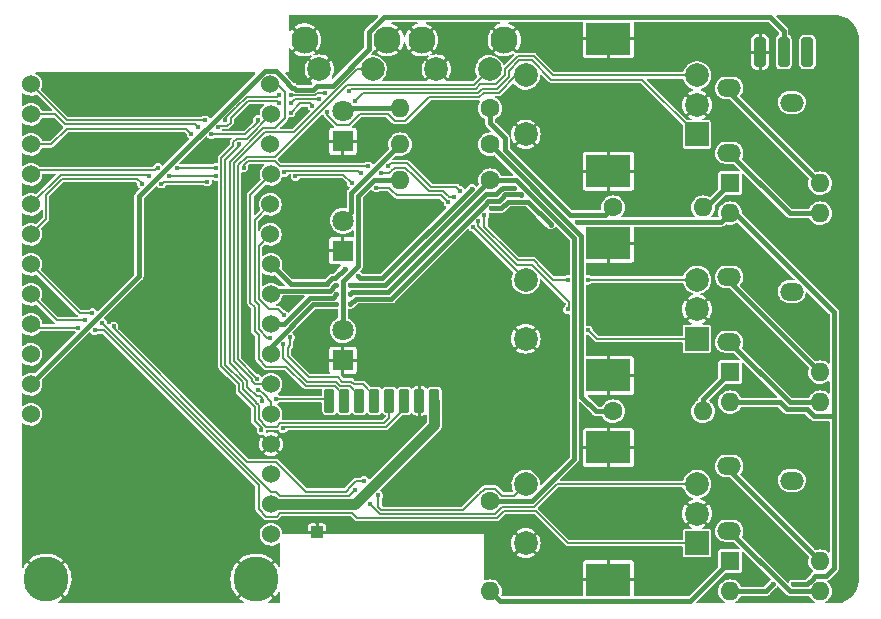
<source format=gtl>
G04 #@! TF.GenerationSoftware,KiCad,Pcbnew,(6.0.7)*
G04 #@! TF.CreationDate,2023-02-19T14:25:41-04:00*
G04 #@! TF.ProjectId,Twitch Switch Base,54776974-6368-4205-9377-697463682042,rev?*
G04 #@! TF.SameCoordinates,Original*
G04 #@! TF.FileFunction,Copper,L1,Top*
G04 #@! TF.FilePolarity,Positive*
%FSLAX46Y46*%
G04 Gerber Fmt 4.6, Leading zero omitted, Abs format (unit mm)*
G04 Created by KiCad (PCBNEW (6.0.7)) date 2023-02-19 14:25:41*
%MOMM*%
%LPD*%
G01*
G04 APERTURE LIST*
G04 Aperture macros list*
%AMRoundRect*
0 Rectangle with rounded corners*
0 $1 Rounding radius*
0 $2 $3 $4 $5 $6 $7 $8 $9 X,Y pos of 4 corners*
0 Add a 4 corners polygon primitive as box body*
4,1,4,$2,$3,$4,$5,$6,$7,$8,$9,$2,$3,0*
0 Add four circle primitives for the rounded corners*
1,1,$1+$1,$2,$3*
1,1,$1+$1,$4,$5*
1,1,$1+$1,$6,$7*
1,1,$1+$1,$8,$9*
0 Add four rect primitives between the rounded corners*
20,1,$1+$1,$2,$3,$4,$5,0*
20,1,$1+$1,$4,$5,$6,$7,0*
20,1,$1+$1,$6,$7,$8,$9,0*
20,1,$1+$1,$8,$9,$2,$3,0*%
G04 Aperture macros list end*
G04 #@! TA.AperFunction,ComponentPad*
%ADD10R,2.000000X2.000000*%
G04 #@! TD*
G04 #@! TA.AperFunction,ComponentPad*
%ADD11C,2.000000*%
G04 #@! TD*
G04 #@! TA.AperFunction,ComponentPad*
%ADD12R,3.800000X2.800000*%
G04 #@! TD*
G04 #@! TA.AperFunction,ComponentPad*
%ADD13C,1.600000*%
G04 #@! TD*
G04 #@! TA.AperFunction,ComponentPad*
%ADD14O,1.600000X1.600000*%
G04 #@! TD*
G04 #@! TA.AperFunction,ComponentPad*
%ADD15C,2.300000*%
G04 #@! TD*
G04 #@! TA.AperFunction,ComponentPad*
%ADD16R,1.600000X1.600000*%
G04 #@! TD*
G04 #@! TA.AperFunction,SMDPad,CuDef*
%ADD17RoundRect,0.250000X-0.250000X1.000000X-0.250000X-1.000000X0.250000X-1.000000X0.250000X1.000000X0*%
G04 #@! TD*
G04 #@! TA.AperFunction,ComponentPad*
%ADD18R,1.800000X1.800000*%
G04 #@! TD*
G04 #@! TA.AperFunction,ComponentPad*
%ADD19C,1.800000*%
G04 #@! TD*
G04 #@! TA.AperFunction,SMDPad,CuDef*
%ADD20RoundRect,0.225000X0.225000X0.775000X-0.225000X0.775000X-0.225000X-0.775000X0.225000X-0.775000X0*%
G04 #@! TD*
G04 #@! TA.AperFunction,SMDPad,CuDef*
%ADD21R,1.000000X1.000000*%
G04 #@! TD*
G04 #@! TA.AperFunction,ComponentPad*
%ADD22O,2.000000X1.500000*%
G04 #@! TD*
G04 #@! TA.AperFunction,ComponentPad*
%ADD23C,1.524000*%
G04 #@! TD*
G04 #@! TA.AperFunction,ComponentPad*
%ADD24C,3.810000*%
G04 #@! TD*
G04 #@! TA.AperFunction,ViaPad*
%ADD25C,0.400000*%
G04 #@! TD*
G04 #@! TA.AperFunction,Conductor*
%ADD26C,0.381000*%
G04 #@! TD*
G04 #@! TA.AperFunction,Conductor*
%ADD27C,0.152400*%
G04 #@! TD*
G04 #@! TA.AperFunction,Conductor*
%ADD28C,0.900000*%
G04 #@! TD*
G04 APERTURE END LIST*
D10*
X173228000Y-86800000D03*
D11*
X173228000Y-81800000D03*
X173228000Y-84300000D03*
D12*
X165728000Y-78700000D03*
X165728000Y-89900000D03*
D11*
X158728000Y-81800000D03*
X158728000Y-86800000D03*
D13*
X166116000Y-110236000D03*
D14*
X173736000Y-110236000D03*
D11*
X151166000Y-81280000D03*
X155666000Y-81280000D03*
D15*
X156916000Y-78780000D03*
X149916000Y-78780000D03*
D16*
X176032000Y-122931000D03*
D14*
X176032000Y-125471000D03*
X183652000Y-125471000D03*
X183652000Y-122931000D03*
D17*
X182578000Y-79820000D03*
X178578000Y-79820000D03*
X180578000Y-79820000D03*
D18*
X143256000Y-87376000D03*
D19*
X143256000Y-84836000D03*
D20*
X151003000Y-109347000D03*
X149733000Y-109347000D03*
X148463000Y-109347000D03*
X147193000Y-109347000D03*
X145923000Y-109347000D03*
X144653000Y-109347000D03*
X143383000Y-109347000D03*
X142113000Y-109347000D03*
D21*
X141058000Y-120483000D03*
D22*
X175952000Y-120352000D03*
X181252000Y-116102000D03*
X175952000Y-114852000D03*
D18*
X143256000Y-105918000D03*
D19*
X143256000Y-103378000D03*
D22*
X175952000Y-88348000D03*
X181252000Y-84098000D03*
X175952000Y-82848000D03*
D10*
X173228000Y-121400000D03*
D11*
X173228000Y-116400000D03*
X173228000Y-118900000D03*
D12*
X165728000Y-124500000D03*
X165728000Y-113300000D03*
D11*
X158728000Y-116400000D03*
X158728000Y-121400000D03*
D18*
X143256000Y-96647000D03*
D19*
X143256000Y-94107000D03*
D13*
X155702000Y-84582000D03*
D14*
X148082000Y-84582000D03*
D13*
X155702000Y-90678000D03*
D14*
X148082000Y-90678000D03*
D22*
X175952000Y-104350000D03*
X181252000Y-100100000D03*
X175952000Y-98850000D03*
D11*
X141260000Y-81280000D03*
X145760000Y-81280000D03*
D15*
X147010000Y-78780000D03*
X140010000Y-78780000D03*
D16*
X176032000Y-106929000D03*
D14*
X176032000Y-109469000D03*
X183652000Y-109469000D03*
X183652000Y-106929000D03*
D13*
X155702000Y-117856000D03*
D14*
X155702000Y-125476000D03*
D13*
X155702000Y-87630000D03*
D14*
X148082000Y-87630000D03*
D23*
X137160000Y-120650000D03*
X137160000Y-118110000D03*
X137160000Y-115570000D03*
X137160000Y-113030000D03*
X137160000Y-110490000D03*
X137160000Y-107950000D03*
X137160000Y-105410000D03*
X137160000Y-102870000D03*
X137160000Y-100330000D03*
X137160000Y-97790000D03*
X137100000Y-95250000D03*
X137100000Y-92710000D03*
X137160000Y-90170000D03*
X137100000Y-87630000D03*
X137160000Y-85090000D03*
X137100000Y-82550000D03*
X116840000Y-82550000D03*
X116840000Y-85090000D03*
X116840000Y-87630000D03*
X116840000Y-90170000D03*
X116840000Y-92710000D03*
X116840000Y-95250000D03*
X116840000Y-97790000D03*
X116840000Y-100330000D03*
X116840000Y-102870000D03*
X116840000Y-105410000D03*
X116840000Y-107950000D03*
X116840000Y-110490000D03*
D24*
X118110000Y-124460000D03*
X135890000Y-124460000D03*
D13*
X166116000Y-92964000D03*
D14*
X173736000Y-92964000D03*
D10*
X173228000Y-104100000D03*
D11*
X173228000Y-99100000D03*
X173228000Y-101600000D03*
D12*
X165728000Y-96000000D03*
X165728000Y-107200000D03*
D11*
X158728000Y-99100000D03*
X158728000Y-104100000D03*
D16*
X176032000Y-90927000D03*
D14*
X176032000Y-93467000D03*
X183652000Y-93467000D03*
X183652000Y-90927000D03*
D25*
X132842000Y-110998000D03*
X153416000Y-77724000D03*
X120396000Y-99314000D03*
X120396000Y-105918000D03*
X167132000Y-120650000D03*
X167894000Y-110998000D03*
X133858000Y-109474000D03*
X136528644Y-106929384D03*
X176530000Y-102616000D03*
X134894720Y-93931852D03*
X141224000Y-86106000D03*
X139954000Y-120396000D03*
X154940000Y-114554000D03*
X161290000Y-104902000D03*
X123190000Y-91440000D03*
X120142619Y-84882495D03*
X181356000Y-90932000D03*
X134918394Y-92019601D03*
X170942000Y-101346000D03*
X145288000Y-76962000D03*
X185674000Y-125222000D03*
X178816000Y-100330000D03*
X186436000Y-109982000D03*
X135983597Y-90570992D03*
X183388000Y-77216000D03*
X186436000Y-118872000D03*
X180086000Y-126238000D03*
X162814000Y-92456000D03*
X160782000Y-125476000D03*
X154940000Y-102616000D03*
X146558000Y-110744000D03*
X169164000Y-88392000D03*
X168148000Y-115570000D03*
X155702000Y-107696000D03*
X134913572Y-98702369D03*
X123952000Y-88138000D03*
X146812000Y-85598000D03*
X183642000Y-104902000D03*
X138643578Y-107337713D03*
X148844000Y-117856000D03*
X184912000Y-88646000D03*
X145796000Y-102362000D03*
X118110000Y-102616000D03*
X128778000Y-87630000D03*
X117835472Y-84352486D03*
X134874000Y-85344000D03*
X156210000Y-123698000D03*
X141224000Y-116332000D03*
X147066000Y-117856000D03*
X134882162Y-95671313D03*
X135636000Y-113792000D03*
X153416000Y-81788000D03*
X146304000Y-120396000D03*
X141815590Y-106846074D03*
X116586000Y-118364000D03*
X170434000Y-125476000D03*
X138430000Y-120396000D03*
X116840000Y-122174000D03*
X165608000Y-98044000D03*
X143002000Y-90932000D03*
X126238000Y-104140000D03*
X148336000Y-120396000D03*
X125222000Y-84836000D03*
X145288000Y-92710000D03*
X139381322Y-105165644D03*
X157988000Y-83566000D03*
X132080000Y-126238000D03*
X179578000Y-121158000D03*
X141224000Y-109982000D03*
X128270000Y-81788000D03*
X156210000Y-94234000D03*
X125984000Y-100838000D03*
X130302000Y-84836000D03*
X169672000Y-105410000D03*
X139192000Y-98552000D03*
X181610000Y-96266000D03*
X142240000Y-120396000D03*
X179070000Y-105156000D03*
X186182000Y-82550000D03*
X127254000Y-92456000D03*
X185928000Y-100076000D03*
X140260799Y-106202171D03*
X174244000Y-126238000D03*
X150622000Y-117856000D03*
X124968000Y-94996000D03*
X118364000Y-86360000D03*
X182118000Y-107950000D03*
X132080000Y-101346000D03*
X134874000Y-116586000D03*
X144272000Y-120396000D03*
X170688000Y-77724000D03*
X123952000Y-99568000D03*
X171450000Y-92964000D03*
X118110000Y-96520000D03*
X150876000Y-90170000D03*
X127762000Y-108966000D03*
X145796000Y-98044000D03*
X118364000Y-81788000D03*
X138938000Y-88646000D03*
X135062459Y-102966950D03*
X132080000Y-105664000D03*
X138176000Y-114300000D03*
X127000000Y-97028000D03*
X170688000Y-95250000D03*
X175006000Y-118110000D03*
X122682000Y-112268000D03*
X155702000Y-89154000D03*
X134882162Y-97241808D03*
X152400000Y-117856000D03*
X175514000Y-110998000D03*
X118364000Y-89154000D03*
X154432000Y-120396000D03*
X129540000Y-107696000D03*
X135890000Y-119634000D03*
X130048000Y-118110000D03*
X176276000Y-81280000D03*
X127000000Y-122174000D03*
X141732000Y-95250000D03*
X151384000Y-98806000D03*
X118618000Y-104394000D03*
X118872000Y-101092000D03*
X161798000Y-77724000D03*
X165100000Y-84582000D03*
X143256000Y-116332000D03*
X149860000Y-86868000D03*
X132080000Y-92456000D03*
X134112000Y-122682000D03*
X138188777Y-101225801D03*
X150368000Y-120396000D03*
X131572000Y-113030000D03*
X123444000Y-81788000D03*
X138684000Y-86106000D03*
X177546000Y-96012000D03*
X144018000Y-110744000D03*
X145066515Y-107380042D03*
X161290000Y-97790000D03*
X131572000Y-88392000D03*
X180086000Y-114808000D03*
X134112000Y-82550000D03*
X177800000Y-91948000D03*
X139446000Y-115570000D03*
X136779314Y-91356240D03*
X183134000Y-119634000D03*
X161544000Y-80772000D03*
X160782000Y-118110000D03*
X136628339Y-99106139D03*
X142748000Y-110744000D03*
X176784000Y-86614000D03*
X126238000Y-125984000D03*
X149606000Y-106426000D03*
X116586000Y-113284000D03*
X152400000Y-120396000D03*
X141218177Y-108551066D03*
X139747727Y-108433182D03*
X118364000Y-109220000D03*
X177800000Y-108204000D03*
X156464000Y-120396000D03*
X150622000Y-92964000D03*
X132080000Y-96774000D03*
X122174000Y-118618000D03*
X117348000Y-93980000D03*
X145288000Y-110744000D03*
X178816000Y-84582000D03*
X171450000Y-83058000D03*
X135298033Y-105291283D03*
X160274000Y-114808000D03*
X119126000Y-92202000D03*
X182626000Y-86614000D03*
X120650000Y-125984000D03*
X159512000Y-94488000D03*
X123190000Y-104902000D03*
X146050000Y-88392000D03*
X136272360Y-94345679D03*
X136615561Y-96591807D03*
X161544000Y-110490000D03*
X139560343Y-100629013D03*
X147828000Y-81280000D03*
X118110000Y-90678000D03*
X160528000Y-87884000D03*
X164338000Y-101346000D03*
X144526000Y-79502000D03*
X135930341Y-93054383D03*
X134916292Y-100369984D03*
X181864000Y-102362000D03*
X146558000Y-107950000D03*
X153670000Y-84328000D03*
X158302977Y-91887023D03*
X143846000Y-101191614D03*
X142666000Y-101191614D03*
X143846000Y-100330000D03*
X157708977Y-91293023D03*
X142666000Y-100330000D03*
X143846000Y-99557881D03*
X142666000Y-99568000D03*
X136098870Y-108425700D03*
X135999467Y-107474300D03*
X141208381Y-83818746D03*
X138827738Y-84163989D03*
X137852366Y-84157414D03*
X132648974Y-86205532D03*
X144260048Y-83992000D03*
X130985982Y-86199748D03*
X138827738Y-83422228D03*
X131591499Y-85594232D03*
X141743239Y-83260500D03*
X143787575Y-83083405D03*
X133260203Y-85594303D03*
X137866033Y-83423086D03*
X140657343Y-84369783D03*
X141944555Y-84926424D03*
X130419725Y-86766005D03*
X132091710Y-86762796D03*
X138827738Y-84953897D03*
X136049285Y-85537604D03*
X160842977Y-94427023D03*
X181356000Y-124881000D03*
X155824193Y-93039500D03*
X154167774Y-91377838D03*
X163104194Y-94197806D03*
X144522246Y-98802246D03*
X179649983Y-124884371D03*
X143390158Y-98155679D03*
X138223733Y-102047537D03*
X138779852Y-103981852D03*
X138213101Y-104548603D03*
X137056464Y-104036464D03*
X134453335Y-87631923D03*
X138176000Y-111695900D03*
X136349230Y-111820209D03*
X136397828Y-109328807D03*
X137575281Y-109186218D03*
X146467729Y-90088000D03*
X138305188Y-89976019D03*
X128542202Y-90312304D03*
X164027500Y-103366760D03*
X152647504Y-92076450D03*
X126870217Y-90315514D03*
X154716640Y-94147163D03*
X162266500Y-101614785D03*
X132480700Y-90318906D03*
X144784917Y-90092695D03*
X129240407Y-89614099D03*
X127573656Y-89612074D03*
X155235550Y-93622153D03*
X153172012Y-91551942D03*
X132480700Y-89615466D03*
X164027500Y-99099159D03*
X147064855Y-89498727D03*
X134841700Y-89612191D03*
X145377293Y-89500319D03*
X162266500Y-99099159D03*
X127878392Y-90976114D03*
X152174976Y-92548978D03*
X131747681Y-90788004D03*
X143981806Y-90895806D03*
X126210787Y-90974943D03*
X139231947Y-90328419D03*
X154240894Y-94616810D03*
X146075023Y-91293023D03*
X122249353Y-103375035D03*
X121414614Y-102540999D03*
X145507688Y-118075688D03*
X122035038Y-101920574D03*
X122869427Y-102754960D03*
X144306312Y-116874312D03*
X123839682Y-103052473D03*
X146243492Y-117339884D03*
X145045606Y-116135018D03*
X120801140Y-103154472D03*
D26*
X148082000Y-84582000D02*
X143510000Y-84582000D01*
X143510000Y-84582000D02*
X143256000Y-84836000D01*
X148082000Y-87630000D02*
X143965500Y-91746500D01*
X143965500Y-91746500D02*
X143965500Y-93397500D01*
X143965500Y-93397500D02*
X143256000Y-94107000D01*
X143256000Y-99234104D02*
X143256000Y-103378000D01*
X144546500Y-91987158D02*
X144546500Y-97943604D01*
X144546500Y-97943604D02*
X143256000Y-99234104D01*
X145855658Y-90678000D02*
X144546500Y-91987158D01*
X148082000Y-90678000D02*
X145855658Y-90678000D01*
X183652000Y-93467000D02*
X181071000Y-93467000D01*
X181071000Y-93467000D02*
X175952000Y-88348000D01*
X175952000Y-83227000D02*
X183652000Y-90927000D01*
X175952000Y-82848000D02*
X175952000Y-83227000D01*
X181071000Y-109469000D02*
X175952000Y-104350000D01*
X183652000Y-109469000D02*
X181071000Y-109469000D01*
X175952000Y-99229000D02*
X175952000Y-98850000D01*
X183652000Y-106929000D02*
X175952000Y-99229000D01*
X181071000Y-125471000D02*
X175952000Y-120352000D01*
X183652000Y-125471000D02*
X181071000Y-125471000D01*
X183652000Y-122931000D02*
X175952000Y-115231000D01*
X175952000Y-115231000D02*
X175952000Y-114852000D01*
X158302977Y-91887023D02*
X158299477Y-91883523D01*
X162500964Y-93607306D02*
X163348788Y-93607306D01*
X155702000Y-85852000D02*
X156972000Y-87122000D01*
X156972000Y-88078342D02*
X162500964Y-93607306D01*
X140735702Y-101191614D02*
X137160000Y-104767316D01*
X157001757Y-91883523D02*
X156700640Y-92184640D01*
X144317733Y-100719881D02*
X143846000Y-101191614D01*
X163348788Y-93607306D02*
X163369982Y-93628500D01*
X146822119Y-100719881D02*
X144317733Y-100719881D01*
X156972000Y-87122000D02*
X156972000Y-88078342D01*
X155956000Y-92449500D02*
X155573816Y-92449500D01*
X158299477Y-91883523D02*
X157480000Y-91883523D01*
X163369982Y-93628500D02*
X165451500Y-93628500D01*
X155253658Y-92769658D02*
X147303435Y-100719881D01*
X155573816Y-92449500D02*
X155253658Y-92769658D01*
X156435780Y-92449500D02*
X155956000Y-92449500D01*
X157480000Y-91883523D02*
X157001757Y-91883523D01*
X165451500Y-93628500D02*
X166116000Y-92964000D01*
X147303435Y-100719881D02*
X146822119Y-100719881D01*
X156700640Y-92184640D02*
X156435780Y-92449500D01*
X137160000Y-104767316D02*
X137160000Y-105410000D01*
X142666000Y-101191614D02*
X140735702Y-101191614D01*
X155702000Y-84582000D02*
X155702000Y-85852000D01*
X163437500Y-95365500D02*
X163437500Y-108990500D01*
X163437500Y-108990500D02*
X164683000Y-110236000D01*
X138235658Y-102870000D02*
X137160000Y-102870000D01*
X144037119Y-100138881D02*
X143846000Y-100330000D01*
X156770599Y-91293023D02*
X156543811Y-91519811D01*
X142666000Y-100330000D02*
X142385386Y-100610614D01*
X155333158Y-91868500D02*
X154715829Y-92485829D01*
X164683000Y-110236000D02*
X166116000Y-110236000D01*
X154715829Y-92485829D02*
X147062777Y-100138881D01*
X155956000Y-91868500D02*
X155333158Y-91868500D01*
X156195122Y-91868500D02*
X155956000Y-91868500D01*
X147062777Y-100138881D02*
X146050000Y-100138881D01*
X146050000Y-100138881D02*
X144037119Y-100138881D01*
X140495044Y-100610614D02*
X138235658Y-102870000D01*
X142385386Y-100610614D02*
X140495044Y-100610614D01*
X157708977Y-91293023D02*
X156770599Y-91293023D01*
X155702000Y-87630000D02*
X163437500Y-95365500D01*
X156543811Y-91519811D02*
X156195122Y-91868500D01*
X155702000Y-90678000D02*
X149352000Y-97028000D01*
X155702000Y-90678000D02*
X157928342Y-90678000D01*
X162856500Y-95606158D02*
X162856500Y-114237964D01*
X146822119Y-99557881D02*
X143846000Y-99557881D01*
X142666000Y-99568000D02*
X142592906Y-99568000D01*
X142131292Y-100029614D02*
X137460386Y-100029614D01*
X142592906Y-99568000D02*
X142131292Y-100029614D01*
X149352000Y-97028000D02*
X146822119Y-99557881D01*
X157928342Y-90678000D02*
X162856500Y-95606158D01*
X162856500Y-114237964D02*
X159238464Y-117856000D01*
X137460386Y-100029614D02*
X137160000Y-100330000D01*
X159238464Y-117856000D02*
X155702000Y-117856000D01*
X173995000Y-92964000D02*
X176032000Y-90927000D01*
X173736000Y-92964000D02*
X173995000Y-92964000D01*
X173736000Y-110236000D02*
X173736000Y-109225000D01*
X173736000Y-109225000D02*
X176032000Y-106929000D01*
X172672500Y-126290500D02*
X176032000Y-122931000D01*
X156516500Y-126290500D02*
X172672500Y-126290500D01*
X155702000Y-125476000D02*
X156516500Y-126290500D01*
X141023664Y-82670000D02*
X142369855Y-82670000D01*
X125984000Y-92036118D02*
X136622618Y-81397500D01*
X139072332Y-82831728D02*
X139240250Y-82999646D01*
X179438300Y-76890500D02*
X180578000Y-78030200D01*
X138252500Y-82118500D02*
X138965728Y-82831728D01*
X140694018Y-82999646D02*
X141023664Y-82670000D01*
X125984000Y-98806000D02*
X125984000Y-92036118D01*
X142369855Y-82670000D02*
X145469500Y-79570355D01*
X139240250Y-82999646D02*
X140694018Y-82999646D01*
X116840000Y-107950000D02*
X125984000Y-98806000D01*
X180578000Y-78030200D02*
X180578000Y-79820000D01*
X138965728Y-82831728D02*
X139072332Y-82831728D01*
X138252500Y-82072618D02*
X138252500Y-82118500D01*
X136622618Y-81397500D02*
X137577382Y-81397500D01*
X146720904Y-76890500D02*
X179438300Y-76890500D01*
X137577382Y-81397500D02*
X138252500Y-82072618D01*
X145469500Y-79570355D02*
X145469500Y-78141904D01*
X145469500Y-78141904D02*
X146720904Y-76890500D01*
D27*
X136552881Y-108811118D02*
X136167463Y-108425700D01*
X134366000Y-89394131D02*
X134366000Y-105840833D01*
X136167463Y-108425700D02*
X136098870Y-108425700D01*
X143614107Y-82584130D02*
X137530037Y-88668200D01*
X154361870Y-82584130D02*
X143614107Y-82584130D01*
X137160000Y-109418237D02*
X136552881Y-108811118D01*
X137160000Y-110490000D02*
X137160000Y-109418237D01*
X137530037Y-88668200D02*
X135091931Y-88668200D01*
X135091931Y-88668200D02*
X134366000Y-89394131D01*
X155666000Y-81280000D02*
X154361870Y-82584130D01*
X134366000Y-105840833D02*
X135999467Y-107474300D01*
X135516158Y-107665716D02*
X135800442Y-107950000D01*
X135800442Y-107950000D02*
X137160000Y-107950000D01*
X139108069Y-86591800D02*
X136669963Y-86591800D01*
X144419869Y-81280000D02*
X139108069Y-86591800D01*
X135516158Y-107489359D02*
X135516158Y-107665716D01*
X136669963Y-86591800D02*
X134013600Y-89248163D01*
X134013600Y-89248163D02*
X134013600Y-105986801D01*
X145760000Y-81280000D02*
X144419869Y-81280000D01*
X134013600Y-105986801D02*
X135516158Y-107489359D01*
X133736403Y-85598000D02*
X133736403Y-85442097D01*
X130736634Y-85950400D02*
X130985982Y-86199748D01*
X123698000Y-85950400D02*
X130736634Y-85950400D01*
X160885220Y-82152400D02*
X168580400Y-82152400D01*
X134100250Y-85078250D02*
X135237978Y-83940522D01*
X133736403Y-85791552D02*
X133736403Y-85598000D01*
X158199380Y-80523800D02*
X159256620Y-80523800D01*
X119384816Y-85593184D02*
X119742032Y-85950400D01*
X139172981Y-83818746D02*
X138827738Y-84163989D01*
X133350000Y-86070503D02*
X133457452Y-86070503D01*
X135237978Y-83940522D02*
X135890000Y-83940522D01*
X119742032Y-85950400D02*
X123698000Y-85950400D01*
X133457452Y-86070503D02*
X133736403Y-85791552D01*
X157294600Y-81954589D02*
X157294600Y-81428580D01*
X135890000Y-83940522D02*
X137635474Y-83940522D01*
X132784003Y-86070503D02*
X133350000Y-86070503D01*
X157294600Y-81428580D02*
X158199380Y-80523800D01*
X144260048Y-83992000D02*
X144963118Y-83288930D01*
X159256620Y-80523800D02*
X160885220Y-82152400D01*
X133736403Y-85442097D02*
X134100250Y-85078250D01*
X155032446Y-82910291D02*
X156338898Y-82910291D01*
X116840000Y-85090000D02*
X118881632Y-85090000D01*
X156338898Y-82910291D02*
X157294600Y-81954589D01*
X132648974Y-86205532D02*
X132784003Y-86070503D01*
X154653808Y-83288930D02*
X155032446Y-82910291D01*
X137635474Y-83940522D02*
X137852366Y-84157414D01*
X168580400Y-82152400D02*
X173228000Y-86800000D01*
X144963118Y-83288930D02*
X154653808Y-83288930D01*
X118881632Y-85090000D02*
X119384816Y-85593184D01*
X141208381Y-83818746D02*
X139172981Y-83818746D01*
X140887332Y-83466346D02*
X138871856Y-83466346D01*
X143934450Y-82936530D02*
X143787575Y-83083405D01*
X173228000Y-81800000D02*
X161031188Y-81800000D01*
X137700997Y-83588122D02*
X137866033Y-83423086D01*
X156942200Y-81808620D02*
X156192929Y-82557891D01*
X116840000Y-82550000D02*
X119888000Y-85598000D01*
X131587731Y-85598000D02*
X131591499Y-85594232D01*
X153425026Y-82936530D02*
X143934450Y-82936530D01*
X133260203Y-85594303D02*
X133260203Y-85419929D01*
X141093178Y-83260500D02*
X140887332Y-83466346D01*
X119888000Y-85598000D02*
X120396000Y-85598000D01*
X161031188Y-81800000D02*
X159402588Y-80171400D01*
X156942200Y-81282612D02*
X156942200Y-81808620D01*
X134232066Y-84448066D02*
X135092010Y-83588122D01*
X120396000Y-85598000D02*
X131587731Y-85598000D01*
X133260203Y-85419929D02*
X134232066Y-84448066D01*
X141743239Y-83260500D02*
X141093178Y-83260500D01*
X156192929Y-82557891D02*
X154886477Y-82557891D01*
X159402588Y-80171400D02*
X158053412Y-80171400D01*
X138871856Y-83466346D02*
X138827738Y-83422228D01*
X135092010Y-83588122D02*
X137219273Y-83588122D01*
X154507839Y-82936530D02*
X153425026Y-82936530D01*
X154886477Y-82557891D02*
X154507839Y-82936530D01*
X137219273Y-83588122D02*
X137700997Y-83588122D01*
X158053412Y-80171400D02*
X156942200Y-81282612D01*
X150544647Y-83641330D02*
X154799777Y-83641330D01*
X132091710Y-86762796D02*
X132132237Y-86803323D01*
X142768802Y-86012200D02*
X143743198Y-86012200D01*
X143743198Y-86012200D02*
X144706698Y-85048700D01*
X147026723Y-85048700D02*
X147636223Y-85658200D01*
X147636223Y-85658200D02*
X148527777Y-85658200D01*
X121666000Y-86302800D02*
X129956520Y-86302800D01*
X141944555Y-85187953D02*
X142768802Y-86012200D01*
X154799777Y-83641330D02*
X155178413Y-83262691D01*
X129956520Y-86302800D02*
X130419725Y-86766005D01*
X139602854Y-84171146D02*
X139954000Y-84171146D01*
X136049285Y-85711979D02*
X136049285Y-85537604D01*
X155178413Y-83262691D02*
X156484867Y-83262691D01*
X157947557Y-81800000D02*
X158728000Y-81800000D01*
X119888000Y-86302800D02*
X121666000Y-86302800D01*
X139954000Y-84171146D02*
X140458706Y-84171146D01*
X140458706Y-84171146D02*
X140657343Y-84369783D01*
X116840000Y-87630000D02*
X118560800Y-87630000D01*
X134957941Y-86803323D02*
X136049285Y-85711979D01*
X138827738Y-84953897D02*
X138827738Y-84946262D01*
X132132237Y-86803323D02*
X134957941Y-86803323D01*
X148527777Y-85658200D02*
X150544647Y-83641330D01*
X141944555Y-84926424D02*
X141944555Y-85187953D01*
X118560800Y-87630000D02*
X119888000Y-86302800D01*
X156484867Y-83262691D02*
X157947557Y-81800000D01*
X138827738Y-84946262D02*
X139602854Y-84171146D01*
X144706698Y-85048700D02*
X147026723Y-85048700D01*
D26*
X141890634Y-99448614D02*
X142005624Y-99333624D01*
X142005624Y-99333624D02*
X142352248Y-98987000D01*
X175289500Y-94209500D02*
X176032000Y-93467000D01*
X163104194Y-94197806D02*
X163115888Y-94209500D01*
X184842500Y-106934000D02*
X184842500Y-110674500D01*
X142494000Y-98987000D02*
X142558837Y-98987000D01*
X182549378Y-110050000D02*
X183158878Y-110659500D01*
X176481911Y-93467000D02*
X182477456Y-99462545D01*
X184150000Y-124206000D02*
X183642000Y-124206000D01*
X137160000Y-97790000D02*
X138818614Y-99448614D01*
X183233378Y-124206000D02*
X182929689Y-124509689D01*
X180830342Y-110050000D02*
X182549378Y-110050000D01*
X183642000Y-124206000D02*
X183233378Y-124206000D01*
X146581461Y-98976881D02*
X144696881Y-98976881D01*
X182929689Y-124509689D02*
X182558378Y-124881000D01*
X142352248Y-98987000D02*
X142494000Y-98987000D01*
X154167774Y-91377838D02*
X154167774Y-91390568D01*
X138818614Y-99448614D02*
X139446000Y-99448614D01*
X180249342Y-109469000D02*
X180830342Y-110050000D01*
X139446000Y-99448614D02*
X141890634Y-99448614D01*
X155824193Y-93039500D02*
X156667438Y-93039500D01*
X184842500Y-101827589D02*
X184842500Y-106934000D01*
X183158878Y-110659500D02*
X184827500Y-110659500D01*
X176032000Y-93467000D02*
X176481911Y-93467000D01*
X184842500Y-123513500D02*
X184150000Y-124206000D01*
X160842977Y-94414293D02*
X160842977Y-94427023D01*
X182477456Y-99462545D02*
X184842500Y-101827589D01*
X157229415Y-92477523D02*
X158906207Y-92477523D01*
X179649983Y-124884371D02*
X179063354Y-125471000D01*
X184827500Y-110659500D02*
X184842500Y-110674500D01*
X144696881Y-98976881D02*
X144522246Y-98802246D01*
X179063354Y-125471000D02*
X176032000Y-125471000D01*
X154167774Y-91390568D02*
X146581461Y-98976881D01*
X182558378Y-124881000D02*
X181356000Y-124881000D01*
X158906207Y-92477523D02*
X160842977Y-94414293D01*
X142558837Y-98987000D02*
X143390158Y-98155679D01*
X184842500Y-110674500D02*
X184842500Y-123513500D01*
X176032000Y-109469000D02*
X180249342Y-109469000D01*
X156667438Y-93039500D02*
X157229415Y-92477523D01*
X163115888Y-94209500D02*
X175289500Y-94209500D01*
D28*
X137160000Y-118110000D02*
X144272000Y-118110000D01*
X144272000Y-118110000D02*
X151003000Y-111379000D01*
X151003000Y-111379000D02*
X151003000Y-109347000D01*
D27*
X144964804Y-107950000D02*
X144193172Y-107950000D01*
X137776196Y-101600000D02*
X136961763Y-101600000D01*
X136121800Y-96228200D02*
X137100000Y-95250000D01*
X136961763Y-101600000D02*
X136121800Y-100760037D01*
X138223733Y-102047537D02*
X137776196Y-101600000D01*
X138565501Y-104869652D02*
X138779852Y-104655301D01*
X145923000Y-109347000D02*
X145923000Y-108908196D01*
X143189940Y-107718400D02*
X142815140Y-107343600D01*
X142815140Y-107343600D02*
X140353968Y-107343600D01*
X138779852Y-104655301D02*
X138779852Y-103981852D01*
X145923000Y-108908196D02*
X144964804Y-107950000D01*
X140353968Y-107343600D02*
X138565501Y-105555133D01*
X144193172Y-107950000D02*
X143961572Y-107718400D01*
X138565501Y-105555133D02*
X138565501Y-104869652D01*
X143961572Y-107718400D02*
X143189940Y-107718400D01*
X136121800Y-100760037D02*
X136121800Y-96228200D01*
X137056464Y-104036464D02*
X136858227Y-104036464D01*
X143815604Y-108070800D02*
X143043972Y-108070800D01*
X136121800Y-103300037D02*
X136121800Y-101258405D01*
X142691572Y-107718400D02*
X140230400Y-107718400D01*
X135769400Y-94040600D02*
X137100000Y-92710000D01*
X136858227Y-104036464D02*
X136121800Y-103300037D01*
X140230400Y-107718400D02*
X138213101Y-105701101D01*
X144653000Y-109347000D02*
X144653000Y-108908196D01*
X143043972Y-108070800D02*
X142691572Y-107718400D01*
X138213101Y-105701101D02*
X138213101Y-104548603D01*
X136121800Y-101258405D02*
X135769400Y-100906005D01*
X144653000Y-108908196D02*
X143815604Y-108070800D01*
X135769400Y-100906005D02*
X135769400Y-94040600D01*
X135417000Y-91913000D02*
X137160000Y-90170000D01*
X135769400Y-101404373D02*
X135417000Y-101051973D01*
X136121800Y-105840037D02*
X136121800Y-103798405D01*
X136121800Y-103798405D02*
X135769400Y-103446005D01*
X138471811Y-106458179D02*
X136739942Y-106458179D01*
X143383000Y-109347000D02*
X143383000Y-108908196D01*
X140084432Y-108070800D02*
X138471811Y-106458179D01*
X136739942Y-106458179D02*
X136121800Y-105840037D01*
X135417000Y-101051973D02*
X135417000Y-91913000D01*
X135769400Y-103446005D02*
X135769400Y-101404373D01*
X143383000Y-108908196D02*
X142545604Y-108070800D01*
X142545604Y-108070800D02*
X140084432Y-108070800D01*
X134453335Y-87806297D02*
X133308800Y-88950832D01*
X137645800Y-111528200D02*
X137953800Y-111220200D01*
X136729963Y-111528200D02*
X137645800Y-111528200D01*
X135921628Y-109526056D02*
X136121800Y-109726228D01*
X135921628Y-109420275D02*
X135921628Y-109526056D01*
X133308800Y-106278738D02*
X134811358Y-107781295D01*
X146755249Y-111220200D02*
X147193000Y-110782449D01*
X134453335Y-87631923D02*
X134453335Y-87806297D01*
X133308800Y-88950832D02*
X133308800Y-106278738D01*
X147193000Y-110782449D02*
X147193000Y-109347000D01*
X136121800Y-110920037D02*
X136729963Y-111528200D01*
X136121800Y-109726228D02*
X136121800Y-110920037D01*
X137953800Y-111220200D02*
X146755249Y-111220200D01*
X134811358Y-108310005D02*
X135921628Y-109420275D01*
X134811358Y-107781295D02*
X134811358Y-108310005D01*
X132956400Y-106424706D02*
X132956400Y-88804864D01*
X136398000Y-111771439D02*
X136398000Y-111694606D01*
X134256086Y-87155723D02*
X135103909Y-87155723D01*
X136398000Y-111694606D02*
X135769400Y-111066005D01*
X148463000Y-110010817D02*
X146901217Y-111572600D01*
X135769400Y-109872197D02*
X134458958Y-108561755D01*
X132956400Y-88804864D02*
X133977135Y-87784129D01*
X137160000Y-85099632D02*
X137160000Y-85090000D01*
X135103909Y-87155723D02*
X137160000Y-85099632D01*
X135769400Y-111066005D02*
X135769400Y-109872197D01*
X136349230Y-111820209D02*
X136398000Y-111771439D01*
X133977135Y-87434674D02*
X134256086Y-87155723D01*
X134458958Y-107927263D02*
X132956400Y-106424706D01*
X133977135Y-87784129D02*
X133977135Y-87434674D01*
X146901217Y-111572600D02*
X138299300Y-111572600D01*
X138299300Y-111572600D02*
X138176000Y-111695900D01*
X148463000Y-109347000D02*
X148463000Y-110010817D01*
X134458958Y-108561755D02*
X134458958Y-107927263D01*
X136518600Y-86239400D02*
X137534600Y-86239400D01*
X133661200Y-89096800D02*
X136518600Y-86239400D01*
X136397828Y-109328807D02*
X136397828Y-109154433D01*
X133661200Y-106132769D02*
X133661200Y-89096800D01*
X137668000Y-82550000D02*
X137100000Y-82550000D01*
X141952218Y-109186218D02*
X137575281Y-109186218D01*
X136397828Y-109154433D02*
X136209395Y-108966000D01*
X136209395Y-108966000D02*
X135965721Y-108966000D01*
X135163758Y-107635327D02*
X133661200Y-106132769D01*
X135163758Y-108164037D02*
X135163758Y-107635327D01*
X142113000Y-109347000D02*
X141952218Y-109186218D01*
X138352038Y-85421962D02*
X138352038Y-83234038D01*
X138352038Y-83234038D02*
X137668000Y-82550000D01*
X135965721Y-108966000D02*
X135163758Y-108164037D01*
X137534600Y-86239400D02*
X138352038Y-85421962D01*
X151982183Y-91857817D02*
X151719967Y-91595600D01*
X157950168Y-97823800D02*
X156555184Y-96428816D01*
X148527777Y-89601800D02*
X148082000Y-89601800D01*
X162389800Y-101491485D02*
X162389800Y-100956980D01*
X149095977Y-90170000D02*
X148715988Y-89790011D01*
X144784917Y-90092695D02*
X144544941Y-89852719D01*
X144544941Y-89852719D02*
X144018000Y-89852719D01*
X148715988Y-89790011D02*
X148527777Y-89601800D01*
X126870217Y-90315514D02*
X126746417Y-90191714D01*
X159256620Y-97823800D02*
X157950168Y-97823800D01*
X151384000Y-91595600D02*
X150523600Y-91595600D01*
X150523600Y-91595600D02*
X149098000Y-90170000D01*
X147321011Y-89917012D02*
X147150023Y-90088000D01*
X173228000Y-104100000D02*
X164760740Y-104100000D01*
X156555184Y-96428816D02*
X154716640Y-94590272D01*
X151719967Y-91595600D02*
X151384000Y-91595600D01*
X132474098Y-90312304D02*
X128542202Y-90312304D01*
X162389800Y-100956980D02*
X159256620Y-97823800D01*
X164760740Y-104100000D02*
X164027500Y-103366760D01*
X132480700Y-90318906D02*
X132474098Y-90312304D01*
X147636223Y-89601800D02*
X147321011Y-89917012D01*
X152146000Y-91948000D02*
X152072366Y-91948000D01*
X119358286Y-90191714D02*
X116840000Y-92710000D01*
X154716640Y-94590272D02*
X154716640Y-94147163D01*
X152647504Y-92076450D02*
X152274450Y-92076450D01*
X162266500Y-101614785D02*
X162389800Y-101491485D01*
X126746417Y-90191714D02*
X119358286Y-90191714D01*
X152072366Y-91948000D02*
X151982183Y-91857817D01*
X138428488Y-89852719D02*
X138305188Y-89976019D01*
X144018000Y-89852719D02*
X138428488Y-89852719D01*
X152274450Y-92076450D02*
X152146000Y-91948000D01*
X147150023Y-90088000D02*
X146467729Y-90088000D01*
X149098000Y-90170000D02*
X149095977Y-90170000D01*
X148082000Y-89601800D02*
X147636223Y-89601800D01*
X164028341Y-99100000D02*
X164027500Y-99099159D01*
X145377293Y-89500319D02*
X137958556Y-89500319D01*
X127573656Y-89612074D02*
X127346416Y-89839314D01*
X117170686Y-89839314D02*
X116840000Y-90170000D01*
X148082000Y-89249400D02*
X147314182Y-89249400D01*
X135237899Y-89020600D02*
X134989249Y-89269250D01*
X159402588Y-97471400D02*
X159110652Y-97471400D01*
X152863270Y-91243200D02*
X151573999Y-91243200D01*
X148675768Y-89249400D02*
X148082000Y-89249400D01*
X157312368Y-96687632D02*
X155235550Y-94610814D01*
X132479333Y-89614099D02*
X129240407Y-89614099D01*
X132480700Y-89615466D02*
X132479333Y-89614099D01*
X137767118Y-89308881D02*
X137478837Y-89020600D01*
X134989249Y-89269250D02*
X134841700Y-89416799D01*
X147314182Y-89249400D02*
X147064855Y-89498727D01*
X161030347Y-99099159D02*
X159997594Y-98066406D01*
X151573999Y-91243200D02*
X150669568Y-91243200D01*
X159110652Y-97471400D02*
X158096136Y-97471400D01*
X150669568Y-91243200D02*
X149855184Y-90428816D01*
X137958556Y-89500319D02*
X137767118Y-89308881D01*
X159997594Y-98066406D02*
X159402588Y-97471400D01*
X158096136Y-97471400D02*
X157312368Y-96687632D01*
X137478837Y-89020600D02*
X136906000Y-89020600D01*
X149855184Y-90428816D02*
X148675768Y-89249400D01*
X162266500Y-99099159D02*
X161030347Y-99099159D01*
X134841700Y-89416799D02*
X134841700Y-89612191D01*
X127346416Y-89839314D02*
X117170686Y-89839314D01*
X173228000Y-99100000D02*
X164028341Y-99100000D01*
X155235550Y-94610814D02*
X155235550Y-93622153D01*
X153172012Y-91551942D02*
X152863270Y-91243200D01*
X136906000Y-89020600D02*
X135237899Y-89020600D01*
X158728000Y-99100000D02*
X154244810Y-94616810D01*
X125850114Y-90544114D02*
X119504254Y-90544114D01*
X142748000Y-90205119D02*
X139355247Y-90205119D01*
X147830023Y-91948000D02*
X147448011Y-91565988D01*
X147175046Y-91293023D02*
X146075023Y-91293023D01*
X154244810Y-94616810D02*
X154240894Y-94616810D01*
X126210787Y-90904787D02*
X125850114Y-90544114D01*
X139355247Y-90205119D02*
X139231947Y-90328419D01*
X128066502Y-90788004D02*
X127878392Y-90976114D01*
X147448011Y-91565988D02*
X147175046Y-91293023D01*
X118110000Y-91938368D02*
X118110000Y-93980000D01*
X151573998Y-91948000D02*
X148082000Y-91948000D01*
X119504254Y-90544114D02*
X118110000Y-91938368D01*
X118110000Y-93980000D02*
X116840000Y-95250000D01*
X126210787Y-90974943D02*
X126210787Y-90904787D01*
X143291119Y-90205119D02*
X142748000Y-90205119D01*
X148082000Y-91948000D02*
X147830023Y-91948000D01*
X152174976Y-92548978D02*
X151573998Y-91948000D01*
X131747681Y-90788004D02*
X128066502Y-90788004D01*
X143981806Y-90895806D02*
X143291119Y-90205119D01*
X136121800Y-116505701D02*
X122994099Y-103378000D01*
X122252318Y-103378000D02*
X122249353Y-103375035D01*
X156905268Y-118675100D02*
X156295768Y-119284600D01*
X121414614Y-102540999D02*
X119050999Y-102540999D01*
X144466400Y-119284600D02*
X144018000Y-118836200D01*
X144018000Y-118836200D02*
X137957800Y-118836200D01*
X173228000Y-121400000D02*
X162294000Y-121400000D01*
X156295768Y-119284600D02*
X144466400Y-119284600D01*
X136729963Y-119148200D02*
X136121800Y-118540037D01*
X122994099Y-103378000D02*
X122252318Y-103378000D01*
X137957800Y-118836200D02*
X137645800Y-119148200D01*
X136121800Y-118540037D02*
X136121800Y-116505701D01*
X162294000Y-121400000D02*
X159569100Y-118675100D01*
X119050999Y-102540999D02*
X116840000Y-100330000D01*
X137645800Y-119148200D02*
X136729963Y-119148200D01*
X159569100Y-118675100D02*
X156905268Y-118675100D01*
X137590037Y-117071800D02*
X137902037Y-117383800D01*
X159431777Y-118322700D02*
X156759300Y-118322700D01*
X156759300Y-118322700D02*
X156149800Y-118932200D01*
X173228000Y-116400000D02*
X161354478Y-116400000D01*
X137902037Y-117383800D02*
X143796824Y-117383800D01*
X161354478Y-116400000D02*
X159431777Y-118322700D01*
X146364200Y-118932200D02*
X145507688Y-118075688D01*
X137186267Y-117071800D02*
X137590037Y-117071800D01*
X120970574Y-101920574D02*
X116840000Y-97790000D01*
X156149800Y-118932200D02*
X146364200Y-118932200D01*
X122869427Y-102754960D02*
X137186267Y-117071800D01*
X122035038Y-101920574D02*
X120970574Y-101920574D01*
X143796824Y-117383800D02*
X144306312Y-116874312D01*
X154814011Y-117222012D02*
X153456223Y-118579800D01*
X157738700Y-117389300D02*
X157226000Y-117389300D01*
X137767118Y-114708881D02*
X137590037Y-114531800D01*
X146510168Y-118579800D02*
X146243344Y-118312976D01*
X156147777Y-116779800D02*
X155256223Y-116779800D01*
X144372157Y-116135018D02*
X143969587Y-116537588D01*
X137160000Y-114531800D02*
X135144635Y-114531800D01*
X143475775Y-117031400D02*
X143002000Y-117031400D01*
X140089637Y-117031400D02*
X137767118Y-114708881D01*
X146243344Y-117408656D02*
X146243492Y-117408508D01*
X137590037Y-114531800D02*
X137160000Y-114531800D01*
X158728000Y-116400000D02*
X157738700Y-117389300D01*
X153456223Y-118579800D02*
X151384000Y-118579800D01*
X151384000Y-118579800D02*
X146510168Y-118579800D01*
X146243344Y-118312976D02*
X146243344Y-117408656D01*
X135144635Y-114531800D02*
X133623417Y-113010582D01*
X143969587Y-116537588D02*
X143475775Y-117031400D01*
X145045606Y-116135018D02*
X144372157Y-116135018D01*
X117124472Y-103154472D02*
X116840000Y-102870000D01*
X146243492Y-117408508D02*
X146243492Y-117339884D01*
X120801140Y-103154472D02*
X117124472Y-103154472D01*
X143002000Y-117031400D02*
X140089637Y-117031400D01*
X123839682Y-103226847D02*
X123839682Y-103052473D01*
X157226000Y-117389300D02*
X156757277Y-117389300D01*
X156335988Y-116968011D02*
X156147777Y-116779800D01*
X133623417Y-113010582D02*
X123839682Y-103226847D01*
X156757277Y-117389300D02*
X156335988Y-116968011D01*
X155256223Y-116779800D02*
X154814011Y-117222012D01*
G04 #@! TA.AperFunction,Conductor*
G36*
X177145300Y-122101880D02*
G01*
X177160874Y-122113831D01*
X179465461Y-124418418D01*
X179487201Y-124465038D01*
X179473887Y-124514725D01*
X179446428Y-124538595D01*
X179416921Y-124553630D01*
X179416918Y-124553632D01*
X179411641Y-124556321D01*
X179321933Y-124646029D01*
X179319244Y-124651307D01*
X179319243Y-124651308D01*
X179313381Y-124662812D01*
X179299552Y-124681845D01*
X178923423Y-125057974D01*
X178876803Y-125079714D01*
X178870249Y-125080000D01*
X177002472Y-125080000D01*
X176954134Y-125062407D01*
X176936074Y-125040104D01*
X176910214Y-124991469D01*
X176869370Y-124914653D01*
X176862510Y-124906241D01*
X176747686Y-124765453D01*
X176745361Y-124762602D01*
X176594180Y-124637535D01*
X176421585Y-124544213D01*
X176350091Y-124522082D01*
X176237665Y-124487280D01*
X176237661Y-124487279D01*
X176234152Y-124486193D01*
X176090243Y-124471067D01*
X176042674Y-124466067D01*
X176042672Y-124466067D01*
X176039019Y-124465683D01*
X175843618Y-124483466D01*
X175794097Y-124498041D01*
X175658922Y-124537825D01*
X175658919Y-124537826D01*
X175655393Y-124538864D01*
X175652135Y-124540567D01*
X175652133Y-124540568D01*
X175484775Y-124628061D01*
X175481512Y-124629767D01*
X175478643Y-124632073D01*
X175478644Y-124632073D01*
X175331465Y-124750407D01*
X175331462Y-124750410D01*
X175328600Y-124752711D01*
X175202480Y-124903016D01*
X175107956Y-125074954D01*
X175048628Y-125261978D01*
X175026757Y-125456963D01*
X175027065Y-125460631D01*
X175027065Y-125460634D01*
X175030713Y-125504071D01*
X175043175Y-125652483D01*
X175097258Y-125841091D01*
X175098940Y-125844363D01*
X175098940Y-125844364D01*
X175106276Y-125858639D01*
X175186944Y-126015601D01*
X175308818Y-126169369D01*
X175458238Y-126296535D01*
X175461439Y-126298324D01*
X175461442Y-126298326D01*
X175499932Y-126319837D01*
X175566745Y-126357177D01*
X175569391Y-126358656D01*
X175603003Y-126397596D01*
X175603721Y-126449031D01*
X175571210Y-126488894D01*
X175532704Y-126499500D01*
X173198005Y-126499500D01*
X173149667Y-126481907D01*
X173123947Y-126437358D01*
X173132880Y-126386700D01*
X173144831Y-126371126D01*
X174300847Y-125215111D01*
X175562432Y-123953526D01*
X175609052Y-123931786D01*
X175615606Y-123931500D01*
X176851748Y-123931500D01*
X176855373Y-123930779D01*
X176902967Y-123921312D01*
X176910231Y-123919867D01*
X176976552Y-123875552D01*
X177020867Y-123809231D01*
X177032500Y-123750748D01*
X177032500Y-122167005D01*
X177050093Y-122118667D01*
X177094642Y-122092947D01*
X177145300Y-122101880D01*
G37*
G04 #@! TD.AperFunction*
G04 #@! TA.AperFunction,Conductor*
G36*
X180115936Y-125068893D02*
G01*
X180750730Y-125703687D01*
X180750731Y-125703689D01*
X180838311Y-125791269D01*
X180860800Y-125802728D01*
X180870859Y-125808892D01*
X180891277Y-125823727D01*
X180912926Y-125830761D01*
X180915282Y-125831527D01*
X180926179Y-125836040D01*
X180948668Y-125847499D01*
X180970377Y-125850937D01*
X180973594Y-125851447D01*
X180985067Y-125854201D01*
X180994256Y-125857186D01*
X181009071Y-125862000D01*
X182682102Y-125862000D01*
X182730440Y-125879593D01*
X182748985Y-125902825D01*
X182806944Y-126015601D01*
X182928818Y-126169369D01*
X183078238Y-126296535D01*
X183081439Y-126298324D01*
X183081442Y-126298326D01*
X183119932Y-126319837D01*
X183186745Y-126357177D01*
X183189391Y-126358656D01*
X183223003Y-126397596D01*
X183223721Y-126449031D01*
X183191210Y-126488894D01*
X183152704Y-126499500D01*
X176530672Y-126499500D01*
X176482334Y-126481907D01*
X176456614Y-126437358D01*
X176465547Y-126386700D01*
X176496763Y-126357180D01*
X176570689Y-126319837D01*
X176598222Y-126298326D01*
X176722410Y-126201301D01*
X176722414Y-126201297D01*
X176725303Y-126199040D01*
X176823806Y-126084923D01*
X176851104Y-126053298D01*
X176851107Y-126053294D01*
X176853509Y-126050511D01*
X176870501Y-126020601D01*
X176938980Y-125900056D01*
X176978153Y-125866716D01*
X177004366Y-125862000D01*
X179125282Y-125862000D01*
X179149287Y-125854200D01*
X179160755Y-125851447D01*
X179166819Y-125850487D01*
X179179841Y-125848425D01*
X179179843Y-125848424D01*
X179185686Y-125847499D01*
X179200703Y-125839847D01*
X179208169Y-125836043D01*
X179219073Y-125831526D01*
X179228261Y-125828541D01*
X179243077Y-125823727D01*
X179263495Y-125808892D01*
X179273554Y-125802728D01*
X179296043Y-125791269D01*
X179383623Y-125703689D01*
X179383624Y-125703687D01*
X179852509Y-125234802D01*
X179871542Y-125220973D01*
X179883046Y-125215111D01*
X179883047Y-125215110D01*
X179888325Y-125212421D01*
X179978033Y-125122713D01*
X179980722Y-125117436D01*
X179980724Y-125117433D01*
X179995759Y-125087926D01*
X180033380Y-125052845D01*
X180084749Y-125050153D01*
X180115936Y-125068893D01*
G37*
G04 #@! TD.AperFunction*
G04 #@! TA.AperFunction,Conductor*
G36*
X176734000Y-94272046D02*
G01*
X181483080Y-99021126D01*
X181504820Y-99067746D01*
X181491506Y-99117433D01*
X181449369Y-99146938D01*
X181429906Y-99149500D01*
X180953741Y-99149500D01*
X180951841Y-99149693D01*
X180813678Y-99163727D01*
X180813676Y-99163727D01*
X180809890Y-99164112D01*
X180625627Y-99221856D01*
X180622299Y-99223701D01*
X180622296Y-99223702D01*
X180535060Y-99272058D01*
X180456739Y-99315472D01*
X180381872Y-99379641D01*
X180319164Y-99433389D01*
X180310125Y-99441136D01*
X180307795Y-99444140D01*
X180307793Y-99444142D01*
X180246608Y-99523021D01*
X180191773Y-99593714D01*
X180106519Y-99766974D01*
X180057845Y-99953837D01*
X180047739Y-100146671D01*
X180048309Y-100150440D01*
X180075465Y-100330000D01*
X180076614Y-100337599D01*
X180077927Y-100341169D01*
X180077928Y-100341171D01*
X180121582Y-100459819D01*
X180143290Y-100518821D01*
X180245045Y-100682934D01*
X180247660Y-100685699D01*
X180247662Y-100685702D01*
X180275979Y-100715646D01*
X180377721Y-100823235D01*
X180535898Y-100933991D01*
X180713115Y-101010680D01*
X180902133Y-101050168D01*
X180908468Y-101050500D01*
X181550259Y-101050500D01*
X181559444Y-101049567D01*
X181690322Y-101036273D01*
X181690324Y-101036273D01*
X181694110Y-101035888D01*
X181878373Y-100978144D01*
X181881701Y-100976299D01*
X181881704Y-100976298D01*
X182043929Y-100886375D01*
X182047261Y-100884528D01*
X182193875Y-100758864D01*
X182218917Y-100726581D01*
X182309897Y-100609290D01*
X182309898Y-100609289D01*
X182312227Y-100606286D01*
X182342742Y-100544272D01*
X182395800Y-100436442D01*
X182397481Y-100433026D01*
X182446155Y-100246163D01*
X182450361Y-100165916D01*
X182470460Y-100118565D01*
X182516294Y-100095212D01*
X182566415Y-100106784D01*
X182578632Y-100116678D01*
X184429474Y-101967520D01*
X184451214Y-102014140D01*
X184451500Y-102020694D01*
X184451500Y-106132054D01*
X184433907Y-106180392D01*
X184389358Y-106206112D01*
X184338700Y-106197179D01*
X184328366Y-106189997D01*
X184217011Y-106097877D01*
X184214180Y-106095535D01*
X184041585Y-106002213D01*
X183938452Y-105970288D01*
X183857665Y-105945280D01*
X183857661Y-105945279D01*
X183854152Y-105944193D01*
X183711565Y-105929206D01*
X183662674Y-105924067D01*
X183662672Y-105924067D01*
X183659019Y-105923683D01*
X183463618Y-105941466D01*
X183316240Y-105984842D01*
X183264902Y-105981613D01*
X183241834Y-105965876D01*
X176892300Y-99616342D01*
X176870560Y-99569722D01*
X176883874Y-99520035D01*
X176891001Y-99511327D01*
X176893875Y-99508864D01*
X176910740Y-99487122D01*
X177009897Y-99359290D01*
X177009898Y-99359289D01*
X177012227Y-99356286D01*
X177045531Y-99288604D01*
X177095800Y-99186442D01*
X177097481Y-99183026D01*
X177146155Y-98996163D01*
X177153850Y-98849333D01*
X177156062Y-98807133D01*
X177156062Y-98807129D01*
X177156261Y-98803329D01*
X177142327Y-98711196D01*
X177127956Y-98616167D01*
X177127955Y-98616163D01*
X177127386Y-98612401D01*
X177125235Y-98606553D01*
X177062025Y-98434753D01*
X177060710Y-98431179D01*
X176958955Y-98267066D01*
X176956340Y-98264301D01*
X176956338Y-98264298D01*
X176842338Y-98143747D01*
X176826279Y-98126765D01*
X176820160Y-98122480D01*
X176742285Y-98067952D01*
X176668102Y-98016009D01*
X176490885Y-97939320D01*
X176301867Y-97899832D01*
X176295532Y-97899500D01*
X175653741Y-97899500D01*
X175651841Y-97899693D01*
X175513678Y-97913727D01*
X175513676Y-97913727D01*
X175509890Y-97914112D01*
X175325627Y-97971856D01*
X175322299Y-97973701D01*
X175322296Y-97973702D01*
X175200864Y-98041013D01*
X175156739Y-98065472D01*
X175125568Y-98092189D01*
X175027443Y-98176293D01*
X175010125Y-98191136D01*
X175007795Y-98194140D01*
X175007793Y-98194142D01*
X174894103Y-98340710D01*
X174891773Y-98343714D01*
X174806519Y-98516974D01*
X174757845Y-98703837D01*
X174754100Y-98775299D01*
X174747988Y-98891926D01*
X174747739Y-98896671D01*
X174748309Y-98900440D01*
X174773612Y-99067746D01*
X174776614Y-99087599D01*
X174777927Y-99091169D01*
X174777928Y-99091171D01*
X174802699Y-99158497D01*
X174843290Y-99268821D01*
X174945045Y-99432934D01*
X174947660Y-99435699D01*
X174947662Y-99435702D01*
X175020610Y-99512842D01*
X175077721Y-99573235D01*
X175235898Y-99683991D01*
X175413115Y-99760680D01*
X175602133Y-99800168D01*
X175608468Y-99800500D01*
X175939395Y-99800500D01*
X175987733Y-99818093D01*
X175992569Y-99822526D01*
X182689614Y-106519572D01*
X182711354Y-106566192D01*
X182708120Y-106595484D01*
X182682773Y-106675389D01*
X182668628Y-106719978D01*
X182646757Y-106914963D01*
X182647065Y-106918631D01*
X182647065Y-106918634D01*
X182660159Y-107074562D01*
X182663175Y-107110483D01*
X182717258Y-107299091D01*
X182806944Y-107473601D01*
X182928818Y-107627369D01*
X183078238Y-107754535D01*
X183081439Y-107756324D01*
X183081442Y-107756326D01*
X183141092Y-107789663D01*
X183249513Y-107850257D01*
X183436118Y-107910889D01*
X183507074Y-107919350D01*
X183627288Y-107933685D01*
X183627290Y-107933685D01*
X183630946Y-107934121D01*
X183826576Y-107919068D01*
X183974859Y-107877666D01*
X184012011Y-107867293D01*
X184012013Y-107867292D01*
X184015556Y-107866303D01*
X184190689Y-107777837D01*
X184193587Y-107775573D01*
X184193590Y-107775571D01*
X184330002Y-107668995D01*
X184378925Y-107653099D01*
X184426619Y-107672369D01*
X184450768Y-107717787D01*
X184451500Y-107728253D01*
X184451500Y-108672054D01*
X184433907Y-108720392D01*
X184389358Y-108746112D01*
X184338700Y-108737179D01*
X184328366Y-108729997D01*
X184217011Y-108637877D01*
X184214180Y-108635535D01*
X184041585Y-108542213D01*
X183978833Y-108522788D01*
X183857665Y-108485280D01*
X183857661Y-108485279D01*
X183854152Y-108484193D01*
X183720574Y-108470153D01*
X183662674Y-108464067D01*
X183662672Y-108464067D01*
X183659019Y-108463683D01*
X183463618Y-108481466D01*
X183386039Y-108504299D01*
X183278922Y-108535825D01*
X183278919Y-108535826D01*
X183275393Y-108536864D01*
X183272135Y-108538567D01*
X183272133Y-108538568D01*
X183109406Y-108623640D01*
X183101512Y-108627767D01*
X183098643Y-108630073D01*
X183098644Y-108630073D01*
X182951465Y-108748407D01*
X182951462Y-108748410D01*
X182948600Y-108750711D01*
X182822480Y-108901016D01*
X182820707Y-108904241D01*
X182746607Y-109039028D01*
X182707903Y-109072911D01*
X182680709Y-109078000D01*
X181264105Y-109078000D01*
X181215767Y-109060407D01*
X181210931Y-109055974D01*
X177049972Y-104895015D01*
X177028232Y-104848395D01*
X177035672Y-104808640D01*
X177095800Y-104686442D01*
X177097481Y-104683026D01*
X177146155Y-104496163D01*
X177152809Y-104369203D01*
X177156062Y-104307133D01*
X177156062Y-104307129D01*
X177156261Y-104303329D01*
X177148854Y-104254354D01*
X177127956Y-104116167D01*
X177127955Y-104116163D01*
X177127386Y-104112401D01*
X177119374Y-104090623D01*
X177062025Y-103934753D01*
X177060710Y-103931179D01*
X176958955Y-103767066D01*
X176956340Y-103764301D01*
X176956338Y-103764298D01*
X176859407Y-103661797D01*
X176826279Y-103626765D01*
X176817225Y-103620425D01*
X176758049Y-103578990D01*
X176668102Y-103516009D01*
X176490885Y-103439320D01*
X176301867Y-103399832D01*
X176295532Y-103399500D01*
X175653741Y-103399500D01*
X175651841Y-103399693D01*
X175513678Y-103413727D01*
X175513676Y-103413727D01*
X175509890Y-103414112D01*
X175325627Y-103471856D01*
X175322299Y-103473701D01*
X175322296Y-103473702D01*
X175183038Y-103550894D01*
X175156739Y-103565472D01*
X175085228Y-103626765D01*
X175015420Y-103686598D01*
X175010125Y-103691136D01*
X175007795Y-103694140D01*
X175007793Y-103694142D01*
X174894103Y-103840710D01*
X174891773Y-103843714D01*
X174890094Y-103847127D01*
X174890093Y-103847128D01*
X174858586Y-103911160D01*
X174806519Y-104016974D01*
X174757845Y-104203837D01*
X174754297Y-104271544D01*
X174748750Y-104377387D01*
X174747739Y-104396671D01*
X174748309Y-104400440D01*
X174767504Y-104527360D01*
X174776614Y-104587599D01*
X174777927Y-104591169D01*
X174777928Y-104591171D01*
X174841782Y-104764723D01*
X174843290Y-104768821D01*
X174945045Y-104932934D01*
X174947660Y-104935699D01*
X174947662Y-104935702D01*
X175023042Y-105015414D01*
X175077721Y-105073235D01*
X175080846Y-105075423D01*
X175080847Y-105075424D01*
X175090187Y-105081964D01*
X175235898Y-105183991D01*
X175413115Y-105260680D01*
X175602133Y-105300168D01*
X175608468Y-105300500D01*
X176250259Y-105300500D01*
X176304864Y-105294953D01*
X176354731Y-105307571D01*
X176365637Y-105316594D01*
X176849169Y-105800126D01*
X176870909Y-105846746D01*
X176857595Y-105896433D01*
X176815458Y-105925938D01*
X176795995Y-105928500D01*
X175212252Y-105928500D01*
X175208628Y-105929221D01*
X175208627Y-105929221D01*
X175161033Y-105938688D01*
X175153769Y-105940133D01*
X175087448Y-105984448D01*
X175043133Y-106050769D01*
X175031500Y-106109252D01*
X175031500Y-107345395D01*
X175013907Y-107393733D01*
X175009474Y-107398569D01*
X173503313Y-108904730D01*
X173503311Y-108904731D01*
X173415731Y-108992311D01*
X173404272Y-109014800D01*
X173398108Y-109024858D01*
X173383273Y-109045277D01*
X173381445Y-109050904D01*
X173375474Y-109069281D01*
X173370957Y-109080185D01*
X173359501Y-109102668D01*
X173358576Y-109108511D01*
X173358575Y-109108513D01*
X173355553Y-109127597D01*
X173352800Y-109139067D01*
X173345000Y-109163072D01*
X173345000Y-109265846D01*
X173327407Y-109314184D01*
X173304640Y-109332488D01*
X173204235Y-109384979D01*
X173185512Y-109394767D01*
X173182643Y-109397073D01*
X173182644Y-109397073D01*
X173035465Y-109515407D01*
X173035462Y-109515410D01*
X173032600Y-109517711D01*
X172906480Y-109668016D01*
X172811956Y-109839954D01*
X172752628Y-110026978D01*
X172730757Y-110221963D01*
X172731065Y-110225631D01*
X172731065Y-110225634D01*
X172737490Y-110302145D01*
X172747175Y-110417483D01*
X172801258Y-110606091D01*
X172890944Y-110780601D01*
X173012818Y-110934369D01*
X173162238Y-111061535D01*
X173165439Y-111063324D01*
X173165442Y-111063326D01*
X173216285Y-111091741D01*
X173333513Y-111157257D01*
X173520118Y-111217889D01*
X173627511Y-111230695D01*
X173711288Y-111240685D01*
X173711290Y-111240685D01*
X173714946Y-111241121D01*
X173910576Y-111226068D01*
X174050025Y-111187132D01*
X174096011Y-111174293D01*
X174096013Y-111174292D01*
X174099556Y-111173303D01*
X174274689Y-111084837D01*
X174295280Y-111068750D01*
X174426410Y-110966301D01*
X174426414Y-110966297D01*
X174429303Y-110964040D01*
X174491323Y-110892189D01*
X174555104Y-110818298D01*
X174555107Y-110818294D01*
X174557509Y-110815511D01*
X174654425Y-110644909D01*
X174705258Y-110492099D01*
X174715196Y-110462226D01*
X174715197Y-110462223D01*
X174716358Y-110458732D01*
X174738597Y-110282687D01*
X174740685Y-110266161D01*
X174740949Y-110264071D01*
X174741341Y-110236000D01*
X174734612Y-110167369D01*
X174722554Y-110044396D01*
X174722553Y-110044393D01*
X174722194Y-110040728D01*
X174665484Y-109852894D01*
X174573370Y-109679653D01*
X174566510Y-109671241D01*
X174482349Y-109568050D01*
X174449361Y-109527602D01*
X174368788Y-109460947D01*
X174301013Y-109404878D01*
X174301009Y-109404875D01*
X174298180Y-109402535D01*
X174265707Y-109384977D01*
X174231557Y-109346512D01*
X174230121Y-109295092D01*
X174248302Y-109265655D01*
X175562431Y-107951526D01*
X175609051Y-107929786D01*
X175615605Y-107929500D01*
X176851748Y-107929500D01*
X176855373Y-107928779D01*
X176902967Y-107919312D01*
X176910231Y-107917867D01*
X176976552Y-107873552D01*
X177020867Y-107807231D01*
X177024362Y-107789663D01*
X177031779Y-107752373D01*
X177031779Y-107752372D01*
X177032500Y-107748748D01*
X177032500Y-106165005D01*
X177050093Y-106116667D01*
X177094642Y-106090947D01*
X177145300Y-106099880D01*
X177160874Y-106111831D01*
X179998669Y-108949626D01*
X180020409Y-108996246D01*
X180007095Y-109045933D01*
X179964958Y-109075438D01*
X179945495Y-109078000D01*
X177002472Y-109078000D01*
X176954134Y-109060407D01*
X176936074Y-109038104D01*
X176871652Y-108916945D01*
X176869370Y-108912653D01*
X176863461Y-108905407D01*
X176800772Y-108828543D01*
X176745361Y-108760602D01*
X176594180Y-108635535D01*
X176421585Y-108542213D01*
X176358833Y-108522788D01*
X176237665Y-108485280D01*
X176237661Y-108485279D01*
X176234152Y-108484193D01*
X176100574Y-108470153D01*
X176042674Y-108464067D01*
X176042672Y-108464067D01*
X176039019Y-108463683D01*
X175843618Y-108481466D01*
X175766039Y-108504299D01*
X175658922Y-108535825D01*
X175658919Y-108535826D01*
X175655393Y-108536864D01*
X175652135Y-108538567D01*
X175652133Y-108538568D01*
X175489406Y-108623640D01*
X175481512Y-108627767D01*
X175478643Y-108630073D01*
X175478644Y-108630073D01*
X175331465Y-108748407D01*
X175331462Y-108748410D01*
X175328600Y-108750711D01*
X175202480Y-108901016D01*
X175107956Y-109072954D01*
X175048628Y-109259978D01*
X175026757Y-109454963D01*
X175027065Y-109458631D01*
X175027065Y-109458634D01*
X175034083Y-109542213D01*
X175043175Y-109650483D01*
X175097258Y-109839091D01*
X175186944Y-110013601D01*
X175308818Y-110167369D01*
X175458238Y-110294535D01*
X175461439Y-110296324D01*
X175461442Y-110296326D01*
X175499932Y-110317837D01*
X175629513Y-110390257D01*
X175633014Y-110391395D01*
X175633015Y-110391395D01*
X175657187Y-110399249D01*
X175816118Y-110450889D01*
X175911192Y-110462226D01*
X176007288Y-110473685D01*
X176007290Y-110473685D01*
X176010946Y-110474121D01*
X176206576Y-110459068D01*
X176346025Y-110420132D01*
X176392011Y-110407293D01*
X176392013Y-110407292D01*
X176395556Y-110406303D01*
X176570689Y-110317837D01*
X176573583Y-110315576D01*
X176722410Y-110199301D01*
X176722414Y-110199297D01*
X176725303Y-110197040D01*
X176787515Y-110124966D01*
X176851104Y-110051298D01*
X176851107Y-110051294D01*
X176853509Y-110048511D01*
X176857931Y-110040728D01*
X176938980Y-109898056D01*
X176978153Y-109864716D01*
X177004366Y-109860000D01*
X180056237Y-109860000D01*
X180104575Y-109877593D01*
X180109411Y-109882026D01*
X180510072Y-110282687D01*
X180510073Y-110282689D01*
X180597653Y-110370269D01*
X180620142Y-110381728D01*
X180630201Y-110387892D01*
X180650619Y-110402727D01*
X180661626Y-110406303D01*
X180674623Y-110410526D01*
X180685527Y-110415043D01*
X180708010Y-110426499D01*
X180713853Y-110427424D01*
X180713855Y-110427425D01*
X180726877Y-110429487D01*
X180732941Y-110430447D01*
X180744409Y-110433200D01*
X180768414Y-110441000D01*
X182356273Y-110441000D01*
X182404611Y-110458593D01*
X182409447Y-110463026D01*
X182838608Y-110892187D01*
X182838609Y-110892189D01*
X182926189Y-110979769D01*
X182948678Y-110991228D01*
X182958737Y-110997392D01*
X182979155Y-111012227D01*
X183000804Y-111019261D01*
X183003160Y-111020027D01*
X183014057Y-111024540D01*
X183036546Y-111035999D01*
X183058255Y-111039437D01*
X183061472Y-111039947D01*
X183072945Y-111042701D01*
X183082134Y-111045687D01*
X183096949Y-111050500D01*
X184376300Y-111050500D01*
X184424638Y-111068093D01*
X184450358Y-111112642D01*
X184451500Y-111125700D01*
X184451500Y-122134054D01*
X184433907Y-122182392D01*
X184389358Y-122208112D01*
X184338700Y-122199179D01*
X184328366Y-122191997D01*
X184217011Y-122099877D01*
X184214180Y-122097535D01*
X184041585Y-122004213D01*
X183924199Y-121967876D01*
X183857665Y-121947280D01*
X183857661Y-121947279D01*
X183854152Y-121946193D01*
X183711708Y-121931221D01*
X183662674Y-121926067D01*
X183662672Y-121926067D01*
X183659019Y-121925683D01*
X183463618Y-121943466D01*
X183316240Y-121986842D01*
X183264902Y-121983613D01*
X183241834Y-121967876D01*
X177422629Y-116148671D01*
X180047739Y-116148671D01*
X180048309Y-116152440D01*
X180065726Y-116267603D01*
X180076614Y-116339599D01*
X180077927Y-116343169D01*
X180077928Y-116343171D01*
X180136770Y-116503100D01*
X180143290Y-116520821D01*
X180245045Y-116684934D01*
X180247660Y-116687699D01*
X180247662Y-116687702D01*
X180305637Y-116749008D01*
X180377721Y-116825235D01*
X180535898Y-116935991D01*
X180713115Y-117012680D01*
X180902133Y-117052168D01*
X180908468Y-117052500D01*
X181550259Y-117052500D01*
X181559346Y-117051577D01*
X181690322Y-117038273D01*
X181690324Y-117038273D01*
X181694110Y-117037888D01*
X181878373Y-116980144D01*
X181881701Y-116978299D01*
X181881704Y-116978298D01*
X182043929Y-116888375D01*
X182047261Y-116886528D01*
X182158039Y-116791579D01*
X182190983Y-116763343D01*
X182190984Y-116763342D01*
X182193875Y-116760864D01*
X182198657Y-116754700D01*
X182309897Y-116611290D01*
X182309898Y-116611289D01*
X182312227Y-116608286D01*
X182317497Y-116597577D01*
X182380248Y-116470048D01*
X182397481Y-116435026D01*
X182446155Y-116248163D01*
X182452479Y-116127501D01*
X182456062Y-116059133D01*
X182456062Y-116059129D01*
X182456261Y-116055329D01*
X182449481Y-116010500D01*
X182427956Y-115868167D01*
X182427955Y-115868163D01*
X182427386Y-115864401D01*
X182425919Y-115860412D01*
X182362025Y-115686753D01*
X182360710Y-115683179D01*
X182258955Y-115519066D01*
X182256340Y-115516301D01*
X182256338Y-115516298D01*
X182128901Y-115381538D01*
X182126279Y-115378765D01*
X181968102Y-115268009D01*
X181790885Y-115191320D01*
X181601867Y-115151832D01*
X181595532Y-115151500D01*
X180953741Y-115151500D01*
X180951841Y-115151693D01*
X180813678Y-115165727D01*
X180813676Y-115165727D01*
X180809890Y-115166112D01*
X180625627Y-115223856D01*
X180622299Y-115225701D01*
X180622296Y-115225702D01*
X180466964Y-115311804D01*
X180456739Y-115317472D01*
X180310125Y-115443136D01*
X180307795Y-115446140D01*
X180307793Y-115446142D01*
X180195486Y-115590927D01*
X180191773Y-115595714D01*
X180106519Y-115768974D01*
X180057845Y-115955837D01*
X180054980Y-116010500D01*
X180049069Y-116123300D01*
X180047739Y-116148671D01*
X177422629Y-116148671D01*
X176892300Y-115618342D01*
X176870560Y-115571722D01*
X176883874Y-115522035D01*
X176891001Y-115513327D01*
X176893875Y-115510864D01*
X176948333Y-115440657D01*
X177009897Y-115361290D01*
X177009898Y-115361289D01*
X177012227Y-115358286D01*
X177097481Y-115185026D01*
X177146155Y-114998163D01*
X177151810Y-114890254D01*
X177156062Y-114809133D01*
X177156062Y-114809129D01*
X177156261Y-114805329D01*
X177143556Y-114721319D01*
X177127956Y-114618167D01*
X177127955Y-114618163D01*
X177127386Y-114614401D01*
X177066225Y-114448167D01*
X177062025Y-114436753D01*
X177060710Y-114433179D01*
X176958955Y-114269066D01*
X176956340Y-114266301D01*
X176956338Y-114266298D01*
X176828901Y-114131538D01*
X176826279Y-114128765D01*
X176668102Y-114018009D01*
X176490885Y-113941320D01*
X176301867Y-113901832D01*
X176295532Y-113901500D01*
X175653741Y-113901500D01*
X175651841Y-113901693D01*
X175513678Y-113915727D01*
X175513676Y-113915727D01*
X175509890Y-113916112D01*
X175325627Y-113973856D01*
X175322299Y-113975701D01*
X175322296Y-113975702D01*
X175160071Y-114065625D01*
X175156739Y-114067472D01*
X175010125Y-114193136D01*
X175007795Y-114196140D01*
X175007793Y-114196142D01*
X174927316Y-114299892D01*
X174891773Y-114345714D01*
X174806519Y-114518974D01*
X174757845Y-114705837D01*
X174747739Y-114898671D01*
X174748309Y-114902440D01*
X174766205Y-115020770D01*
X174776614Y-115089599D01*
X174777927Y-115093169D01*
X174777928Y-115093171D01*
X174816541Y-115198119D01*
X174843290Y-115270821D01*
X174945045Y-115434934D01*
X174947660Y-115437699D01*
X174947662Y-115437702D01*
X175024605Y-115519066D01*
X175077721Y-115575235D01*
X175080846Y-115577423D01*
X175080847Y-115577424D01*
X175106968Y-115595714D01*
X175235898Y-115685991D01*
X175413115Y-115762680D01*
X175602133Y-115802168D01*
X175608468Y-115802500D01*
X175939395Y-115802500D01*
X175987733Y-115820093D01*
X175992569Y-115824526D01*
X182689614Y-122521572D01*
X182711354Y-122568192D01*
X182708120Y-122597484D01*
X182676347Y-122697646D01*
X182668628Y-122721978D01*
X182646757Y-122916963D01*
X182647065Y-122920631D01*
X182647065Y-122920634D01*
X182659722Y-123071358D01*
X182663175Y-123112483D01*
X182717258Y-123301091D01*
X182806944Y-123475601D01*
X182928818Y-123629369D01*
X182931612Y-123631747D01*
X182931617Y-123631752D01*
X183055461Y-123737151D01*
X183080870Y-123781878D01*
X183071584Y-123832473D01*
X183050926Y-123855256D01*
X183033231Y-123868111D01*
X183023180Y-123874271D01*
X183000689Y-123885731D01*
X182913109Y-123973311D01*
X182913108Y-123973313D01*
X182418447Y-124467974D01*
X182371827Y-124489714D01*
X182365273Y-124490000D01*
X181453417Y-124490000D01*
X181441653Y-124489074D01*
X181437815Y-124488466D01*
X181356000Y-124475508D01*
X181350153Y-124476434D01*
X181307857Y-124483133D01*
X181230696Y-124495354D01*
X181178240Y-124522082D01*
X181127126Y-124548126D01*
X181117658Y-124552950D01*
X181027950Y-124642658D01*
X181025262Y-124647934D01*
X181025261Y-124647935D01*
X180996517Y-124704348D01*
X180958896Y-124739430D01*
X180907526Y-124742122D01*
X180876339Y-124723382D01*
X177049972Y-120897015D01*
X177028232Y-120850395D01*
X177035672Y-120810640D01*
X177095800Y-120688442D01*
X177097481Y-120685026D01*
X177146155Y-120498163D01*
X177152141Y-120383948D01*
X177156062Y-120309133D01*
X177156062Y-120309129D01*
X177156261Y-120305329D01*
X177150278Y-120265770D01*
X177127956Y-120118167D01*
X177127955Y-120118163D01*
X177127386Y-120114401D01*
X177124594Y-120106811D01*
X177062025Y-119936753D01*
X177060710Y-119933179D01*
X176958955Y-119769066D01*
X176956340Y-119766301D01*
X176956338Y-119766298D01*
X176828901Y-119631538D01*
X176826279Y-119628765D01*
X176668102Y-119518009D01*
X176490885Y-119441320D01*
X176301867Y-119401832D01*
X176295532Y-119401500D01*
X175653741Y-119401500D01*
X175651841Y-119401693D01*
X175513678Y-119415727D01*
X175513676Y-119415727D01*
X175509890Y-119416112D01*
X175325627Y-119473856D01*
X175322299Y-119475701D01*
X175322296Y-119475702D01*
X175160071Y-119565625D01*
X175156739Y-119567472D01*
X175153846Y-119569952D01*
X175014980Y-119688975D01*
X175010125Y-119693136D01*
X175007795Y-119696140D01*
X175007793Y-119696142D01*
X174951227Y-119769066D01*
X174891773Y-119845714D01*
X174806519Y-120018974D01*
X174757845Y-120205837D01*
X174757352Y-120215248D01*
X174748511Y-120383948D01*
X174747739Y-120398671D01*
X174748309Y-120402440D01*
X174775486Y-120582138D01*
X174776614Y-120589599D01*
X174777927Y-120593169D01*
X174777928Y-120593171D01*
X174795219Y-120640167D01*
X174843290Y-120770821D01*
X174945045Y-120934934D01*
X174947660Y-120937699D01*
X174947662Y-120937702D01*
X175008937Y-121002498D01*
X175077721Y-121075235D01*
X175235898Y-121185991D01*
X175413115Y-121262680D01*
X175602133Y-121302168D01*
X175608468Y-121302500D01*
X176250259Y-121302500D01*
X176304864Y-121296953D01*
X176354731Y-121309571D01*
X176365637Y-121318594D01*
X176849169Y-121802126D01*
X176870909Y-121848746D01*
X176857595Y-121898433D01*
X176815458Y-121927938D01*
X176795995Y-121930500D01*
X175212252Y-121930500D01*
X175208628Y-121931221D01*
X175208627Y-121931221D01*
X175161033Y-121940688D01*
X175153769Y-121942133D01*
X175087448Y-121986448D01*
X175043133Y-122052769D01*
X175031500Y-122111252D01*
X175031500Y-123347394D01*
X175013907Y-123395732D01*
X175009474Y-123400568D01*
X172532569Y-125877474D01*
X172485949Y-125899214D01*
X172479395Y-125899500D01*
X167957200Y-125899500D01*
X167908862Y-125881907D01*
X167883142Y-125837358D01*
X167882000Y-125824300D01*
X167882000Y-124640259D01*
X167878303Y-124630102D01*
X167872931Y-124627000D01*
X163587260Y-124627000D01*
X163577103Y-124630697D01*
X163574001Y-124636069D01*
X163574001Y-125824300D01*
X163556408Y-125872638D01*
X163511859Y-125898358D01*
X163498801Y-125899500D01*
X156719840Y-125899500D01*
X156671502Y-125881907D01*
X156645782Y-125837358D01*
X156648484Y-125800564D01*
X156681198Y-125702221D01*
X156681199Y-125702215D01*
X156682358Y-125698732D01*
X156706949Y-125504071D01*
X156707159Y-125489052D01*
X156707312Y-125478099D01*
X156707312Y-125478093D01*
X156707341Y-125476000D01*
X156705965Y-125461963D01*
X156688554Y-125284396D01*
X156688553Y-125284393D01*
X156688194Y-125280728D01*
X156631484Y-125092894D01*
X156539370Y-124919653D01*
X156415361Y-124767602D01*
X156264180Y-124642535D01*
X156091585Y-124549213D01*
X156003939Y-124522082D01*
X155907665Y-124492280D01*
X155907661Y-124492279D01*
X155904152Y-124491193D01*
X155763734Y-124476434D01*
X155712674Y-124471067D01*
X155712672Y-124471067D01*
X155709019Y-124470683D01*
X155513618Y-124488466D01*
X155461396Y-124503836D01*
X155328922Y-124542825D01*
X155328919Y-124542826D01*
X155325393Y-124543864D01*
X155304038Y-124555028D01*
X155253052Y-124561831D01*
X155209620Y-124534268D01*
X155194000Y-124488385D01*
X155194000Y-124359741D01*
X163574000Y-124359741D01*
X163577697Y-124369898D01*
X163583069Y-124373000D01*
X165587741Y-124373000D01*
X165597898Y-124369303D01*
X165601000Y-124363931D01*
X165601000Y-124359741D01*
X165855000Y-124359741D01*
X165858697Y-124369898D01*
X165864069Y-124373000D01*
X167868740Y-124373000D01*
X167878897Y-124369303D01*
X167881999Y-124363931D01*
X167881999Y-123078681D01*
X167881277Y-123071356D01*
X167868708Y-123008160D01*
X167863148Y-122994736D01*
X167815236Y-122923030D01*
X167804970Y-122912764D01*
X167733262Y-122864851D01*
X167719843Y-122859292D01*
X167656642Y-122846721D01*
X167649321Y-122846000D01*
X165868259Y-122846000D01*
X165858102Y-122849697D01*
X165855000Y-122855069D01*
X165855000Y-124359741D01*
X165601000Y-124359741D01*
X165601000Y-122859260D01*
X165597303Y-122849103D01*
X165591931Y-122846001D01*
X163806681Y-122846001D01*
X163799356Y-122846723D01*
X163736160Y-122859292D01*
X163722736Y-122864852D01*
X163651030Y-122912764D01*
X163640764Y-122923030D01*
X163592851Y-122994738D01*
X163587292Y-123008157D01*
X163574721Y-123071358D01*
X163574000Y-123078679D01*
X163574000Y-124359741D01*
X155194000Y-124359741D01*
X155194000Y-122374781D01*
X157938054Y-122374781D01*
X157939025Y-122378405D01*
X158095914Y-122488260D01*
X158101582Y-122491532D01*
X158294489Y-122581487D01*
X158300640Y-122583726D01*
X158506242Y-122638816D01*
X158512684Y-122639952D01*
X158724731Y-122658504D01*
X158731269Y-122658504D01*
X158943316Y-122639952D01*
X158949758Y-122638816D01*
X159155360Y-122583726D01*
X159161511Y-122581487D01*
X159354418Y-122491532D01*
X159360086Y-122488260D01*
X159511893Y-122381964D01*
X159518092Y-122373111D01*
X159517765Y-122369370D01*
X158737377Y-121588982D01*
X158727578Y-121584413D01*
X158721587Y-121586018D01*
X157942623Y-122364982D01*
X157938054Y-122374781D01*
X155194000Y-122374781D01*
X155194000Y-121403269D01*
X157469496Y-121403269D01*
X157488048Y-121615316D01*
X157489184Y-121621758D01*
X157544274Y-121827360D01*
X157546513Y-121833511D01*
X157636468Y-122026418D01*
X157639740Y-122032086D01*
X157746036Y-122183893D01*
X157754889Y-122190092D01*
X157758630Y-122189765D01*
X158539018Y-121409377D01*
X158543193Y-121400422D01*
X158912413Y-121400422D01*
X158914018Y-121406413D01*
X159692982Y-122185377D01*
X159702781Y-122189946D01*
X159706405Y-122188975D01*
X159816260Y-122032086D01*
X159819532Y-122026418D01*
X159909487Y-121833511D01*
X159911726Y-121827360D01*
X159966816Y-121621758D01*
X159967952Y-121615316D01*
X159986504Y-121403269D01*
X159986504Y-121396731D01*
X159967952Y-121184684D01*
X159966816Y-121178242D01*
X159911726Y-120972640D01*
X159909487Y-120966489D01*
X159819532Y-120773582D01*
X159816260Y-120767914D01*
X159709964Y-120616107D01*
X159701111Y-120609908D01*
X159697370Y-120610235D01*
X158916982Y-121390623D01*
X158912413Y-121400422D01*
X158543193Y-121400422D01*
X158543587Y-121399578D01*
X158541982Y-121393587D01*
X157763018Y-120614623D01*
X157753219Y-120610054D01*
X157749595Y-120611025D01*
X157639740Y-120767914D01*
X157636468Y-120773582D01*
X157546513Y-120966489D01*
X157544274Y-120972640D01*
X157489184Y-121178242D01*
X157488048Y-121184684D01*
X157469496Y-121396731D01*
X157469496Y-121403269D01*
X155194000Y-121403269D01*
X155194000Y-120650000D01*
X141874389Y-120650000D01*
X141826051Y-120632407D01*
X141815404Y-120617201D01*
X141802931Y-120610000D01*
X140317260Y-120610000D01*
X140305697Y-120614209D01*
X140268449Y-120645464D01*
X140242727Y-120650000D01*
X138195344Y-120650000D01*
X138147006Y-120632407D01*
X138121286Y-120587858D01*
X138120503Y-120582138D01*
X138109098Y-120465812D01*
X138109097Y-120465807D01*
X138108738Y-120462145D01*
X138098093Y-120426889D01*
X157937908Y-120426889D01*
X157938235Y-120430630D01*
X158718623Y-121211018D01*
X158728422Y-121215587D01*
X158734413Y-121213982D01*
X159513377Y-120435018D01*
X159517946Y-120425219D01*
X159516975Y-120421595D01*
X159360086Y-120311740D01*
X159354418Y-120308468D01*
X159161511Y-120218513D01*
X159155360Y-120216274D01*
X158949758Y-120161184D01*
X158943316Y-120160048D01*
X158731269Y-120141496D01*
X158724731Y-120141496D01*
X158512684Y-120160048D01*
X158506242Y-120161184D01*
X158300640Y-120216274D01*
X158294489Y-120218513D01*
X158101582Y-120308468D01*
X158095914Y-120311740D01*
X157944107Y-120418036D01*
X157937908Y-120426889D01*
X138098093Y-120426889D01*
X138054181Y-120281445D01*
X138040359Y-120255448D01*
X137990238Y-120161184D01*
X137965566Y-120114783D01*
X137962342Y-120110829D01*
X137848592Y-119971360D01*
X137846266Y-119968508D01*
X137838011Y-119961679D01*
X140304000Y-119961679D01*
X140304001Y-120342739D01*
X140307699Y-120352898D01*
X140313071Y-120356000D01*
X140917741Y-120356000D01*
X140927898Y-120352303D01*
X140931000Y-120346931D01*
X140931000Y-120342741D01*
X141185000Y-120342741D01*
X141188697Y-120352898D01*
X141194069Y-120356000D01*
X141798741Y-120356000D01*
X141808898Y-120352303D01*
X141812000Y-120346931D01*
X141811999Y-119961681D01*
X141811277Y-119954356D01*
X141798708Y-119891160D01*
X141793148Y-119877736D01*
X141745236Y-119806030D01*
X141734970Y-119795764D01*
X141663262Y-119747851D01*
X141649843Y-119742292D01*
X141586642Y-119729721D01*
X141579321Y-119729000D01*
X141198259Y-119729000D01*
X141188102Y-119732697D01*
X141185000Y-119738069D01*
X141185000Y-120342741D01*
X140931000Y-120342741D01*
X140931000Y-119742260D01*
X140927303Y-119732103D01*
X140921931Y-119729001D01*
X140536681Y-119729001D01*
X140529356Y-119729723D01*
X140466160Y-119742292D01*
X140452736Y-119747852D01*
X140381030Y-119795764D01*
X140370764Y-119806030D01*
X140322851Y-119877738D01*
X140317292Y-119891157D01*
X140304721Y-119954358D01*
X140304000Y-119961679D01*
X137838011Y-119961679D01*
X137799648Y-119929942D01*
X137703658Y-119850533D01*
X137700827Y-119848191D01*
X137534788Y-119758414D01*
X137354474Y-119702597D01*
X137235495Y-119690092D01*
X137170407Y-119683251D01*
X137170405Y-119683251D01*
X137166752Y-119682867D01*
X137099635Y-119688975D01*
X136982431Y-119699641D01*
X136982430Y-119699641D01*
X136978773Y-119699974D01*
X136975248Y-119701011D01*
X136975245Y-119701012D01*
X136834990Y-119742292D01*
X136797697Y-119753268D01*
X136630420Y-119840718D01*
X136627561Y-119843017D01*
X136627556Y-119843020D01*
X136486187Y-119956684D01*
X136486183Y-119956688D01*
X136483316Y-119958993D01*
X136480948Y-119961815D01*
X136480947Y-119961816D01*
X136364350Y-120100770D01*
X136364347Y-120100774D01*
X136361986Y-120103588D01*
X136360215Y-120106810D01*
X136360214Y-120106811D01*
X136356041Y-120114401D01*
X136271052Y-120268996D01*
X136213978Y-120448917D01*
X136192937Y-120636496D01*
X136193245Y-120640164D01*
X136193245Y-120640167D01*
X136208424Y-120820923D01*
X136208732Y-120824590D01*
X136260760Y-121006034D01*
X136347040Y-121173917D01*
X136464285Y-121321844D01*
X136608030Y-121444180D01*
X136611241Y-121445974D01*
X136611243Y-121445976D01*
X136769593Y-121534475D01*
X136769596Y-121534476D01*
X136772800Y-121536267D01*
X136776288Y-121537400D01*
X136776292Y-121537402D01*
X136884478Y-121572553D01*
X136952317Y-121594595D01*
X136955961Y-121595029D01*
X136955963Y-121595030D01*
X137136088Y-121616509D01*
X137136089Y-121616509D01*
X137139745Y-121616945D01*
X137327945Y-121602464D01*
X137478825Y-121560337D01*
X137506210Y-121552691D01*
X137506211Y-121552690D01*
X137509748Y-121551703D01*
X137513022Y-121550049D01*
X137513025Y-121550048D01*
X137590211Y-121511059D01*
X137678229Y-121466598D01*
X137681126Y-121464334D01*
X137681130Y-121464332D01*
X137800502Y-121371067D01*
X137849424Y-121355171D01*
X137897118Y-121374440D01*
X137921268Y-121419859D01*
X137922000Y-121430325D01*
X137922000Y-123379900D01*
X137904407Y-123428238D01*
X137859858Y-123453958D01*
X137809200Y-123445025D01*
X137779976Y-123414390D01*
X137742224Y-123341246D01*
X137739572Y-123336867D01*
X137573256Y-123100224D01*
X137570029Y-123096239D01*
X137513230Y-123035116D01*
X137503606Y-123030191D01*
X137498168Y-123031437D01*
X136078982Y-124450623D01*
X136074413Y-124460422D01*
X136076018Y-124466413D01*
X137495870Y-125886265D01*
X137505669Y-125890834D01*
X137511392Y-125889301D01*
X137541106Y-125858639D01*
X137544407Y-125854732D01*
X137715649Y-125621615D01*
X137718386Y-125617303D01*
X137780713Y-125502510D01*
X137819239Y-125468425D01*
X137870661Y-125467078D01*
X137910918Y-125499100D01*
X137922000Y-125538392D01*
X137922000Y-126424300D01*
X137904407Y-126472638D01*
X137859858Y-126498358D01*
X137846800Y-126499500D01*
X136956872Y-126499500D01*
X136908534Y-126481907D01*
X136882814Y-126437358D01*
X136891747Y-126386700D01*
X136918931Y-126359373D01*
X137104160Y-126251134D01*
X137108390Y-126248259D01*
X137316701Y-126084923D01*
X137322413Y-126075746D01*
X137321795Y-126071400D01*
X135899377Y-124648982D01*
X135889578Y-124644413D01*
X135883587Y-124646018D01*
X134464459Y-126065146D01*
X134459890Y-126074945D01*
X134461132Y-126079582D01*
X134616041Y-126209106D01*
X134620175Y-126212110D01*
X134856883Y-126360596D01*
X134888482Y-126401187D01*
X134886597Y-126452592D01*
X134852110Y-126490759D01*
X134816922Y-126499500D01*
X119176872Y-126499500D01*
X119128534Y-126481907D01*
X119102814Y-126437358D01*
X119111747Y-126386700D01*
X119138931Y-126359373D01*
X119324160Y-126251134D01*
X119328390Y-126248259D01*
X119536701Y-126084923D01*
X119542413Y-126075746D01*
X119541795Y-126071400D01*
X117930817Y-124460422D01*
X118294413Y-124460422D01*
X118296018Y-124466413D01*
X119715870Y-125886265D01*
X119725669Y-125890834D01*
X119731392Y-125889301D01*
X119761106Y-125858639D01*
X119764407Y-125854732D01*
X119935649Y-125621615D01*
X119938386Y-125617303D01*
X120076408Y-125363096D01*
X120078532Y-125358457D01*
X120180774Y-125087880D01*
X120182255Y-125082977D01*
X120246831Y-124801024D01*
X120247629Y-124795982D01*
X120273438Y-124506803D01*
X120273586Y-124503836D01*
X120274030Y-124461478D01*
X120273945Y-124458526D01*
X120272675Y-124439901D01*
X133726222Y-124439901D01*
X133742872Y-124728670D01*
X133743512Y-124733740D01*
X133799199Y-125017580D01*
X133800522Y-125022517D01*
X133894221Y-125296188D01*
X133896193Y-125300879D01*
X134026170Y-125559311D01*
X134028763Y-125563695D01*
X134192598Y-125802076D01*
X134195782Y-125806094D01*
X134267144Y-125884519D01*
X134276715Y-125889544D01*
X134282004Y-125888391D01*
X135701018Y-124469377D01*
X135705587Y-124459578D01*
X135703982Y-124453587D01*
X134284736Y-123034341D01*
X134274937Y-123029772D01*
X134269385Y-123031260D01*
X134224337Y-123078729D01*
X134221080Y-123082667D01*
X134052289Y-123317563D01*
X134049594Y-123321911D01*
X133914249Y-123577533D01*
X133912165Y-123582215D01*
X133812761Y-123853846D01*
X133811336Y-123858753D01*
X133749716Y-124141365D01*
X133748969Y-124146429D01*
X133726275Y-124434782D01*
X133726222Y-124439901D01*
X120272675Y-124439901D01*
X120254197Y-124168861D01*
X120253504Y-124163798D01*
X120194844Y-123880543D01*
X120193475Y-123875639D01*
X120096916Y-123602965D01*
X120094888Y-123598279D01*
X119962224Y-123341246D01*
X119959572Y-123336867D01*
X119793256Y-123100224D01*
X119790029Y-123096239D01*
X119733230Y-123035116D01*
X119723606Y-123030191D01*
X119718168Y-123031437D01*
X118298982Y-124450623D01*
X118294413Y-124460422D01*
X117930817Y-124460422D01*
X116504736Y-123034341D01*
X116494937Y-123029772D01*
X116489385Y-123031260D01*
X116444337Y-123078729D01*
X116441080Y-123082667D01*
X116272289Y-123317563D01*
X116269594Y-123321911D01*
X116212159Y-123430387D01*
X116173992Y-123464874D01*
X116122587Y-123466759D01*
X116081997Y-123435160D01*
X116070500Y-123395199D01*
X116070500Y-122845114D01*
X116678507Y-122845114D01*
X116679191Y-122849586D01*
X118100623Y-124271018D01*
X118110422Y-124275587D01*
X118116413Y-124273982D01*
X119536111Y-122854284D01*
X119540387Y-122845114D01*
X134458507Y-122845114D01*
X134459191Y-122849586D01*
X135880623Y-124271018D01*
X135890422Y-124275587D01*
X135896413Y-124273982D01*
X137316111Y-122854284D01*
X137320680Y-122844485D01*
X137319474Y-122839985D01*
X137145569Y-122697646D01*
X137141414Y-122694693D01*
X136894771Y-122543551D01*
X136890254Y-122541189D01*
X136625389Y-122424921D01*
X136620579Y-122423190D01*
X136342384Y-122343944D01*
X136337405Y-122342886D01*
X136051021Y-122302127D01*
X136045934Y-122301754D01*
X135756680Y-122300238D01*
X135751581Y-122300559D01*
X135464792Y-122338316D01*
X135459798Y-122339323D01*
X135180788Y-122415651D01*
X135175965Y-122417331D01*
X134909890Y-122530821D01*
X134905354Y-122533133D01*
X134657142Y-122681684D01*
X134652953Y-122684596D01*
X134464123Y-122835878D01*
X134458507Y-122845114D01*
X119540387Y-122845114D01*
X119540680Y-122844485D01*
X119539474Y-122839985D01*
X119365569Y-122697646D01*
X119361414Y-122694693D01*
X119114771Y-122543551D01*
X119110254Y-122541189D01*
X118845389Y-122424921D01*
X118840579Y-122423190D01*
X118562384Y-122343944D01*
X118557405Y-122342886D01*
X118271021Y-122302127D01*
X118265934Y-122301754D01*
X117976680Y-122300238D01*
X117971581Y-122300559D01*
X117684792Y-122338316D01*
X117679798Y-122339323D01*
X117400788Y-122415651D01*
X117395965Y-122417331D01*
X117129890Y-122530821D01*
X117125354Y-122533133D01*
X116877142Y-122681684D01*
X116872953Y-122684596D01*
X116684123Y-122835878D01*
X116678507Y-122845114D01*
X116070500Y-122845114D01*
X116070500Y-111261795D01*
X116088093Y-111213457D01*
X116132642Y-111187737D01*
X116183300Y-111196670D01*
X116194431Y-111204521D01*
X116288030Y-111284180D01*
X116291241Y-111285974D01*
X116291243Y-111285976D01*
X116449593Y-111374475D01*
X116449596Y-111374476D01*
X116452800Y-111376267D01*
X116456288Y-111377400D01*
X116456292Y-111377402D01*
X116538988Y-111404271D01*
X116632317Y-111434595D01*
X116635961Y-111435029D01*
X116635963Y-111435030D01*
X116816088Y-111456509D01*
X116816089Y-111456509D01*
X116819745Y-111456945D01*
X117007945Y-111442464D01*
X117178359Y-111394883D01*
X117186210Y-111392691D01*
X117186211Y-111392690D01*
X117189748Y-111391703D01*
X117193022Y-111390049D01*
X117193025Y-111390048D01*
X117282629Y-111344786D01*
X117358229Y-111306598D01*
X117361126Y-111304334D01*
X117361130Y-111304332D01*
X117504071Y-111192653D01*
X117506970Y-111190388D01*
X117630307Y-111047501D01*
X117644876Y-111021855D01*
X117721724Y-110886579D01*
X117721726Y-110886576D01*
X117723542Y-110883378D01*
X117783123Y-110704272D01*
X117806780Y-110517005D01*
X117807157Y-110490000D01*
X117805600Y-110474121D01*
X117789098Y-110305812D01*
X117789097Y-110305807D01*
X117788738Y-110302145D01*
X117734181Y-110121445D01*
X117696884Y-110051298D01*
X117662595Y-109986810D01*
X117645566Y-109954783D01*
X117600945Y-109900072D01*
X117528592Y-109811360D01*
X117526266Y-109808508D01*
X117380827Y-109688191D01*
X117214788Y-109598414D01*
X117034474Y-109542597D01*
X116917050Y-109530255D01*
X116850407Y-109523251D01*
X116850405Y-109523251D01*
X116846752Y-109522867D01*
X116794722Y-109527602D01*
X116662431Y-109539641D01*
X116662430Y-109539641D01*
X116658773Y-109539974D01*
X116655248Y-109541011D01*
X116655245Y-109541012D01*
X116481227Y-109592229D01*
X116477697Y-109593268D01*
X116310420Y-109680718D01*
X116299995Y-109689100D01*
X116192821Y-109775270D01*
X116144125Y-109791848D01*
X116096167Y-109773246D01*
X116071385Y-109728169D01*
X116070500Y-109716664D01*
X116070500Y-108721795D01*
X116088093Y-108673457D01*
X116132642Y-108647737D01*
X116183300Y-108656670D01*
X116194431Y-108664521D01*
X116288030Y-108744180D01*
X116291241Y-108745974D01*
X116291243Y-108745976D01*
X116449593Y-108834475D01*
X116449596Y-108834476D01*
X116452800Y-108836267D01*
X116456288Y-108837400D01*
X116456292Y-108837402D01*
X116595572Y-108882656D01*
X116632317Y-108894595D01*
X116635961Y-108895029D01*
X116635963Y-108895030D01*
X116816088Y-108916509D01*
X116816089Y-108916509D01*
X116819745Y-108916945D01*
X117007945Y-108902464D01*
X117151587Y-108862358D01*
X117186210Y-108852691D01*
X117186211Y-108852690D01*
X117189748Y-108851703D01*
X117193022Y-108850049D01*
X117193025Y-108850048D01*
X117299557Y-108796235D01*
X117358229Y-108766598D01*
X117361126Y-108764334D01*
X117361130Y-108764332D01*
X117504071Y-108652653D01*
X117506970Y-108650388D01*
X117630307Y-108507501D01*
X117669293Y-108438874D01*
X117721724Y-108346579D01*
X117721726Y-108346576D01*
X117723542Y-108343378D01*
X117772695Y-108195621D01*
X117781961Y-108167766D01*
X117781962Y-108167763D01*
X117783123Y-108164272D01*
X117806780Y-107977005D01*
X117807157Y-107950000D01*
X117805600Y-107934121D01*
X117789098Y-107765812D01*
X117789097Y-107765807D01*
X117788738Y-107762145D01*
X117753527Y-107645522D01*
X117756398Y-107594164D01*
X117772343Y-107570614D01*
X121783400Y-103559557D01*
X121830020Y-103537817D01*
X121879707Y-103551131D01*
X121903577Y-103578590D01*
X121918612Y-103608097D01*
X121918614Y-103608100D01*
X121921303Y-103613377D01*
X122011011Y-103703085D01*
X122124049Y-103760681D01*
X122249353Y-103780527D01*
X122374657Y-103760681D01*
X122487695Y-103703085D01*
X122514054Y-103676726D01*
X122560674Y-103654986D01*
X122567228Y-103654700D01*
X122848338Y-103654700D01*
X122896676Y-103672293D01*
X122901512Y-103676726D01*
X135823074Y-116598288D01*
X135844814Y-116644908D01*
X135845100Y-116651462D01*
X135845100Y-118490087D01*
X135844758Y-118494748D01*
X135843327Y-118498916D01*
X135843609Y-118506424D01*
X135845047Y-118544732D01*
X135845100Y-118547553D01*
X135845100Y-118565773D01*
X135845735Y-118569184D01*
X135845935Y-118571347D01*
X135846200Y-118575435D01*
X135847194Y-118601922D01*
X135849935Y-118608302D01*
X135852078Y-118613291D01*
X135856914Y-118629205D01*
X135859180Y-118641374D01*
X135872663Y-118663248D01*
X135877740Y-118673022D01*
X135887883Y-118696630D01*
X135891578Y-118701128D01*
X135896916Y-118706466D01*
X135907757Y-118720180D01*
X135913269Y-118729122D01*
X135934243Y-118745071D01*
X135935524Y-118746045D01*
X135943180Y-118752730D01*
X136498987Y-119308537D01*
X136502042Y-119312076D01*
X136503976Y-119316033D01*
X136509063Y-119320752D01*
X136509064Y-119320753D01*
X136537595Y-119347219D01*
X136539627Y-119349177D01*
X136552504Y-119362054D01*
X136555362Y-119364015D01*
X136557040Y-119365409D01*
X136560119Y-119368113D01*
X136579547Y-119386135D01*
X136591039Y-119390720D01*
X136605712Y-119398555D01*
X136610080Y-119401551D01*
X136615918Y-119405556D01*
X136638101Y-119410820D01*
X136640920Y-119411489D01*
X136651422Y-119414811D01*
X136670354Y-119422364D01*
X136675287Y-119424332D01*
X136681080Y-119424900D01*
X136688629Y-119424900D01*
X136705992Y-119426932D01*
X136709457Y-119427754D01*
X136716212Y-119429357D01*
X136723089Y-119428421D01*
X136723090Y-119428421D01*
X136743912Y-119425587D01*
X136754053Y-119424900D01*
X137595850Y-119424900D01*
X137600511Y-119425242D01*
X137604679Y-119426673D01*
X137650495Y-119424953D01*
X137653316Y-119424900D01*
X137671536Y-119424900D01*
X137674947Y-119424265D01*
X137677110Y-119424065D01*
X137681198Y-119423800D01*
X137707685Y-119422806D01*
X137714065Y-119420065D01*
X137719054Y-119417922D01*
X137734969Y-119413086D01*
X137747137Y-119410820D01*
X137769011Y-119397337D01*
X137778785Y-119392260D01*
X137782369Y-119390720D01*
X137802393Y-119382117D01*
X137806891Y-119378422D01*
X137812229Y-119373084D01*
X137825943Y-119362243D01*
X137828974Y-119360375D01*
X137828975Y-119360374D01*
X137834885Y-119356731D01*
X137851808Y-119334476D01*
X137858493Y-119326820D01*
X138050387Y-119134926D01*
X138097007Y-119113186D01*
X138103561Y-119112900D01*
X143872239Y-119112900D01*
X143920577Y-119130493D01*
X143925413Y-119134926D01*
X144235424Y-119444937D01*
X144238479Y-119448476D01*
X144240413Y-119452433D01*
X144245500Y-119457152D01*
X144245501Y-119457153D01*
X144274032Y-119483619D01*
X144276064Y-119485577D01*
X144288941Y-119498454D01*
X144291799Y-119500415D01*
X144293477Y-119501809D01*
X144296556Y-119504513D01*
X144315984Y-119522535D01*
X144327476Y-119527120D01*
X144342150Y-119534955D01*
X144352355Y-119541956D01*
X144374538Y-119547220D01*
X144377357Y-119547889D01*
X144387859Y-119551211D01*
X144406791Y-119558764D01*
X144411724Y-119560732D01*
X144417517Y-119561300D01*
X144425066Y-119561300D01*
X144442429Y-119563332D01*
X144445894Y-119564154D01*
X144452649Y-119565757D01*
X144459526Y-119564821D01*
X144459527Y-119564821D01*
X144480349Y-119561987D01*
X144490490Y-119561300D01*
X156245818Y-119561300D01*
X156250479Y-119561642D01*
X156254647Y-119563073D01*
X156300463Y-119561353D01*
X156303284Y-119561300D01*
X156321504Y-119561300D01*
X156324915Y-119560665D01*
X156327078Y-119560465D01*
X156331166Y-119560200D01*
X156357653Y-119559206D01*
X156364033Y-119556465D01*
X156369022Y-119554322D01*
X156384937Y-119549486D01*
X156397105Y-119547220D01*
X156418979Y-119533737D01*
X156428753Y-119528660D01*
X156433971Y-119526418D01*
X156452361Y-119518517D01*
X156456859Y-119514822D01*
X156462197Y-119509484D01*
X156475911Y-119498643D01*
X156478942Y-119496775D01*
X156478943Y-119496774D01*
X156484853Y-119493131D01*
X156501777Y-119470874D01*
X156508463Y-119463217D01*
X156997854Y-118973826D01*
X157044474Y-118952086D01*
X157051028Y-118951800D01*
X159423339Y-118951800D01*
X159471677Y-118969393D01*
X159476513Y-118973826D01*
X162063024Y-121560337D01*
X162066079Y-121563876D01*
X162068013Y-121567833D01*
X162073100Y-121572552D01*
X162073101Y-121572553D01*
X162101632Y-121599019D01*
X162103664Y-121600977D01*
X162116542Y-121613855D01*
X162119400Y-121615816D01*
X162121078Y-121617210D01*
X162124157Y-121619914D01*
X162138493Y-121633213D01*
X162138495Y-121633214D01*
X162143584Y-121637935D01*
X162155078Y-121642520D01*
X162169750Y-121650355D01*
X162179956Y-121657357D01*
X162186712Y-121658960D01*
X162204955Y-121663289D01*
X162215458Y-121666611D01*
X162234391Y-121674165D01*
X162234399Y-121674167D01*
X162239324Y-121676132D01*
X162245117Y-121676700D01*
X162252668Y-121676700D01*
X162270031Y-121678732D01*
X162280250Y-121681157D01*
X162287128Y-121680221D01*
X162287129Y-121680221D01*
X162307952Y-121677387D01*
X162318093Y-121676700D01*
X171952300Y-121676700D01*
X172000638Y-121694293D01*
X172026358Y-121738842D01*
X172027500Y-121751900D01*
X172027500Y-122419748D01*
X172039133Y-122478231D01*
X172083448Y-122544552D01*
X172149769Y-122588867D01*
X172157033Y-122590312D01*
X172204627Y-122599779D01*
X172208252Y-122600500D01*
X174247748Y-122600500D01*
X174251373Y-122599779D01*
X174298967Y-122590312D01*
X174306231Y-122588867D01*
X174372552Y-122544552D01*
X174416867Y-122478231D01*
X174428500Y-122419748D01*
X174428500Y-120380252D01*
X174416867Y-120321769D01*
X174372552Y-120255448D01*
X174306231Y-120211133D01*
X174298967Y-120209688D01*
X174251373Y-120200221D01*
X174251372Y-120200221D01*
X174247748Y-120199500D01*
X173747635Y-120199500D01*
X173699297Y-120181907D01*
X173673577Y-120137358D01*
X173682510Y-120086700D01*
X173715854Y-120056146D01*
X173854418Y-119991532D01*
X173860086Y-119988260D01*
X174011893Y-119881964D01*
X174018092Y-119873111D01*
X174017765Y-119869370D01*
X173237377Y-119088982D01*
X173227578Y-119084413D01*
X173221587Y-119086018D01*
X172442623Y-119864982D01*
X172438054Y-119874781D01*
X172439025Y-119878405D01*
X172595914Y-119988260D01*
X172601582Y-119991532D01*
X172740146Y-120056146D01*
X172776519Y-120092519D01*
X172781003Y-120143763D01*
X172751498Y-120185900D01*
X172708365Y-120199500D01*
X172208252Y-120199500D01*
X172204628Y-120200221D01*
X172204627Y-120200221D01*
X172157033Y-120209688D01*
X172149769Y-120211133D01*
X172083448Y-120255448D01*
X172039133Y-120321769D01*
X172027500Y-120380252D01*
X172027500Y-121048100D01*
X172009907Y-121096438D01*
X171965358Y-121122158D01*
X171952300Y-121123300D01*
X162439761Y-121123300D01*
X162391423Y-121105707D01*
X162386587Y-121101274D01*
X160188582Y-118903269D01*
X171969496Y-118903269D01*
X171988048Y-119115316D01*
X171989184Y-119121758D01*
X172044274Y-119327360D01*
X172046513Y-119333511D01*
X172136468Y-119526418D01*
X172139740Y-119532086D01*
X172246036Y-119683893D01*
X172254889Y-119690092D01*
X172258630Y-119689765D01*
X173039018Y-118909377D01*
X173043193Y-118900422D01*
X173412413Y-118900422D01*
X173414018Y-118906413D01*
X174192982Y-119685377D01*
X174202781Y-119689946D01*
X174206405Y-119688975D01*
X174316260Y-119532086D01*
X174319532Y-119526418D01*
X174409487Y-119333511D01*
X174411726Y-119327360D01*
X174466816Y-119121758D01*
X174467952Y-119115316D01*
X174486504Y-118903269D01*
X174486504Y-118896731D01*
X174467952Y-118684684D01*
X174466816Y-118678242D01*
X174411726Y-118472640D01*
X174409487Y-118466489D01*
X174319532Y-118273582D01*
X174316260Y-118267914D01*
X174209964Y-118116107D01*
X174201111Y-118109908D01*
X174197370Y-118110235D01*
X173416982Y-118890623D01*
X173412413Y-118900422D01*
X173043193Y-118900422D01*
X173043587Y-118899578D01*
X173041982Y-118893587D01*
X172263018Y-118114623D01*
X172253219Y-118110054D01*
X172249595Y-118111025D01*
X172139740Y-118267914D01*
X172136468Y-118273582D01*
X172046513Y-118466489D01*
X172044274Y-118472640D01*
X171989184Y-118678242D01*
X171988048Y-118684684D01*
X171969496Y-118896731D01*
X171969496Y-118903269D01*
X160188582Y-118903269D01*
X159800076Y-118514763D01*
X159797021Y-118511224D01*
X159795087Y-118507267D01*
X159771106Y-118485022D01*
X159747633Y-118439251D01*
X159759072Y-118389099D01*
X159769074Y-118376716D01*
X161447064Y-116698726D01*
X161493684Y-116676986D01*
X161500238Y-116676700D01*
X172001085Y-116676700D01*
X172049423Y-116694293D01*
X172073971Y-116733389D01*
X172082561Y-116767213D01*
X172091511Y-116802452D01*
X172183883Y-117002821D01*
X172189781Y-117011166D01*
X172309232Y-117180187D01*
X172309235Y-117180191D01*
X172311222Y-117183002D01*
X172349640Y-117220427D01*
X172462357Y-117330232D01*
X172469264Y-117336961D01*
X172652717Y-117459540D01*
X172655879Y-117460899D01*
X172655880Y-117460899D01*
X172852270Y-117545275D01*
X172852272Y-117545276D01*
X172855436Y-117546635D01*
X172858795Y-117547395D01*
X172858798Y-117547396D01*
X172866132Y-117549055D01*
X172872036Y-117550391D01*
X172915299Y-117578217D01*
X172930554Y-117627343D01*
X172910663Y-117674781D01*
X172874904Y-117696375D01*
X172800640Y-117716274D01*
X172794489Y-117718513D01*
X172601582Y-117808468D01*
X172595914Y-117811740D01*
X172444107Y-117918036D01*
X172437908Y-117926889D01*
X172438235Y-117930630D01*
X173218623Y-118711018D01*
X173228422Y-118715587D01*
X173234413Y-118713982D01*
X174013377Y-117935018D01*
X174017946Y-117925219D01*
X174016975Y-117921595D01*
X173860086Y-117811740D01*
X173854418Y-117808468D01*
X173661511Y-117718513D01*
X173655360Y-117716274D01*
X173576291Y-117695088D01*
X173534154Y-117665583D01*
X173520840Y-117615896D01*
X173542579Y-117569276D01*
X173571582Y-117551241D01*
X173715116Y-117502518D01*
X173715119Y-117502516D01*
X173718379Y-117501410D01*
X173910884Y-117393602D01*
X174080518Y-117252518D01*
X174221602Y-117082884D01*
X174329410Y-116890379D01*
X174330718Y-116886528D01*
X174399221Y-116684722D01*
X174400331Y-116681452D01*
X174431991Y-116463098D01*
X174432102Y-116458878D01*
X174433585Y-116402217D01*
X174433585Y-116402216D01*
X174433643Y-116400000D01*
X174432204Y-116384332D01*
X174413769Y-116183722D01*
X174413454Y-116180289D01*
X174353565Y-115967936D01*
X174351318Y-115963378D01*
X174262992Y-115784272D01*
X174255980Y-115770053D01*
X174123967Y-115593267D01*
X173961949Y-115443499D01*
X173957445Y-115440657D01*
X173778261Y-115327600D01*
X173778255Y-115327597D01*
X173775350Y-115325764D01*
X173570421Y-115244006D01*
X173354024Y-115200962D01*
X173220457Y-115199214D01*
X173136849Y-115198119D01*
X173136848Y-115198119D01*
X173133406Y-115198074D01*
X173130015Y-115198657D01*
X173130011Y-115198657D01*
X172919349Y-115234855D01*
X172919347Y-115234855D01*
X172915957Y-115235438D01*
X172708957Y-115311804D01*
X172519341Y-115424614D01*
X172516748Y-115426888D01*
X172360981Y-115563492D01*
X172353457Y-115570090D01*
X172351323Y-115572796D01*
X172351321Y-115572799D01*
X172227039Y-115730452D01*
X172216863Y-115743360D01*
X172215260Y-115746408D01*
X172215258Y-115746410D01*
X172117897Y-115931462D01*
X172114131Y-115938620D01*
X172076082Y-116061158D01*
X172073212Y-116070400D01*
X172042076Y-116111346D01*
X172001395Y-116123300D01*
X161705670Y-116123300D01*
X161657332Y-116105707D01*
X161631612Y-116061158D01*
X161640545Y-116010500D01*
X161652496Y-115994926D01*
X162926103Y-114721319D01*
X163574001Y-114721319D01*
X163574723Y-114728644D01*
X163587292Y-114791840D01*
X163592852Y-114805264D01*
X163640764Y-114876970D01*
X163651030Y-114887236D01*
X163722738Y-114935149D01*
X163736157Y-114940708D01*
X163799358Y-114953279D01*
X163806679Y-114954000D01*
X165587741Y-114954000D01*
X165597898Y-114950303D01*
X165601000Y-114944931D01*
X165601000Y-114940740D01*
X165855000Y-114940740D01*
X165858697Y-114950897D01*
X165864069Y-114953999D01*
X167649319Y-114953999D01*
X167656644Y-114953277D01*
X167719840Y-114940708D01*
X167733264Y-114935148D01*
X167804970Y-114887236D01*
X167815236Y-114876970D01*
X167863149Y-114805262D01*
X167868708Y-114791843D01*
X167881279Y-114728642D01*
X167882000Y-114721321D01*
X167882000Y-113440259D01*
X167878303Y-113430102D01*
X167872931Y-113427000D01*
X165868259Y-113427000D01*
X165858102Y-113430697D01*
X165855000Y-113436069D01*
X165855000Y-114940740D01*
X165601000Y-114940740D01*
X165601000Y-113440259D01*
X165597303Y-113430102D01*
X165591931Y-113427000D01*
X163587260Y-113427000D01*
X163577103Y-113430697D01*
X163574001Y-113436069D01*
X163574001Y-114721319D01*
X162926103Y-114721319D01*
X163176769Y-114470653D01*
X163179456Y-114465380D01*
X163179460Y-114465374D01*
X163188227Y-114448167D01*
X163194392Y-114438107D01*
X163205746Y-114422480D01*
X163205749Y-114422474D01*
X163209227Y-114417687D01*
X163217025Y-114393686D01*
X163221540Y-114382786D01*
X163230313Y-114365568D01*
X163230313Y-114365567D01*
X163232999Y-114360296D01*
X163236946Y-114335373D01*
X163239701Y-114323897D01*
X163245672Y-114305522D01*
X163245672Y-114305520D01*
X163247501Y-114299892D01*
X163247501Y-114176035D01*
X163247500Y-114176032D01*
X163247500Y-113159741D01*
X163574000Y-113159741D01*
X163577697Y-113169898D01*
X163583069Y-113173000D01*
X165587741Y-113173000D01*
X165597898Y-113169303D01*
X165601000Y-113163931D01*
X165601000Y-113159741D01*
X165855000Y-113159741D01*
X165858697Y-113169898D01*
X165864069Y-113173000D01*
X167868740Y-113173000D01*
X167878897Y-113169303D01*
X167881999Y-113163931D01*
X167881999Y-111878681D01*
X167881277Y-111871356D01*
X167868708Y-111808160D01*
X167863148Y-111794736D01*
X167815236Y-111723030D01*
X167804970Y-111712764D01*
X167733262Y-111664851D01*
X167719843Y-111659292D01*
X167656642Y-111646721D01*
X167649321Y-111646000D01*
X165868259Y-111646000D01*
X165858102Y-111649697D01*
X165855000Y-111655069D01*
X165855000Y-113159741D01*
X165601000Y-113159741D01*
X165601000Y-111659260D01*
X165597303Y-111649103D01*
X165591931Y-111646001D01*
X163806681Y-111646001D01*
X163799356Y-111646723D01*
X163736160Y-111659292D01*
X163722736Y-111664852D01*
X163651030Y-111712764D01*
X163640764Y-111723030D01*
X163592851Y-111794738D01*
X163587292Y-111808157D01*
X163574721Y-111871358D01*
X163574000Y-111878679D01*
X163574000Y-113159741D01*
X163247500Y-113159741D01*
X163247500Y-109535005D01*
X163265093Y-109486667D01*
X163309642Y-109460947D01*
X163360300Y-109469880D01*
X163375874Y-109481831D01*
X164362730Y-110468687D01*
X164362731Y-110468689D01*
X164450311Y-110556269D01*
X164472800Y-110567728D01*
X164482859Y-110573892D01*
X164503277Y-110588727D01*
X164518092Y-110593540D01*
X164527281Y-110596526D01*
X164538185Y-110601043D01*
X164545651Y-110604847D01*
X164560668Y-110612499D01*
X164566511Y-110613424D01*
X164566513Y-110613425D01*
X164579535Y-110615487D01*
X164585599Y-110616447D01*
X164597067Y-110619200D01*
X164621072Y-110627000D01*
X165146102Y-110627000D01*
X165194440Y-110644593D01*
X165212985Y-110667825D01*
X165270944Y-110780601D01*
X165392818Y-110934369D01*
X165542238Y-111061535D01*
X165545439Y-111063324D01*
X165545442Y-111063326D01*
X165596285Y-111091741D01*
X165713513Y-111157257D01*
X165900118Y-111217889D01*
X166007511Y-111230695D01*
X166091288Y-111240685D01*
X166091290Y-111240685D01*
X166094946Y-111241121D01*
X166290576Y-111226068D01*
X166430025Y-111187132D01*
X166476011Y-111174293D01*
X166476013Y-111174292D01*
X166479556Y-111173303D01*
X166654689Y-111084837D01*
X166675280Y-111068750D01*
X166806410Y-110966301D01*
X166806414Y-110966297D01*
X166809303Y-110964040D01*
X166871323Y-110892189D01*
X166935104Y-110818298D01*
X166935107Y-110818294D01*
X166937509Y-110815511D01*
X167034425Y-110644909D01*
X167085258Y-110492099D01*
X167095196Y-110462226D01*
X167095197Y-110462223D01*
X167096358Y-110458732D01*
X167118597Y-110282687D01*
X167120685Y-110266161D01*
X167120949Y-110264071D01*
X167121341Y-110236000D01*
X167114612Y-110167369D01*
X167102554Y-110044396D01*
X167102553Y-110044393D01*
X167102194Y-110040728D01*
X167045484Y-109852894D01*
X166953370Y-109679653D01*
X166946510Y-109671241D01*
X166862349Y-109568050D01*
X166829361Y-109527602D01*
X166678180Y-109402535D01*
X166505585Y-109309213D01*
X166458952Y-109294778D01*
X166321665Y-109252280D01*
X166321661Y-109252279D01*
X166318152Y-109251193D01*
X166184574Y-109237153D01*
X166126674Y-109231067D01*
X166126672Y-109231067D01*
X166123019Y-109230683D01*
X165927618Y-109248466D01*
X165833505Y-109276165D01*
X165742922Y-109302825D01*
X165742919Y-109302826D01*
X165739393Y-109303864D01*
X165736135Y-109305567D01*
X165736133Y-109305568D01*
X165568775Y-109393061D01*
X165565512Y-109394767D01*
X165562643Y-109397073D01*
X165562644Y-109397073D01*
X165415465Y-109515407D01*
X165415462Y-109515410D01*
X165412600Y-109517711D01*
X165286480Y-109668016D01*
X165284707Y-109671241D01*
X165210607Y-109806028D01*
X165171903Y-109839911D01*
X165144709Y-109845000D01*
X164876105Y-109845000D01*
X164827767Y-109827407D01*
X164822931Y-109822974D01*
X163982331Y-108982374D01*
X163960591Y-108935754D01*
X163973905Y-108886067D01*
X164016042Y-108856562D01*
X164035505Y-108854000D01*
X165587741Y-108854000D01*
X165597898Y-108850303D01*
X165601000Y-108844931D01*
X165601000Y-108840740D01*
X165855000Y-108840740D01*
X165858697Y-108850897D01*
X165864069Y-108853999D01*
X167649319Y-108853999D01*
X167656644Y-108853277D01*
X167719840Y-108840708D01*
X167733264Y-108835148D01*
X167804970Y-108787236D01*
X167815236Y-108776970D01*
X167863149Y-108705262D01*
X167868708Y-108691843D01*
X167881279Y-108628642D01*
X167882000Y-108621321D01*
X167882000Y-107340259D01*
X167878303Y-107330102D01*
X167872931Y-107327000D01*
X165868259Y-107327000D01*
X165858102Y-107330697D01*
X165855000Y-107336069D01*
X165855000Y-108840740D01*
X165601000Y-108840740D01*
X165601000Y-107059741D01*
X165855000Y-107059741D01*
X165858697Y-107069898D01*
X165864069Y-107073000D01*
X167868740Y-107073000D01*
X167878897Y-107069303D01*
X167881999Y-107063931D01*
X167881999Y-105778681D01*
X167881277Y-105771356D01*
X167868708Y-105708160D01*
X167863148Y-105694736D01*
X167815236Y-105623030D01*
X167804970Y-105612764D01*
X167733262Y-105564851D01*
X167719843Y-105559292D01*
X167656642Y-105546721D01*
X167649321Y-105546000D01*
X165868259Y-105546000D01*
X165858102Y-105549697D01*
X165855000Y-105555069D01*
X165855000Y-107059741D01*
X165601000Y-107059741D01*
X165601000Y-105559260D01*
X165597303Y-105549103D01*
X165591931Y-105546001D01*
X163903700Y-105546001D01*
X163855362Y-105528408D01*
X163829642Y-105483859D01*
X163828500Y-105470801D01*
X163828500Y-103828781D01*
X163846093Y-103780443D01*
X163890642Y-103754723D01*
X163915461Y-103754507D01*
X164020216Y-103771098D01*
X164061625Y-103792198D01*
X164529764Y-104260337D01*
X164532819Y-104263876D01*
X164534753Y-104267833D01*
X164539840Y-104272552D01*
X164539841Y-104272553D01*
X164568372Y-104299019D01*
X164570404Y-104300977D01*
X164583282Y-104313855D01*
X164586140Y-104315816D01*
X164587818Y-104317210D01*
X164590897Y-104319914D01*
X164605233Y-104333213D01*
X164605235Y-104333214D01*
X164610324Y-104337935D01*
X164621821Y-104342521D01*
X164636492Y-104350356D01*
X164646696Y-104357356D01*
X164671696Y-104363289D01*
X164682196Y-104366610D01*
X164706064Y-104376132D01*
X164711857Y-104376700D01*
X164719407Y-104376700D01*
X164736770Y-104378732D01*
X164740235Y-104379554D01*
X164746990Y-104381157D01*
X164753868Y-104380221D01*
X164753869Y-104380221D01*
X164774692Y-104377387D01*
X164784833Y-104376700D01*
X171952300Y-104376700D01*
X172000638Y-104394293D01*
X172026358Y-104438842D01*
X172027500Y-104451900D01*
X172027500Y-105119748D01*
X172039133Y-105178231D01*
X172083448Y-105244552D01*
X172149769Y-105288867D01*
X172157033Y-105290312D01*
X172204627Y-105299779D01*
X172208252Y-105300500D01*
X174247748Y-105300500D01*
X174251373Y-105299779D01*
X174298967Y-105290312D01*
X174306231Y-105288867D01*
X174372552Y-105244552D01*
X174416867Y-105178231D01*
X174428500Y-105119748D01*
X174428500Y-103080252D01*
X174416867Y-103021769D01*
X174372552Y-102955448D01*
X174306231Y-102911133D01*
X174298967Y-102909688D01*
X174251373Y-102900221D01*
X174251372Y-102900221D01*
X174247748Y-102899500D01*
X173747635Y-102899500D01*
X173699297Y-102881907D01*
X173673577Y-102837358D01*
X173682510Y-102786700D01*
X173715854Y-102756146D01*
X173854418Y-102691532D01*
X173860086Y-102688260D01*
X174011893Y-102581964D01*
X174018092Y-102573111D01*
X174017765Y-102569370D01*
X173237377Y-101788982D01*
X173227578Y-101784413D01*
X173221587Y-101786018D01*
X172442623Y-102564982D01*
X172438054Y-102574781D01*
X172439025Y-102578405D01*
X172595914Y-102688260D01*
X172601582Y-102691532D01*
X172740146Y-102756146D01*
X172776519Y-102792519D01*
X172781003Y-102843763D01*
X172751498Y-102885900D01*
X172708365Y-102899500D01*
X172208252Y-102899500D01*
X172204628Y-102900221D01*
X172204627Y-102900221D01*
X172157033Y-102909688D01*
X172149769Y-102911133D01*
X172083448Y-102955448D01*
X172039133Y-103021769D01*
X172027500Y-103080252D01*
X172027500Y-103748100D01*
X172009907Y-103796438D01*
X171965358Y-103822158D01*
X171952300Y-103823300D01*
X164906501Y-103823300D01*
X164858163Y-103805707D01*
X164853327Y-103801274D01*
X164452938Y-103400885D01*
X164431838Y-103359475D01*
X164429649Y-103345650D01*
X164413146Y-103241456D01*
X164380508Y-103177401D01*
X164358239Y-103133695D01*
X164358238Y-103133694D01*
X164355550Y-103128418D01*
X164265842Y-103038710D01*
X164152804Y-102981114D01*
X164027500Y-102961268D01*
X163915463Y-102979013D01*
X163864969Y-102969198D01*
X163832597Y-102929222D01*
X163828500Y-102904739D01*
X163828500Y-101603269D01*
X171969496Y-101603269D01*
X171988048Y-101815316D01*
X171989184Y-101821758D01*
X172044274Y-102027360D01*
X172046513Y-102033511D01*
X172136468Y-102226418D01*
X172139740Y-102232086D01*
X172246036Y-102383893D01*
X172254889Y-102390092D01*
X172258630Y-102389765D01*
X173039018Y-101609377D01*
X173043193Y-101600422D01*
X173412413Y-101600422D01*
X173414018Y-101606413D01*
X174192982Y-102385377D01*
X174202781Y-102389946D01*
X174206405Y-102388975D01*
X174316260Y-102232086D01*
X174319532Y-102226418D01*
X174409487Y-102033511D01*
X174411726Y-102027360D01*
X174466816Y-101821758D01*
X174467952Y-101815316D01*
X174486504Y-101603269D01*
X174486504Y-101596731D01*
X174467952Y-101384684D01*
X174466816Y-101378242D01*
X174411726Y-101172640D01*
X174409487Y-101166489D01*
X174319532Y-100973582D01*
X174316260Y-100967914D01*
X174209964Y-100816107D01*
X174201111Y-100809908D01*
X174197370Y-100810235D01*
X173416982Y-101590623D01*
X173412413Y-101600422D01*
X173043193Y-101600422D01*
X173043587Y-101599578D01*
X173041982Y-101593587D01*
X172263018Y-100814623D01*
X172253219Y-100810054D01*
X172249595Y-100811025D01*
X172139740Y-100967914D01*
X172136468Y-100973582D01*
X172046513Y-101166489D01*
X172044274Y-101172640D01*
X171989184Y-101378242D01*
X171988048Y-101384684D01*
X171969496Y-101596731D01*
X171969496Y-101603269D01*
X163828500Y-101603269D01*
X163828500Y-99561180D01*
X163846093Y-99512842D01*
X163890642Y-99487122D01*
X163915461Y-99486906D01*
X164027500Y-99504651D01*
X164152804Y-99484805D01*
X164238509Y-99441136D01*
X164260565Y-99429898D01*
X164260566Y-99429897D01*
X164265842Y-99427209D01*
X164294325Y-99398726D01*
X164340945Y-99376986D01*
X164347499Y-99376700D01*
X172001085Y-99376700D01*
X172049423Y-99394293D01*
X172073971Y-99433389D01*
X172074971Y-99437327D01*
X172091511Y-99502452D01*
X172183883Y-99702821D01*
X172185879Y-99705645D01*
X172309232Y-99880187D01*
X172309235Y-99880191D01*
X172311222Y-99883002D01*
X172469264Y-100036961D01*
X172652717Y-100159540D01*
X172655879Y-100160899D01*
X172655880Y-100160899D01*
X172852270Y-100245275D01*
X172852272Y-100245276D01*
X172855436Y-100246635D01*
X172858795Y-100247395D01*
X172858798Y-100247396D01*
X172866132Y-100249055D01*
X172872036Y-100250391D01*
X172915299Y-100278217D01*
X172930554Y-100327343D01*
X172910663Y-100374781D01*
X172874904Y-100396375D01*
X172800640Y-100416274D01*
X172794489Y-100418513D01*
X172601582Y-100508468D01*
X172595914Y-100511740D01*
X172444107Y-100618036D01*
X172437908Y-100626889D01*
X172438235Y-100630630D01*
X173218623Y-101411018D01*
X173228422Y-101415587D01*
X173234413Y-101413982D01*
X174013377Y-100635018D01*
X174017946Y-100625219D01*
X174016975Y-100621595D01*
X173860086Y-100511740D01*
X173854418Y-100508468D01*
X173661511Y-100418513D01*
X173655360Y-100416274D01*
X173576291Y-100395088D01*
X173534154Y-100365583D01*
X173520840Y-100315896D01*
X173542579Y-100269276D01*
X173571582Y-100251241D01*
X173715116Y-100202518D01*
X173715119Y-100202516D01*
X173718379Y-100201410D01*
X173910884Y-100093602D01*
X174080518Y-99952518D01*
X174221602Y-99782884D01*
X174329410Y-99590379D01*
X174336950Y-99568169D01*
X174400331Y-99381452D01*
X174431991Y-99163098D01*
X174432112Y-99158497D01*
X174433585Y-99102217D01*
X174433585Y-99102216D01*
X174433643Y-99100000D01*
X174433441Y-99097795D01*
X174424346Y-98998819D01*
X174413454Y-98880289D01*
X174353565Y-98667936D01*
X174350803Y-98662334D01*
X174279119Y-98516974D01*
X174255980Y-98470053D01*
X174123967Y-98293267D01*
X173961949Y-98143499D01*
X173959038Y-98141662D01*
X173778261Y-98027600D01*
X173778255Y-98027597D01*
X173775350Y-98025764D01*
X173570421Y-97944006D01*
X173354024Y-97900962D01*
X173220457Y-97899214D01*
X173136849Y-97898119D01*
X173136848Y-97898119D01*
X173133406Y-97898074D01*
X173130015Y-97898657D01*
X173130011Y-97898657D01*
X172919349Y-97934855D01*
X172919347Y-97934855D01*
X172915957Y-97935438D01*
X172708957Y-98011804D01*
X172519341Y-98124614D01*
X172516748Y-98126888D01*
X172360062Y-98264298D01*
X172353457Y-98270090D01*
X172351323Y-98272796D01*
X172351321Y-98272799D01*
X172226466Y-98431179D01*
X172216863Y-98443360D01*
X172215260Y-98446408D01*
X172215258Y-98446410D01*
X172120522Y-98626473D01*
X172114131Y-98638620D01*
X172081886Y-98742464D01*
X172073212Y-98770400D01*
X172042076Y-98811346D01*
X172001395Y-98823300D01*
X164349181Y-98823300D01*
X164300843Y-98805707D01*
X164296007Y-98801274D01*
X164265842Y-98771109D01*
X164237489Y-98756662D01*
X164195033Y-98735030D01*
X164152804Y-98713513D01*
X164077569Y-98701597D01*
X164033347Y-98694593D01*
X164027500Y-98693667D01*
X163915463Y-98711412D01*
X163864969Y-98701597D01*
X163832597Y-98661621D01*
X163828500Y-98637138D01*
X163828500Y-97729200D01*
X163846093Y-97680862D01*
X163890642Y-97655142D01*
X163903700Y-97654000D01*
X165587741Y-97654000D01*
X165597898Y-97650303D01*
X165601000Y-97644931D01*
X165601000Y-97640740D01*
X165855000Y-97640740D01*
X165858697Y-97650897D01*
X165864069Y-97653999D01*
X167649319Y-97653999D01*
X167656644Y-97653277D01*
X167719840Y-97640708D01*
X167733264Y-97635148D01*
X167804970Y-97587236D01*
X167815236Y-97576970D01*
X167863149Y-97505262D01*
X167868708Y-97491843D01*
X167881279Y-97428642D01*
X167882000Y-97421321D01*
X167882000Y-96140259D01*
X167878303Y-96130102D01*
X167872931Y-96127000D01*
X165868259Y-96127000D01*
X165858102Y-96130697D01*
X165855000Y-96136069D01*
X165855000Y-97640740D01*
X165601000Y-97640740D01*
X165601000Y-95948200D01*
X165618593Y-95899862D01*
X165663142Y-95874142D01*
X165676200Y-95873000D01*
X167868740Y-95873000D01*
X167878897Y-95869303D01*
X167881999Y-95863931D01*
X167881999Y-94675700D01*
X167899592Y-94627362D01*
X167944141Y-94601642D01*
X167957199Y-94600500D01*
X175351428Y-94600500D01*
X175375433Y-94592700D01*
X175386901Y-94589947D01*
X175392965Y-94588987D01*
X175405987Y-94586925D01*
X175405989Y-94586924D01*
X175411832Y-94585999D01*
X175434315Y-94574543D01*
X175445219Y-94570026D01*
X175454407Y-94567041D01*
X175469223Y-94562227D01*
X175489641Y-94547392D01*
X175499700Y-94541228D01*
X175522189Y-94529769D01*
X175609769Y-94442189D01*
X175609770Y-94442187D01*
X175622731Y-94429226D01*
X175669351Y-94407486D01*
X175699141Y-94410881D01*
X175816118Y-94448889D01*
X175884709Y-94457068D01*
X176007288Y-94471685D01*
X176007290Y-94471685D01*
X176010946Y-94472121D01*
X176206576Y-94457068D01*
X176371997Y-94410881D01*
X176392011Y-94405293D01*
X176392013Y-94405292D01*
X176395556Y-94404303D01*
X176570689Y-94315837D01*
X176600515Y-94292535D01*
X176634529Y-94265961D01*
X176683451Y-94250066D01*
X176734000Y-94272046D01*
G37*
G04 #@! TD.AperFunction*
G04 #@! TA.AperFunction,Conductor*
G36*
X184878758Y-76701395D02*
G01*
X184905823Y-76705609D01*
X184911130Y-76704915D01*
X184911132Y-76704915D01*
X184920208Y-76703728D01*
X184926601Y-76702892D01*
X184941266Y-76702418D01*
X185018018Y-76707449D01*
X185173289Y-76717626D01*
X185183042Y-76718910D01*
X185435029Y-76769033D01*
X185444530Y-76771579D01*
X185687813Y-76854163D01*
X185696901Y-76857927D01*
X185927332Y-76971563D01*
X185935849Y-76976480D01*
X186149481Y-77119225D01*
X186157272Y-77125204D01*
X186350445Y-77294612D01*
X186357388Y-77301555D01*
X186526795Y-77494726D01*
X186532775Y-77502519D01*
X186671364Y-77709931D01*
X186675519Y-77716149D01*
X186680437Y-77724668D01*
X186794073Y-77955099D01*
X186797837Y-77964187D01*
X186880421Y-78207470D01*
X186882967Y-78216971D01*
X186933090Y-78468958D01*
X186934374Y-78478710D01*
X186949159Y-78704273D01*
X186948424Y-78720763D01*
X186947215Y-78728529D01*
X186946391Y-78733823D01*
X186947085Y-78739130D01*
X186947085Y-78739133D01*
X186950865Y-78768037D01*
X186951500Y-78777788D01*
X186951500Y-124415188D01*
X186950605Y-124426757D01*
X186946391Y-124453823D01*
X186947085Y-124459130D01*
X186947085Y-124459132D01*
X186949108Y-124474599D01*
X186949582Y-124489266D01*
X186946072Y-124542825D01*
X186934374Y-124721289D01*
X186933090Y-124731042D01*
X186882967Y-124983029D01*
X186880421Y-124992530D01*
X186797837Y-125235813D01*
X186794073Y-125244901D01*
X186680437Y-125475332D01*
X186675520Y-125483849D01*
X186532775Y-125697481D01*
X186526796Y-125705272D01*
X186357388Y-125898445D01*
X186350445Y-125905388D01*
X186161145Y-126071400D01*
X186157274Y-126074795D01*
X186149481Y-126080775D01*
X185935851Y-126223519D01*
X185927332Y-126228437D01*
X185696901Y-126342073D01*
X185687813Y-126345837D01*
X185444530Y-126428421D01*
X185435029Y-126430967D01*
X185183042Y-126481090D01*
X185173290Y-126482374D01*
X185021488Y-126492324D01*
X184947725Y-126497159D01*
X184931237Y-126496424D01*
X184923471Y-126495215D01*
X184923468Y-126495215D01*
X184918177Y-126494391D01*
X184912870Y-126495085D01*
X184912867Y-126495085D01*
X184883963Y-126498865D01*
X184874212Y-126499500D01*
X184150672Y-126499500D01*
X184102334Y-126481907D01*
X184076614Y-126437358D01*
X184085547Y-126386700D01*
X184116763Y-126357180D01*
X184190689Y-126319837D01*
X184218222Y-126298326D01*
X184342410Y-126201301D01*
X184342414Y-126201297D01*
X184345303Y-126199040D01*
X184443806Y-126084923D01*
X184471104Y-126053298D01*
X184471107Y-126053294D01*
X184473509Y-126050511D01*
X184521967Y-125965210D01*
X184568608Y-125883108D01*
X184568609Y-125883106D01*
X184570425Y-125879909D01*
X184601392Y-125786820D01*
X184631196Y-125697226D01*
X184631197Y-125697223D01*
X184632358Y-125693732D01*
X184656949Y-125499071D01*
X184657281Y-125475332D01*
X184657312Y-125473099D01*
X184657312Y-125473093D01*
X184657341Y-125471000D01*
X184657089Y-125468425D01*
X184638554Y-125279396D01*
X184638553Y-125279393D01*
X184638194Y-125275728D01*
X184581484Y-125087894D01*
X184489370Y-124914653D01*
X184482510Y-124906241D01*
X184367686Y-124765453D01*
X184365361Y-124762602D01*
X184357013Y-124755696D01*
X184283763Y-124695098D01*
X184257732Y-124650730D01*
X184266311Y-124600010D01*
X184308461Y-124565635D01*
X184324094Y-124560556D01*
X184324095Y-124560556D01*
X184329723Y-124558727D01*
X184350141Y-124543892D01*
X184360200Y-124537728D01*
X184382689Y-124526269D01*
X184470269Y-124438689D01*
X184470270Y-124438687D01*
X185075187Y-123833770D01*
X185075189Y-123833769D01*
X185162769Y-123746189D01*
X185174229Y-123723698D01*
X185180392Y-123713642D01*
X185191749Y-123698010D01*
X185195227Y-123693223D01*
X185203026Y-123669219D01*
X185207543Y-123658315D01*
X185216312Y-123641105D01*
X185218999Y-123635832D01*
X185220479Y-123626491D01*
X185222947Y-123610903D01*
X185225700Y-123599433D01*
X185233500Y-123575428D01*
X185233500Y-101765660D01*
X185225701Y-101741656D01*
X185222947Y-101730183D01*
X185219925Y-101711106D01*
X185218999Y-101705257D01*
X185207540Y-101682768D01*
X185203027Y-101671871D01*
X185199483Y-101660965D01*
X185195227Y-101647866D01*
X185180392Y-101627447D01*
X185174228Y-101617389D01*
X185172901Y-101614785D01*
X185162769Y-101594900D01*
X185075189Y-101507320D01*
X185075187Y-101507319D01*
X177056649Y-93488781D01*
X177034982Y-93442945D01*
X177033583Y-93428671D01*
X177019863Y-93288750D01*
X177018554Y-93275395D01*
X177018553Y-93275391D01*
X177018194Y-93271728D01*
X176961484Y-93083894D01*
X176869370Y-92910653D01*
X176862510Y-92902241D01*
X176756611Y-92772396D01*
X176745361Y-92758602D01*
X176594180Y-92633535D01*
X176421585Y-92540213D01*
X176320484Y-92508917D01*
X176237665Y-92483280D01*
X176237661Y-92483279D01*
X176234152Y-92482193D01*
X176100574Y-92468153D01*
X176042674Y-92462067D01*
X176042672Y-92462067D01*
X176039019Y-92461683D01*
X175843618Y-92479466D01*
X175749506Y-92507165D01*
X175658922Y-92533825D01*
X175658919Y-92533826D01*
X175655393Y-92534864D01*
X175652135Y-92536567D01*
X175652133Y-92536568D01*
X175484775Y-92624061D01*
X175481512Y-92625767D01*
X175478643Y-92628073D01*
X175478644Y-92628073D01*
X175331465Y-92746407D01*
X175331462Y-92746410D01*
X175328600Y-92748711D01*
X175202480Y-92899016D01*
X175107956Y-93070954D01*
X175048628Y-93257978D01*
X175026757Y-93452963D01*
X175027065Y-93456631D01*
X175027065Y-93456634D01*
X175040473Y-93616306D01*
X175043175Y-93648483D01*
X175051337Y-93676945D01*
X175064420Y-93722572D01*
X175060832Y-93773886D01*
X175025099Y-93810889D01*
X174992133Y-93818500D01*
X174484000Y-93818500D01*
X174435662Y-93800907D01*
X174409942Y-93756358D01*
X174418875Y-93705700D01*
X174429494Y-93692205D01*
X174429303Y-93692040D01*
X174555104Y-93546298D01*
X174555107Y-93546294D01*
X174557509Y-93543511D01*
X174625102Y-93424527D01*
X174652608Y-93376108D01*
X174652609Y-93376106D01*
X174654425Y-93372909D01*
X174688563Y-93270288D01*
X174715196Y-93190226D01*
X174715197Y-93190223D01*
X174716358Y-93186732D01*
X174740949Y-92992071D01*
X174741341Y-92964000D01*
X174737446Y-92924272D01*
X174727541Y-92823262D01*
X174740333Y-92773438D01*
X174749208Y-92762749D01*
X175562431Y-91949526D01*
X175609051Y-91927786D01*
X175615605Y-91927500D01*
X176851748Y-91927500D01*
X176855373Y-91926779D01*
X176902967Y-91917312D01*
X176910231Y-91915867D01*
X176976552Y-91871552D01*
X177020867Y-91805231D01*
X177029348Y-91762597D01*
X177031779Y-91750373D01*
X177031779Y-91750372D01*
X177032500Y-91746748D01*
X177032500Y-90163005D01*
X177050093Y-90114667D01*
X177094642Y-90088947D01*
X177145300Y-90097880D01*
X177160874Y-90109831D01*
X180750730Y-93699687D01*
X180750731Y-93699689D01*
X180838311Y-93787269D01*
X180860800Y-93798728D01*
X180870859Y-93804892D01*
X180891277Y-93819727D01*
X180912926Y-93826761D01*
X180915282Y-93827527D01*
X180926179Y-93832040D01*
X180948668Y-93843499D01*
X180970377Y-93846937D01*
X180973594Y-93847447D01*
X180985068Y-93850201D01*
X181009071Y-93858000D01*
X182682102Y-93858000D01*
X182730440Y-93875593D01*
X182748985Y-93898825D01*
X182806944Y-94011601D01*
X182928818Y-94165369D01*
X183078238Y-94292535D01*
X183081439Y-94294324D01*
X183081442Y-94294326D01*
X183119932Y-94315837D01*
X183249513Y-94388257D01*
X183436118Y-94448889D01*
X183504709Y-94457068D01*
X183627288Y-94471685D01*
X183627290Y-94471685D01*
X183630946Y-94472121D01*
X183826576Y-94457068D01*
X183991997Y-94410881D01*
X184012011Y-94405293D01*
X184012013Y-94405292D01*
X184015556Y-94404303D01*
X184190689Y-94315837D01*
X184218222Y-94294326D01*
X184342410Y-94197301D01*
X184342414Y-94197297D01*
X184345303Y-94195040D01*
X184384315Y-94149844D01*
X184471104Y-94049298D01*
X184471107Y-94049294D01*
X184473509Y-94046511D01*
X184532316Y-93942993D01*
X184568608Y-93879108D01*
X184568609Y-93879106D01*
X184570425Y-93875909D01*
X184609715Y-93757800D01*
X184631196Y-93693226D01*
X184631197Y-93693223D01*
X184632358Y-93689732D01*
X184655653Y-93505329D01*
X184656685Y-93497161D01*
X184656949Y-93495071D01*
X184657341Y-93467000D01*
X184657136Y-93464907D01*
X184638554Y-93275396D01*
X184638553Y-93275393D01*
X184638194Y-93271728D01*
X184581484Y-93083894D01*
X184489370Y-92910653D01*
X184482510Y-92902241D01*
X184376611Y-92772396D01*
X184365361Y-92758602D01*
X184214180Y-92633535D01*
X184041585Y-92540213D01*
X183940484Y-92508917D01*
X183857665Y-92483280D01*
X183857661Y-92483279D01*
X183854152Y-92482193D01*
X183720574Y-92468153D01*
X183662674Y-92462067D01*
X183662672Y-92462067D01*
X183659019Y-92461683D01*
X183463618Y-92479466D01*
X183369506Y-92507165D01*
X183278922Y-92533825D01*
X183278919Y-92533826D01*
X183275393Y-92534864D01*
X183272135Y-92536567D01*
X183272133Y-92536568D01*
X183104775Y-92624061D01*
X183101512Y-92625767D01*
X183098643Y-92628073D01*
X183098644Y-92628073D01*
X182951465Y-92746407D01*
X182951462Y-92746410D01*
X182948600Y-92748711D01*
X182822480Y-92899016D01*
X182820707Y-92902241D01*
X182746607Y-93037028D01*
X182707903Y-93070911D01*
X182680709Y-93076000D01*
X181264105Y-93076000D01*
X181215767Y-93058407D01*
X181210931Y-93053974D01*
X177049972Y-88893015D01*
X177028232Y-88846395D01*
X177035672Y-88806640D01*
X177095800Y-88684442D01*
X177097481Y-88681026D01*
X177146155Y-88494163D01*
X177152860Y-88366227D01*
X177156062Y-88305133D01*
X177156062Y-88305129D01*
X177156261Y-88301329D01*
X177149265Y-88255069D01*
X177127956Y-88114167D01*
X177127955Y-88114163D01*
X177127386Y-88110401D01*
X177101669Y-88040502D01*
X177062025Y-87932753D01*
X177060710Y-87929179D01*
X176958955Y-87765066D01*
X176956340Y-87762301D01*
X176956338Y-87762298D01*
X176839943Y-87639214D01*
X176826279Y-87624765D01*
X176820070Y-87620417D01*
X176671315Y-87516259D01*
X176668102Y-87514009D01*
X176490885Y-87437320D01*
X176301867Y-87397832D01*
X176295532Y-87397500D01*
X175653741Y-87397500D01*
X175651841Y-87397693D01*
X175513678Y-87411727D01*
X175513676Y-87411727D01*
X175509890Y-87412112D01*
X175325627Y-87469856D01*
X175322299Y-87471701D01*
X175322296Y-87471702D01*
X175160071Y-87561625D01*
X175156739Y-87563472D01*
X175087782Y-87622576D01*
X175043931Y-87660161D01*
X175010125Y-87689136D01*
X175007795Y-87692140D01*
X175007793Y-87692142D01*
X174906000Y-87823373D01*
X174891773Y-87841714D01*
X174890094Y-87845127D01*
X174890093Y-87845128D01*
X174859052Y-87908212D01*
X174806519Y-88014974D01*
X174757845Y-88201837D01*
X174755493Y-88246721D01*
X174748442Y-88381264D01*
X174747739Y-88394671D01*
X174748309Y-88398440D01*
X174775545Y-88578528D01*
X174776614Y-88585599D01*
X174777927Y-88589169D01*
X174777928Y-88589171D01*
X174811724Y-88681026D01*
X174843290Y-88766821D01*
X174945045Y-88930934D01*
X174947660Y-88933699D01*
X174947662Y-88933702D01*
X175013931Y-89003779D01*
X175077721Y-89071235D01*
X175080846Y-89073423D01*
X175080847Y-89073424D01*
X175128105Y-89106514D01*
X175235898Y-89181991D01*
X175413115Y-89258680D01*
X175602133Y-89298168D01*
X175608468Y-89298500D01*
X176250259Y-89298500D01*
X176304864Y-89292953D01*
X176354731Y-89305571D01*
X176365637Y-89314594D01*
X176849169Y-89798126D01*
X176870909Y-89844746D01*
X176857595Y-89894433D01*
X176815458Y-89923938D01*
X176795995Y-89926500D01*
X175212252Y-89926500D01*
X175208628Y-89927221D01*
X175208627Y-89927221D01*
X175161033Y-89936688D01*
X175153769Y-89938133D01*
X175087448Y-89982448D01*
X175043133Y-90048769D01*
X175031500Y-90107252D01*
X175031500Y-91343395D01*
X175013907Y-91391733D01*
X175009474Y-91396569D01*
X174323100Y-92082943D01*
X174276480Y-92104683D01*
X174234161Y-92095919D01*
X174125585Y-92037213D01*
X174075845Y-92021816D01*
X173941665Y-91980280D01*
X173941661Y-91980279D01*
X173938152Y-91979193D01*
X173804574Y-91965153D01*
X173746674Y-91959067D01*
X173746672Y-91959067D01*
X173743019Y-91958683D01*
X173547618Y-91976466D01*
X173490605Y-91993246D01*
X173362922Y-92030825D01*
X173362919Y-92030826D01*
X173359393Y-92031864D01*
X173356135Y-92033567D01*
X173356133Y-92033568D01*
X173213114Y-92108337D01*
X173185512Y-92122767D01*
X173178023Y-92128788D01*
X173035465Y-92243407D01*
X173035462Y-92243410D01*
X173032600Y-92245711D01*
X172906480Y-92396016D01*
X172811956Y-92567954D01*
X172752628Y-92754978D01*
X172730757Y-92949963D01*
X172731065Y-92953631D01*
X172731065Y-92953634D01*
X172745397Y-93124305D01*
X172747175Y-93145483D01*
X172801258Y-93334091D01*
X172890944Y-93508601D01*
X173012818Y-93662369D01*
X173038297Y-93684053D01*
X173040622Y-93686032D01*
X173066030Y-93730759D01*
X173056744Y-93781354D01*
X173017109Y-93814143D01*
X172991883Y-93818500D01*
X166864000Y-93818500D01*
X166815662Y-93800907D01*
X166789942Y-93756358D01*
X166798875Y-93705700D01*
X166809494Y-93692205D01*
X166809303Y-93692040D01*
X166935104Y-93546298D01*
X166935107Y-93546294D01*
X166937509Y-93543511D01*
X167005102Y-93424527D01*
X167032608Y-93376108D01*
X167032609Y-93376106D01*
X167034425Y-93372909D01*
X167068563Y-93270288D01*
X167095196Y-93190226D01*
X167095197Y-93190223D01*
X167096358Y-93186732D01*
X167120949Y-92992071D01*
X167121341Y-92964000D01*
X167119606Y-92946301D01*
X167102554Y-92772396D01*
X167102553Y-92772393D01*
X167102194Y-92768728D01*
X167045484Y-92580894D01*
X166953370Y-92407653D01*
X166946510Y-92399241D01*
X166831686Y-92258453D01*
X166829361Y-92255602D01*
X166678180Y-92130535D01*
X166505585Y-92037213D01*
X166455845Y-92021816D01*
X166321665Y-91980280D01*
X166321661Y-91980279D01*
X166318152Y-91979193D01*
X166184574Y-91965153D01*
X166126674Y-91959067D01*
X166126672Y-91959067D01*
X166123019Y-91958683D01*
X165927618Y-91976466D01*
X165870605Y-91993246D01*
X165742922Y-92030825D01*
X165742919Y-92030826D01*
X165739393Y-92031864D01*
X165736135Y-92033567D01*
X165736133Y-92033568D01*
X165593114Y-92108337D01*
X165565512Y-92122767D01*
X165558023Y-92128788D01*
X165415465Y-92243407D01*
X165415462Y-92243410D01*
X165412600Y-92245711D01*
X165286480Y-92396016D01*
X165191956Y-92567954D01*
X165132628Y-92754978D01*
X165110757Y-92949963D01*
X165111065Y-92953631D01*
X165111065Y-92953634D01*
X165114116Y-92989968D01*
X165127175Y-93145483D01*
X165128124Y-93148793D01*
X165119554Y-93199449D01*
X165080378Y-93232785D01*
X165054170Y-93237500D01*
X163500634Y-93237500D01*
X163477398Y-93233820D01*
X163476392Y-93233493D01*
X163471120Y-93230807D01*
X163465275Y-93229881D01*
X163465274Y-93229881D01*
X163455732Y-93228370D01*
X163446189Y-93226859D01*
X163434721Y-93224106D01*
X163410716Y-93216306D01*
X162694069Y-93216306D01*
X162645731Y-93198713D01*
X162640895Y-93194280D01*
X160767934Y-91321319D01*
X163574001Y-91321319D01*
X163574723Y-91328644D01*
X163587292Y-91391840D01*
X163592852Y-91405264D01*
X163640764Y-91476970D01*
X163651030Y-91487236D01*
X163722738Y-91535149D01*
X163736157Y-91540708D01*
X163799358Y-91553279D01*
X163806679Y-91554000D01*
X165587741Y-91554000D01*
X165597898Y-91550303D01*
X165601000Y-91544931D01*
X165601000Y-91540740D01*
X165855000Y-91540740D01*
X165858697Y-91550897D01*
X165864069Y-91553999D01*
X167649319Y-91553999D01*
X167656644Y-91553277D01*
X167719840Y-91540708D01*
X167733264Y-91535148D01*
X167804970Y-91487236D01*
X167815236Y-91476970D01*
X167863149Y-91405262D01*
X167868708Y-91391843D01*
X167881279Y-91328642D01*
X167882000Y-91321321D01*
X167882000Y-90040259D01*
X167878303Y-90030102D01*
X167872931Y-90027000D01*
X165868259Y-90027000D01*
X165858102Y-90030697D01*
X165855000Y-90036069D01*
X165855000Y-91540740D01*
X165601000Y-91540740D01*
X165601000Y-90040259D01*
X165597303Y-90030102D01*
X165591931Y-90027000D01*
X163587260Y-90027000D01*
X163577103Y-90030697D01*
X163574001Y-90036069D01*
X163574001Y-91321319D01*
X160767934Y-91321319D01*
X159206356Y-89759741D01*
X163574000Y-89759741D01*
X163577697Y-89769898D01*
X163583069Y-89773000D01*
X165587741Y-89773000D01*
X165597898Y-89769303D01*
X165601000Y-89763931D01*
X165601000Y-89759741D01*
X165855000Y-89759741D01*
X165858697Y-89769898D01*
X165864069Y-89773000D01*
X167868740Y-89773000D01*
X167878897Y-89769303D01*
X167881999Y-89763931D01*
X167881999Y-88478681D01*
X167881277Y-88471356D01*
X167868708Y-88408160D01*
X167863148Y-88394736D01*
X167815236Y-88323030D01*
X167804970Y-88312764D01*
X167733262Y-88264851D01*
X167719843Y-88259292D01*
X167656642Y-88246721D01*
X167649321Y-88246000D01*
X165868259Y-88246000D01*
X165858102Y-88249697D01*
X165855000Y-88255069D01*
X165855000Y-89759741D01*
X165601000Y-89759741D01*
X165601000Y-88259260D01*
X165597303Y-88249103D01*
X165591931Y-88246001D01*
X163806681Y-88246001D01*
X163799356Y-88246723D01*
X163736160Y-88259292D01*
X163722736Y-88264852D01*
X163651030Y-88312764D01*
X163640764Y-88323030D01*
X163592851Y-88394738D01*
X163587292Y-88408157D01*
X163574721Y-88471358D01*
X163574000Y-88478679D01*
X163574000Y-89759741D01*
X159206356Y-89759741D01*
X157385026Y-87938411D01*
X157363286Y-87891791D01*
X157363000Y-87885237D01*
X157363000Y-87774781D01*
X157938054Y-87774781D01*
X157939025Y-87778405D01*
X158095914Y-87888260D01*
X158101582Y-87891532D01*
X158294489Y-87981487D01*
X158300640Y-87983726D01*
X158506242Y-88038816D01*
X158512684Y-88039952D01*
X158724731Y-88058504D01*
X158731269Y-88058504D01*
X158943316Y-88039952D01*
X158949758Y-88038816D01*
X159155360Y-87983726D01*
X159161511Y-87981487D01*
X159354418Y-87891532D01*
X159360086Y-87888260D01*
X159511893Y-87781964D01*
X159518092Y-87773111D01*
X159517765Y-87769370D01*
X158737377Y-86988982D01*
X158727578Y-86984413D01*
X158721587Y-86986018D01*
X157942623Y-87764982D01*
X157938054Y-87774781D01*
X157363000Y-87774781D01*
X157363000Y-87122037D01*
X157380593Y-87073699D01*
X157425142Y-87047979D01*
X157475800Y-87056912D01*
X157508865Y-87096317D01*
X157510838Y-87102574D01*
X157544274Y-87227360D01*
X157546513Y-87233511D01*
X157636468Y-87426418D01*
X157639740Y-87432086D01*
X157746036Y-87583893D01*
X157754889Y-87590092D01*
X157758630Y-87589765D01*
X158539018Y-86809377D01*
X158543193Y-86800422D01*
X158912413Y-86800422D01*
X158914018Y-86806413D01*
X159692982Y-87585377D01*
X159702781Y-87589946D01*
X159706405Y-87588975D01*
X159816260Y-87432086D01*
X159819532Y-87426418D01*
X159909487Y-87233511D01*
X159911726Y-87227360D01*
X159966816Y-87021758D01*
X159967952Y-87015316D01*
X159986504Y-86803269D01*
X159986504Y-86796731D01*
X159967952Y-86584684D01*
X159966816Y-86578242D01*
X159911726Y-86372640D01*
X159909487Y-86366489D01*
X159819532Y-86173582D01*
X159816260Y-86167914D01*
X159709964Y-86016107D01*
X159701111Y-86009908D01*
X159697370Y-86010235D01*
X158916982Y-86790623D01*
X158912413Y-86800422D01*
X158543193Y-86800422D01*
X158543587Y-86799578D01*
X158541982Y-86793587D01*
X157763018Y-86014623D01*
X157753219Y-86010054D01*
X157749595Y-86011025D01*
X157639740Y-86167914D01*
X157636468Y-86173582D01*
X157546513Y-86366489D01*
X157544274Y-86372640D01*
X157489184Y-86578242D01*
X157488048Y-86584684D01*
X157469496Y-86796731D01*
X157469496Y-86803269D01*
X157481606Y-86941681D01*
X157468292Y-86991368D01*
X157426155Y-87020873D01*
X157374911Y-87016389D01*
X157339688Y-86982375D01*
X157337042Y-86977182D01*
X157332527Y-86966282D01*
X157327678Y-86951360D01*
X157324727Y-86942277D01*
X157309892Y-86921858D01*
X157303728Y-86911800D01*
X157302509Y-86909407D01*
X157292269Y-86889311D01*
X157204689Y-86801731D01*
X157204687Y-86801730D01*
X156229846Y-85826889D01*
X157937908Y-85826889D01*
X157938235Y-85830630D01*
X158718623Y-86611018D01*
X158728422Y-86615587D01*
X158734413Y-86613982D01*
X159513377Y-85835018D01*
X159517946Y-85825219D01*
X159516975Y-85821595D01*
X159360086Y-85711740D01*
X159354418Y-85708468D01*
X159161511Y-85618513D01*
X159155360Y-85616274D01*
X158949758Y-85561184D01*
X158943316Y-85560048D01*
X158731269Y-85541496D01*
X158724731Y-85541496D01*
X158512684Y-85560048D01*
X158506242Y-85561184D01*
X158300640Y-85616274D01*
X158294489Y-85618513D01*
X158101582Y-85708468D01*
X158095914Y-85711740D01*
X157944107Y-85818036D01*
X157937908Y-85826889D01*
X156229846Y-85826889D01*
X156115026Y-85712069D01*
X156093286Y-85665449D01*
X156093000Y-85658895D01*
X156093000Y-85551703D01*
X156110593Y-85503365D01*
X156134294Y-85484581D01*
X156159814Y-85471690D01*
X156240689Y-85430837D01*
X156252110Y-85421914D01*
X156392410Y-85312301D01*
X156392414Y-85312297D01*
X156395303Y-85310040D01*
X156474193Y-85218645D01*
X156521104Y-85164298D01*
X156521107Y-85164294D01*
X156523509Y-85161511D01*
X156595791Y-85034273D01*
X156618608Y-84994108D01*
X156618609Y-84994106D01*
X156620425Y-84990909D01*
X156682358Y-84804732D01*
X156706949Y-84610071D01*
X156707159Y-84595052D01*
X156707312Y-84584099D01*
X156707312Y-84584093D01*
X156707341Y-84582000D01*
X156705080Y-84558943D01*
X156688554Y-84390396D01*
X156688553Y-84390393D01*
X156688194Y-84386728D01*
X156631484Y-84198894D01*
X156539370Y-84025653D01*
X156532510Y-84017241D01*
X156452844Y-83919561D01*
X156415361Y-83873602D01*
X156264180Y-83748535D01*
X156138798Y-83680741D01*
X156104646Y-83642274D01*
X156103210Y-83590854D01*
X156135161Y-83550541D01*
X156174565Y-83539391D01*
X156434917Y-83539391D01*
X156439578Y-83539733D01*
X156443746Y-83541164D01*
X156489562Y-83539444D01*
X156492383Y-83539391D01*
X156510603Y-83539391D01*
X156514014Y-83538756D01*
X156516177Y-83538556D01*
X156520265Y-83538291D01*
X156546752Y-83537297D01*
X156553132Y-83534556D01*
X156558121Y-83532413D01*
X156574036Y-83527577D01*
X156586204Y-83525311D01*
X156608078Y-83511828D01*
X156617852Y-83506751D01*
X156624583Y-83503859D01*
X156641460Y-83496608D01*
X156645958Y-83492913D01*
X156651296Y-83487575D01*
X156665010Y-83476734D01*
X156668041Y-83474866D01*
X156668042Y-83474865D01*
X156673952Y-83471222D01*
X156690875Y-83448967D01*
X156697560Y-83441311D01*
X157169595Y-82969276D01*
X157642394Y-82496476D01*
X157689014Y-82474736D01*
X157738701Y-82488050D01*
X157756975Y-82506244D01*
X157811222Y-82583002D01*
X157879867Y-82649874D01*
X157960194Y-82728125D01*
X157969264Y-82736961D01*
X158152717Y-82859540D01*
X158155879Y-82860899D01*
X158155880Y-82860899D01*
X158352270Y-82945275D01*
X158352272Y-82945276D01*
X158355436Y-82946635D01*
X158570632Y-82995329D01*
X158697307Y-83000306D01*
X158787654Y-83003856D01*
X158787657Y-83003856D01*
X158791098Y-83003991D01*
X158794503Y-83003497D01*
X158794508Y-83003497D01*
X158968857Y-82978217D01*
X159009452Y-82972331D01*
X159055765Y-82956610D01*
X159215116Y-82902518D01*
X159215119Y-82902516D01*
X159218379Y-82901410D01*
X159410884Y-82793602D01*
X159580518Y-82652518D01*
X159721602Y-82482884D01*
X159829410Y-82290379D01*
X159834783Y-82274553D01*
X159899221Y-82084722D01*
X159900331Y-82081452D01*
X159931991Y-81863098D01*
X159932099Y-81858993D01*
X159933585Y-81802217D01*
X159933585Y-81802216D01*
X159933643Y-81800000D01*
X159933440Y-81797795D01*
X159933440Y-81797783D01*
X159931645Y-81778251D01*
X159944740Y-81728507D01*
X159986748Y-81698817D01*
X160038011Y-81703076D01*
X160059703Y-81718195D01*
X160654241Y-82312733D01*
X160657298Y-82316274D01*
X160659233Y-82320233D01*
X160682390Y-82341714D01*
X160692866Y-82351432D01*
X160694898Y-82353390D01*
X160707762Y-82366254D01*
X160710619Y-82368214D01*
X160712286Y-82369599D01*
X160715365Y-82372303D01*
X160725257Y-82381479D01*
X160734804Y-82390335D01*
X160746304Y-82394923D01*
X160760972Y-82402756D01*
X160771176Y-82409756D01*
X160777929Y-82411359D01*
X160777930Y-82411359D01*
X160796180Y-82415690D01*
X160806683Y-82419012D01*
X160830544Y-82428532D01*
X160836337Y-82429100D01*
X160843886Y-82429100D01*
X160861249Y-82431132D01*
X160864714Y-82431954D01*
X160871469Y-82433557D01*
X160878347Y-82432621D01*
X160878348Y-82432621D01*
X160899171Y-82429787D01*
X160909312Y-82429100D01*
X168434639Y-82429100D01*
X168482977Y-82446693D01*
X168487813Y-82451126D01*
X172005474Y-85968787D01*
X172027214Y-86015407D01*
X172027500Y-86021961D01*
X172027500Y-87819748D01*
X172039133Y-87878231D01*
X172083448Y-87944552D01*
X172149769Y-87988867D01*
X172157033Y-87990312D01*
X172188414Y-87996554D01*
X172208252Y-88000500D01*
X174247748Y-88000500D01*
X174267586Y-87996554D01*
X174298967Y-87990312D01*
X174306231Y-87988867D01*
X174372552Y-87944552D01*
X174416867Y-87878231D01*
X174428500Y-87819748D01*
X174428500Y-85780252D01*
X174416867Y-85721769D01*
X174372552Y-85655448D01*
X174306231Y-85611133D01*
X174298967Y-85609688D01*
X174251373Y-85600221D01*
X174251372Y-85600221D01*
X174247748Y-85599500D01*
X173747635Y-85599500D01*
X173699297Y-85581907D01*
X173673577Y-85537358D01*
X173682510Y-85486700D01*
X173715854Y-85456146D01*
X173854418Y-85391532D01*
X173860086Y-85388260D01*
X174011893Y-85281964D01*
X174018092Y-85273111D01*
X174017765Y-85269370D01*
X173237377Y-84488982D01*
X173227578Y-84484413D01*
X173221587Y-84486018D01*
X172442623Y-85264982D01*
X172438054Y-85274781D01*
X172439025Y-85278405D01*
X172595914Y-85388260D01*
X172601582Y-85391532D01*
X172740146Y-85456146D01*
X172776519Y-85492519D01*
X172781003Y-85543763D01*
X172751498Y-85585900D01*
X172708365Y-85599500D01*
X172449961Y-85599500D01*
X172401623Y-85581907D01*
X172396787Y-85577474D01*
X171122582Y-84303269D01*
X171969496Y-84303269D01*
X171988048Y-84515316D01*
X171989184Y-84521758D01*
X172044274Y-84727360D01*
X172046513Y-84733511D01*
X172136468Y-84926418D01*
X172139740Y-84932086D01*
X172246036Y-85083893D01*
X172254889Y-85090092D01*
X172258630Y-85089765D01*
X173039018Y-84309377D01*
X173043193Y-84300422D01*
X173412413Y-84300422D01*
X173414018Y-84306413D01*
X174192982Y-85085377D01*
X174202781Y-85089946D01*
X174206405Y-85088975D01*
X174316260Y-84932086D01*
X174319532Y-84926418D01*
X174409487Y-84733511D01*
X174411726Y-84727360D01*
X174466816Y-84521758D01*
X174467952Y-84515316D01*
X174486504Y-84303269D01*
X174486504Y-84296731D01*
X174467952Y-84084684D01*
X174466816Y-84078242D01*
X174411726Y-83872640D01*
X174409487Y-83866489D01*
X174319532Y-83673582D01*
X174316260Y-83667914D01*
X174209964Y-83516107D01*
X174201111Y-83509908D01*
X174197370Y-83510235D01*
X173416982Y-84290623D01*
X173412413Y-84300422D01*
X173043193Y-84300422D01*
X173043587Y-84299578D01*
X173041982Y-84293587D01*
X172263018Y-83514623D01*
X172253219Y-83510054D01*
X172249595Y-83511025D01*
X172139740Y-83667914D01*
X172136468Y-83673582D01*
X172046513Y-83866489D01*
X172044274Y-83872640D01*
X171989184Y-84078242D01*
X171988048Y-84084684D01*
X171969496Y-84296731D01*
X171969496Y-84303269D01*
X171122582Y-84303269D01*
X169024387Y-82205074D01*
X169002647Y-82158454D01*
X169015961Y-82108767D01*
X169058098Y-82079262D01*
X169077561Y-82076700D01*
X172001085Y-82076700D01*
X172049423Y-82094293D01*
X172073971Y-82133389D01*
X172091511Y-82202452D01*
X172183883Y-82402821D01*
X172210673Y-82440728D01*
X172309232Y-82580187D01*
X172309235Y-82580191D01*
X172311222Y-82583002D01*
X172379867Y-82649874D01*
X172460194Y-82728125D01*
X172469264Y-82736961D01*
X172652717Y-82859540D01*
X172655879Y-82860899D01*
X172655880Y-82860899D01*
X172852270Y-82945275D01*
X172852272Y-82945276D01*
X172855436Y-82946635D01*
X172858795Y-82947395D01*
X172858798Y-82947396D01*
X172866132Y-82949055D01*
X172872036Y-82950391D01*
X172915299Y-82978217D01*
X172930554Y-83027343D01*
X172910663Y-83074781D01*
X172874904Y-83096375D01*
X172800640Y-83116274D01*
X172794489Y-83118513D01*
X172601582Y-83208468D01*
X172595914Y-83211740D01*
X172444107Y-83318036D01*
X172437908Y-83326889D01*
X172438235Y-83330630D01*
X173218623Y-84111018D01*
X173228422Y-84115587D01*
X173234413Y-84113982D01*
X174013377Y-83335018D01*
X174017946Y-83325219D01*
X174016975Y-83321595D01*
X173860086Y-83211740D01*
X173854418Y-83208468D01*
X173661511Y-83118513D01*
X173655360Y-83116274D01*
X173576291Y-83095088D01*
X173534154Y-83065583D01*
X173520840Y-83015896D01*
X173542579Y-82969276D01*
X173571582Y-82951241D01*
X173715116Y-82902518D01*
X173715119Y-82902516D01*
X173718379Y-82901410D01*
X173730412Y-82894671D01*
X174747739Y-82894671D01*
X174748309Y-82898440D01*
X174775381Y-83077445D01*
X174776614Y-83085599D01*
X174777927Y-83089169D01*
X174777928Y-83089171D01*
X174839555Y-83256670D01*
X174843290Y-83266821D01*
X174845297Y-83270058D01*
X174848592Y-83275372D01*
X174945045Y-83430934D01*
X174947660Y-83433699D01*
X174947662Y-83433702D01*
X175027412Y-83518035D01*
X175077721Y-83571235D01*
X175080846Y-83573423D01*
X175080847Y-83573424D01*
X175111844Y-83595128D01*
X175235898Y-83681991D01*
X175413115Y-83758680D01*
X175602133Y-83798168D01*
X175608468Y-83798500D01*
X175939395Y-83798500D01*
X175987733Y-83816093D01*
X175992569Y-83820526D01*
X182689614Y-90517572D01*
X182711354Y-90564192D01*
X182708120Y-90593484D01*
X182670722Y-90711378D01*
X182668628Y-90717978D01*
X182646757Y-90912963D01*
X182647065Y-90916631D01*
X182647065Y-90916634D01*
X182660323Y-91074524D01*
X182663175Y-91108483D01*
X182717258Y-91297091D01*
X182718940Y-91300363D01*
X182718940Y-91300364D01*
X182729711Y-91321321D01*
X182806944Y-91471601D01*
X182928818Y-91625369D01*
X183078238Y-91752535D01*
X183081439Y-91754324D01*
X183081442Y-91754326D01*
X183143048Y-91788756D01*
X183249513Y-91848257D01*
X183436118Y-91908889D01*
X183543511Y-91921695D01*
X183627288Y-91931685D01*
X183627290Y-91931685D01*
X183630946Y-91932121D01*
X183826576Y-91917068D01*
X183989182Y-91871667D01*
X184012011Y-91865293D01*
X184012013Y-91865292D01*
X184015556Y-91864303D01*
X184190689Y-91775837D01*
X184211419Y-91759641D01*
X184342410Y-91657301D01*
X184342414Y-91657297D01*
X184345303Y-91655040D01*
X184391384Y-91601654D01*
X184471104Y-91509298D01*
X184471107Y-91509294D01*
X184473509Y-91506511D01*
X184544465Y-91381606D01*
X184568608Y-91339108D01*
X184568609Y-91339106D01*
X184570425Y-91335909D01*
X184617800Y-91193496D01*
X184631196Y-91153226D01*
X184631197Y-91153223D01*
X184632358Y-91149732D01*
X184656949Y-90955071D01*
X184657341Y-90927000D01*
X184656818Y-90921665D01*
X184638554Y-90735396D01*
X184638553Y-90735393D01*
X184638194Y-90731728D01*
X184581484Y-90543894D01*
X184489370Y-90370653D01*
X184460478Y-90335227D01*
X184394992Y-90254933D01*
X184365361Y-90218602D01*
X184214180Y-90093535D01*
X184041585Y-90000213D01*
X183984195Y-89982448D01*
X183857665Y-89943280D01*
X183857661Y-89943279D01*
X183854152Y-89942193D01*
X183711708Y-89927221D01*
X183662674Y-89922067D01*
X183662672Y-89922067D01*
X183659019Y-89921683D01*
X183463618Y-89939466D01*
X183316240Y-89982842D01*
X183264902Y-89979613D01*
X183241834Y-89963876D01*
X177422629Y-84144671D01*
X180047739Y-84144671D01*
X180048309Y-84148440D01*
X180075771Y-84330022D01*
X180076614Y-84335599D01*
X180077927Y-84339169D01*
X180077928Y-84339171D01*
X180141975Y-84513247D01*
X180143290Y-84516821D01*
X180245045Y-84680934D01*
X180247660Y-84683699D01*
X180247662Y-84683702D01*
X180331494Y-84772351D01*
X180377721Y-84821235D01*
X180535898Y-84931991D01*
X180713115Y-85008680D01*
X180902133Y-85048168D01*
X180908468Y-85048500D01*
X181550259Y-85048500D01*
X181559346Y-85047577D01*
X181690322Y-85034273D01*
X181690324Y-85034273D01*
X181694110Y-85033888D01*
X181878373Y-84976144D01*
X181881701Y-84974299D01*
X181881704Y-84974298D01*
X182043929Y-84884375D01*
X182047261Y-84882528D01*
X182193875Y-84756864D01*
X182218620Y-84724964D01*
X182309897Y-84607290D01*
X182309898Y-84607289D01*
X182312227Y-84604286D01*
X182318240Y-84592067D01*
X182371211Y-84484413D01*
X182397481Y-84431026D01*
X182446155Y-84244163D01*
X182452492Y-84123251D01*
X182456062Y-84055133D01*
X182456062Y-84055129D01*
X182456261Y-84051329D01*
X182448390Y-83999284D01*
X182427956Y-83864167D01*
X182427955Y-83864163D01*
X182427386Y-83860401D01*
X182419310Y-83838449D01*
X182362025Y-83682753D01*
X182360710Y-83679179D01*
X182353866Y-83668140D01*
X182342534Y-83649864D01*
X182258955Y-83515066D01*
X182256340Y-83512301D01*
X182256338Y-83512298D01*
X182157013Y-83407265D01*
X182126279Y-83374765D01*
X181968102Y-83264009D01*
X181790885Y-83187320D01*
X181601867Y-83147832D01*
X181595532Y-83147500D01*
X180953741Y-83147500D01*
X180951841Y-83147693D01*
X180813678Y-83161727D01*
X180813676Y-83161727D01*
X180809890Y-83162112D01*
X180625627Y-83219856D01*
X180622299Y-83221701D01*
X180622296Y-83221702D01*
X180538904Y-83267927D01*
X180456739Y-83313472D01*
X180436721Y-83330630D01*
X180313454Y-83436283D01*
X180310125Y-83439136D01*
X180307795Y-83442140D01*
X180307793Y-83442142D01*
X180233212Y-83538291D01*
X180191773Y-83591714D01*
X180190094Y-83595127D01*
X180190093Y-83595128D01*
X180164989Y-83646146D01*
X180106519Y-83764974D01*
X180057845Y-83951837D01*
X180053806Y-84028900D01*
X180048003Y-84139641D01*
X180047739Y-84144671D01*
X177422629Y-84144671D01*
X176892300Y-83614342D01*
X176870560Y-83567722D01*
X176883874Y-83518035D01*
X176891001Y-83509327D01*
X176893875Y-83506864D01*
X176901830Y-83496608D01*
X177009897Y-83357290D01*
X177009898Y-83357289D01*
X177012227Y-83354286D01*
X177028215Y-83321795D01*
X177095800Y-83184442D01*
X177097481Y-83181026D01*
X177146155Y-82994163D01*
X177153210Y-82859540D01*
X177156062Y-82805133D01*
X177156062Y-82805129D01*
X177156261Y-82801329D01*
X177145190Y-82728125D01*
X177127956Y-82614167D01*
X177127955Y-82614163D01*
X177127386Y-82610401D01*
X177123207Y-82599041D01*
X177062025Y-82432753D01*
X177060710Y-82429179D01*
X176958955Y-82265066D01*
X176956340Y-82262301D01*
X176956338Y-82262298D01*
X176834434Y-82133389D01*
X176826279Y-82124765D01*
X176668102Y-82014009D01*
X176490885Y-81937320D01*
X176301867Y-81897832D01*
X176295532Y-81897500D01*
X175653741Y-81897500D01*
X175651841Y-81897693D01*
X175513678Y-81911727D01*
X175513676Y-81911727D01*
X175509890Y-81912112D01*
X175325627Y-81969856D01*
X175322299Y-81971701D01*
X175322296Y-81971702D01*
X175163004Y-82059999D01*
X175156739Y-82063472D01*
X175120780Y-82094293D01*
X175027303Y-82174413D01*
X175010125Y-82189136D01*
X175007795Y-82192140D01*
X175007793Y-82192142D01*
X174896526Y-82335586D01*
X174891773Y-82341714D01*
X174890094Y-82345127D01*
X174890093Y-82345128D01*
X174854746Y-82416964D01*
X174806519Y-82514974D01*
X174757845Y-82701837D01*
X174747739Y-82894671D01*
X173730412Y-82894671D01*
X173910884Y-82793602D01*
X174080518Y-82652518D01*
X174221602Y-82482884D01*
X174329410Y-82290379D01*
X174334783Y-82274553D01*
X174399221Y-82084722D01*
X174400331Y-82081452D01*
X174431991Y-81863098D01*
X174432099Y-81858993D01*
X174433585Y-81802217D01*
X174433585Y-81802216D01*
X174433643Y-81800000D01*
X174433440Y-81797783D01*
X174420160Y-81653268D01*
X174413454Y-81580289D01*
X174408142Y-81561452D01*
X174382462Y-81470400D01*
X174353565Y-81367936D01*
X174341317Y-81343098D01*
X174257505Y-81173146D01*
X174255980Y-81170053D01*
X174123967Y-80993267D01*
X173985935Y-80865671D01*
X177824001Y-80865671D01*
X177824221Y-80869740D01*
X177830186Y-80924651D01*
X177832350Y-80933755D01*
X177879493Y-81059509D01*
X177884583Y-81068806D01*
X177964743Y-81175764D01*
X177972236Y-81183257D01*
X178079194Y-81263417D01*
X178088491Y-81268507D01*
X178214244Y-81315650D01*
X178223351Y-81317815D01*
X178278261Y-81323780D01*
X178282327Y-81324000D01*
X178437741Y-81324000D01*
X178447898Y-81320303D01*
X178451000Y-81314931D01*
X178451000Y-81310740D01*
X178705000Y-81310740D01*
X178708697Y-81320897D01*
X178714069Y-81323999D01*
X178873671Y-81323999D01*
X178877740Y-81323779D01*
X178932651Y-81317814D01*
X178941755Y-81315650D01*
X179067509Y-81268507D01*
X179076806Y-81263417D01*
X179183764Y-81183257D01*
X179191257Y-81175764D01*
X179271417Y-81068806D01*
X179276507Y-81059509D01*
X179323650Y-80933756D01*
X179325815Y-80924649D01*
X179331780Y-80869739D01*
X179332000Y-80865673D01*
X179332000Y-79960259D01*
X179328303Y-79950102D01*
X179322931Y-79947000D01*
X178718259Y-79947000D01*
X178708102Y-79950697D01*
X178705000Y-79956069D01*
X178705000Y-81310740D01*
X178451000Y-81310740D01*
X178451000Y-79960259D01*
X178447303Y-79950102D01*
X178441931Y-79947000D01*
X177837260Y-79947000D01*
X177827103Y-79950697D01*
X177824001Y-79956069D01*
X177824001Y-80865671D01*
X173985935Y-80865671D01*
X173961949Y-80843499D01*
X173959038Y-80841662D01*
X173778261Y-80727600D01*
X173778255Y-80727597D01*
X173775350Y-80725764D01*
X173570421Y-80644006D01*
X173354024Y-80600962D01*
X173220457Y-80599214D01*
X173136849Y-80598119D01*
X173136848Y-80598119D01*
X173133406Y-80598074D01*
X173130015Y-80598657D01*
X173130011Y-80598657D01*
X172919349Y-80634855D01*
X172919347Y-80634855D01*
X172915957Y-80635438D01*
X172708957Y-80711804D01*
X172519341Y-80824614D01*
X172516748Y-80826888D01*
X172398860Y-80930273D01*
X172353457Y-80970090D01*
X172351323Y-80972796D01*
X172351321Y-80972799D01*
X172221379Y-81137632D01*
X172216863Y-81143360D01*
X172215260Y-81146408D01*
X172215258Y-81146410D01*
X172121823Y-81324000D01*
X172114131Y-81338620D01*
X172075071Y-81464413D01*
X172073212Y-81470400D01*
X172042076Y-81511346D01*
X172001395Y-81523300D01*
X161176949Y-81523300D01*
X161128611Y-81505707D01*
X161123775Y-81501274D01*
X159743820Y-80121319D01*
X163574001Y-80121319D01*
X163574723Y-80128644D01*
X163587292Y-80191840D01*
X163592852Y-80205264D01*
X163640764Y-80276970D01*
X163651030Y-80287236D01*
X163722738Y-80335149D01*
X163736157Y-80340708D01*
X163799358Y-80353279D01*
X163806679Y-80354000D01*
X165587741Y-80354000D01*
X165597898Y-80350303D01*
X165601000Y-80344931D01*
X165601000Y-80340740D01*
X165855000Y-80340740D01*
X165858697Y-80350897D01*
X165864069Y-80353999D01*
X167649319Y-80353999D01*
X167656644Y-80353277D01*
X167719840Y-80340708D01*
X167733264Y-80335148D01*
X167804970Y-80287236D01*
X167815236Y-80276970D01*
X167863149Y-80205262D01*
X167868708Y-80191843D01*
X167881279Y-80128642D01*
X167882000Y-80121321D01*
X167882000Y-79679741D01*
X177824000Y-79679741D01*
X177827697Y-79689898D01*
X177833069Y-79693000D01*
X178437741Y-79693000D01*
X178447898Y-79689303D01*
X178451000Y-79683931D01*
X178451000Y-79679741D01*
X178705000Y-79679741D01*
X178708697Y-79689898D01*
X178714069Y-79693000D01*
X179318740Y-79693000D01*
X179328897Y-79689303D01*
X179331999Y-79683931D01*
X179331999Y-78774329D01*
X179331779Y-78770260D01*
X179325814Y-78715349D01*
X179323650Y-78706245D01*
X179276507Y-78580491D01*
X179271417Y-78571194D01*
X179191257Y-78464236D01*
X179183764Y-78456743D01*
X179076806Y-78376583D01*
X179067509Y-78371493D01*
X178941756Y-78324350D01*
X178932649Y-78322185D01*
X178877739Y-78316220D01*
X178873673Y-78316000D01*
X178718259Y-78316000D01*
X178708102Y-78319697D01*
X178705000Y-78325069D01*
X178705000Y-79679741D01*
X178451000Y-79679741D01*
X178451000Y-78329260D01*
X178447303Y-78319103D01*
X178441931Y-78316001D01*
X178282329Y-78316001D01*
X178278260Y-78316221D01*
X178223349Y-78322186D01*
X178214245Y-78324350D01*
X178088491Y-78371493D01*
X178079194Y-78376583D01*
X177972236Y-78456743D01*
X177964743Y-78464236D01*
X177884583Y-78571194D01*
X177879493Y-78580491D01*
X177832350Y-78706244D01*
X177830185Y-78715351D01*
X177824220Y-78770261D01*
X177824000Y-78774327D01*
X177824000Y-79679741D01*
X167882000Y-79679741D01*
X167882000Y-78840259D01*
X167878303Y-78830102D01*
X167872931Y-78827000D01*
X165868259Y-78827000D01*
X165858102Y-78830697D01*
X165855000Y-78836069D01*
X165855000Y-80340740D01*
X165601000Y-80340740D01*
X165601000Y-78840259D01*
X165597303Y-78830102D01*
X165591931Y-78827000D01*
X163587260Y-78827000D01*
X163577103Y-78830697D01*
X163574001Y-78836069D01*
X163574001Y-80121319D01*
X159743820Y-80121319D01*
X159633564Y-80011063D01*
X159630509Y-80007524D01*
X159628575Y-80003567D01*
X159613063Y-79989177D01*
X159594956Y-79972381D01*
X159592924Y-79970423D01*
X159580046Y-79957545D01*
X159577188Y-79955584D01*
X159575510Y-79954190D01*
X159572431Y-79951486D01*
X159558095Y-79938187D01*
X159558093Y-79938186D01*
X159553004Y-79933465D01*
X159541507Y-79928879D01*
X159526836Y-79921044D01*
X159516632Y-79914044D01*
X159491631Y-79908111D01*
X159481132Y-79904790D01*
X159473331Y-79901678D01*
X159457264Y-79895268D01*
X159451471Y-79894700D01*
X159443921Y-79894700D01*
X159426558Y-79892668D01*
X159423093Y-79891846D01*
X159416338Y-79890243D01*
X159409460Y-79891179D01*
X159409459Y-79891179D01*
X159388636Y-79894013D01*
X159378495Y-79894700D01*
X158103362Y-79894700D01*
X158098701Y-79894358D01*
X158094533Y-79892927D01*
X158048717Y-79894647D01*
X158045896Y-79894700D01*
X158027676Y-79894700D01*
X158024265Y-79895335D01*
X158022102Y-79895535D01*
X158018014Y-79895800D01*
X157991527Y-79896794D01*
X157985147Y-79899535D01*
X157980158Y-79901678D01*
X157964244Y-79906514D01*
X157952075Y-79908780D01*
X157943535Y-79914044D01*
X157930201Y-79922263D01*
X157920426Y-79927340D01*
X157918266Y-79928268D01*
X157866909Y-79931184D01*
X157825693Y-79900406D01*
X157813728Y-79866383D01*
X157812764Y-79856369D01*
X156925377Y-78968982D01*
X156915578Y-78964413D01*
X156909587Y-78966018D01*
X156026417Y-79849188D01*
X156021848Y-79858987D01*
X156023078Y-79863578D01*
X156105566Y-79932061D01*
X156110602Y-79935587D01*
X156304604Y-80048953D01*
X156310158Y-80051614D01*
X156520071Y-80131772D01*
X156525979Y-80133488D01*
X156746165Y-80178286D01*
X156752278Y-80179015D01*
X156976813Y-80187249D01*
X156982980Y-80186969D01*
X157205840Y-80158419D01*
X157211870Y-80157137D01*
X157427092Y-80092568D01*
X157432805Y-80090330D01*
X157635510Y-79991025D01*
X157686659Y-79985559D01*
X157729355Y-80014249D01*
X157743620Y-80063672D01*
X157721768Y-80111731D01*
X156924966Y-80908533D01*
X156878346Y-80930273D01*
X156828659Y-80916959D01*
X156799415Y-80875771D01*
X156792892Y-80852640D01*
X156791565Y-80847936D01*
X156781186Y-80826888D01*
X156695505Y-80653146D01*
X156693980Y-80650053D01*
X156561967Y-80473267D01*
X156399949Y-80323499D01*
X156397038Y-80321662D01*
X156216261Y-80207600D01*
X156216255Y-80207597D01*
X156213350Y-80205764D01*
X156008421Y-80124006D01*
X155792024Y-80080962D01*
X155658457Y-80079214D01*
X155574849Y-80078119D01*
X155574848Y-80078119D01*
X155571406Y-80078074D01*
X155568015Y-80078657D01*
X155568011Y-80078657D01*
X155357349Y-80114855D01*
X155357347Y-80114855D01*
X155353957Y-80115438D01*
X155146957Y-80191804D01*
X154957341Y-80304614D01*
X154954748Y-80306888D01*
X154905243Y-80350303D01*
X154791457Y-80450090D01*
X154789323Y-80452796D01*
X154789321Y-80452799D01*
X154674797Y-80598074D01*
X154654863Y-80623360D01*
X154653260Y-80626408D01*
X154653258Y-80626410D01*
X154608330Y-80711804D01*
X154552131Y-80818620D01*
X154551111Y-80821905D01*
X154490804Y-81016127D01*
X154486703Y-81029333D01*
X154486298Y-81032753D01*
X154486298Y-81032754D01*
X154483432Y-81056970D01*
X154460770Y-81248440D01*
X154460995Y-81251874D01*
X154460995Y-81251877D01*
X154462866Y-81280422D01*
X154475200Y-81468604D01*
X154529511Y-81682452D01*
X154545989Y-81718195D01*
X154615712Y-81869436D01*
X154619972Y-81920699D01*
X154600594Y-81954093D01*
X154269283Y-82285404D01*
X154222663Y-82307144D01*
X154216109Y-82307430D01*
X152029753Y-82307430D01*
X151981415Y-82289837D01*
X151967435Y-82265623D01*
X151967308Y-82265712D01*
X151956098Y-82249703D01*
X151175377Y-81468982D01*
X151165578Y-81464413D01*
X151159587Y-81466018D01*
X150380623Y-82244982D01*
X150371749Y-82264012D01*
X150335375Y-82300385D01*
X150303595Y-82307430D01*
X146610231Y-82307430D01*
X146561893Y-82289837D01*
X146536173Y-82245288D01*
X146545106Y-82194630D01*
X146562145Y-82174413D01*
X146609874Y-82134717D01*
X146612518Y-82132518D01*
X146753602Y-81962884D01*
X146861410Y-81770379D01*
X146867531Y-81752349D01*
X146931221Y-81564722D01*
X146932331Y-81561452D01*
X146963991Y-81343098D01*
X146964729Y-81314931D01*
X146965557Y-81283269D01*
X149907496Y-81283269D01*
X149926048Y-81495316D01*
X149927184Y-81501758D01*
X149982274Y-81707360D01*
X149984513Y-81713511D01*
X150074468Y-81906418D01*
X150077740Y-81912086D01*
X150184036Y-82063893D01*
X150192889Y-82070092D01*
X150196630Y-82069765D01*
X150977018Y-81289377D01*
X150981193Y-81280422D01*
X151350413Y-81280422D01*
X151352018Y-81286413D01*
X152130982Y-82065377D01*
X152140781Y-82069946D01*
X152144405Y-82068975D01*
X152254260Y-81912086D01*
X152257532Y-81906418D01*
X152347487Y-81713511D01*
X152349726Y-81707360D01*
X152404816Y-81501758D01*
X152405952Y-81495316D01*
X152424504Y-81283269D01*
X152424504Y-81276731D01*
X152405952Y-81064684D01*
X152404816Y-81058242D01*
X152349726Y-80852640D01*
X152347487Y-80846489D01*
X152257532Y-80653582D01*
X152254260Y-80647914D01*
X152147964Y-80496107D01*
X152139111Y-80489908D01*
X152135370Y-80490235D01*
X151354982Y-81270623D01*
X151350413Y-81280422D01*
X150981193Y-81280422D01*
X150981587Y-81279578D01*
X150979982Y-81273587D01*
X150201018Y-80494623D01*
X150191219Y-80490054D01*
X150187595Y-80491025D01*
X150077740Y-80647914D01*
X150074468Y-80653582D01*
X149984513Y-80846489D01*
X149982274Y-80852640D01*
X149927184Y-81058242D01*
X149926048Y-81064684D01*
X149907496Y-81276731D01*
X149907496Y-81283269D01*
X146965557Y-81283269D01*
X146965585Y-81282217D01*
X146965585Y-81282216D01*
X146965643Y-81280000D01*
X146964782Y-81270623D01*
X146955058Y-81164811D01*
X146945454Y-81060289D01*
X146885565Y-80847936D01*
X146875186Y-80826888D01*
X146789505Y-80653146D01*
X146787980Y-80650053D01*
X146655967Y-80473267D01*
X146493949Y-80323499D01*
X146491038Y-80321662D01*
X146310261Y-80207600D01*
X146310255Y-80207597D01*
X146307350Y-80205764D01*
X146102421Y-80124006D01*
X145886024Y-80080962D01*
X145815709Y-80080042D01*
X145694910Y-80078460D01*
X145646806Y-80060235D01*
X145621672Y-80015354D01*
X145631267Y-79964817D01*
X145642720Y-79950092D01*
X145702185Y-79890627D01*
X145702188Y-79890625D01*
X145733826Y-79858987D01*
X146115848Y-79858987D01*
X146117078Y-79863578D01*
X146199566Y-79932061D01*
X146204602Y-79935587D01*
X146398604Y-80048953D01*
X146404158Y-80051614D01*
X146614071Y-80131772D01*
X146619979Y-80133488D01*
X146840165Y-80178286D01*
X146846278Y-80179015D01*
X147070813Y-80187249D01*
X147076980Y-80186969D01*
X147299840Y-80158419D01*
X147305870Y-80157137D01*
X147521092Y-80092568D01*
X147526805Y-80090330D01*
X147728603Y-79991470D01*
X147733883Y-79988322D01*
X147901012Y-79869110D01*
X147907133Y-79860204D01*
X147907016Y-79858987D01*
X149021848Y-79858987D01*
X149023078Y-79863578D01*
X149105566Y-79932061D01*
X149110602Y-79935587D01*
X149304604Y-80048953D01*
X149310158Y-80051614D01*
X149520071Y-80131772D01*
X149525979Y-80133488D01*
X149746165Y-80178286D01*
X149752278Y-80179015D01*
X149976813Y-80187249D01*
X149982980Y-80186969D01*
X150205840Y-80158419D01*
X150211870Y-80157137D01*
X150414619Y-80096310D01*
X150465973Y-80099271D01*
X150503410Y-80134549D01*
X150509411Y-80185638D01*
X150479361Y-80229938D01*
X150382107Y-80298036D01*
X150375908Y-80306889D01*
X150376235Y-80310630D01*
X151156623Y-81091018D01*
X151166422Y-81095587D01*
X151172413Y-81093982D01*
X151951377Y-80315018D01*
X151955946Y-80305219D01*
X151954975Y-80301595D01*
X151798086Y-80191740D01*
X151792418Y-80188468D01*
X151599511Y-80098513D01*
X151593360Y-80096274D01*
X151387758Y-80041184D01*
X151381316Y-80040048D01*
X151169269Y-80021496D01*
X151162731Y-80021496D01*
X150950684Y-80040048D01*
X150944242Y-80041184D01*
X150739756Y-80095975D01*
X150688512Y-80091491D01*
X150652139Y-80055118D01*
X150647655Y-80003874D01*
X150676624Y-79962115D01*
X150807012Y-79869110D01*
X150813133Y-79860204D01*
X150812764Y-79856369D01*
X149925377Y-78968982D01*
X149915578Y-78964413D01*
X149909587Y-78966018D01*
X149026417Y-79849188D01*
X149021848Y-79858987D01*
X147907016Y-79858987D01*
X147906764Y-79856369D01*
X147019377Y-78968982D01*
X147009578Y-78964413D01*
X147003587Y-78966018D01*
X146120417Y-79849188D01*
X146115848Y-79858987D01*
X145733826Y-79858987D01*
X145789769Y-79803044D01*
X145801229Y-79780553D01*
X145807392Y-79770497D01*
X145818749Y-79754865D01*
X145822227Y-79750078D01*
X145830026Y-79726074D01*
X145834543Y-79715169D01*
X145836860Y-79710622D01*
X145874482Y-79675541D01*
X145925852Y-79672851D01*
X145930235Y-79674716D01*
X145936977Y-79673418D01*
X146829973Y-78780422D01*
X147194413Y-78780422D01*
X147196018Y-78786413D01*
X148081774Y-79672169D01*
X148091573Y-79676738D01*
X148095329Y-79675732D01*
X148215785Y-79508102D01*
X148218956Y-79502824D01*
X148318515Y-79301380D01*
X148320776Y-79295667D01*
X148386096Y-79080675D01*
X148387398Y-79074655D01*
X148389716Y-79057048D01*
X148413468Y-79011420D01*
X148460991Y-78991734D01*
X148510051Y-79007201D01*
X148537633Y-79050329D01*
X148570976Y-79198279D01*
X148572817Y-79204153D01*
X148657354Y-79412346D01*
X148660126Y-79417832D01*
X148777532Y-79609420D01*
X148781164Y-79614382D01*
X148828576Y-79669116D01*
X148838020Y-79674373D01*
X148842977Y-79673418D01*
X149727018Y-78789377D01*
X149731193Y-78780422D01*
X150100413Y-78780422D01*
X150102018Y-78786413D01*
X150987774Y-79672169D01*
X150997573Y-79676738D01*
X151001329Y-79675732D01*
X151121785Y-79508102D01*
X151124956Y-79502824D01*
X151224515Y-79301380D01*
X151226776Y-79295667D01*
X151292096Y-79080675D01*
X151293398Y-79074657D01*
X151322870Y-78850792D01*
X151323179Y-78846832D01*
X151324763Y-78782002D01*
X151324647Y-78777999D01*
X151322236Y-78748670D01*
X155507787Y-78748670D01*
X155520720Y-78972989D01*
X155521576Y-78979078D01*
X155570976Y-79198279D01*
X155572817Y-79204153D01*
X155657354Y-79412346D01*
X155660126Y-79417832D01*
X155777532Y-79609420D01*
X155781164Y-79614382D01*
X155828576Y-79669116D01*
X155838020Y-79674373D01*
X155842977Y-79673418D01*
X156727018Y-78789377D01*
X156731193Y-78780422D01*
X157100413Y-78780422D01*
X157102018Y-78786413D01*
X157987774Y-79672169D01*
X157997573Y-79676738D01*
X158001329Y-79675732D01*
X158121785Y-79508102D01*
X158124956Y-79502824D01*
X158224515Y-79301380D01*
X158226776Y-79295667D01*
X158292096Y-79080675D01*
X158293398Y-79074657D01*
X158322870Y-78850792D01*
X158323179Y-78846832D01*
X158324763Y-78782002D01*
X158324647Y-78777999D01*
X158306148Y-78552983D01*
X158305142Y-78546907D01*
X158250404Y-78328985D01*
X158248420Y-78323156D01*
X158158822Y-78117096D01*
X158155913Y-78111671D01*
X158033865Y-77923014D01*
X158030109Y-77918136D01*
X158004426Y-77889910D01*
X157994856Y-77884886D01*
X157989566Y-77886039D01*
X157104982Y-78770623D01*
X157100413Y-78780422D01*
X156731193Y-78780422D01*
X156731587Y-78779578D01*
X156729982Y-78773587D01*
X155844526Y-77888131D01*
X155834727Y-77883562D01*
X155829118Y-77885065D01*
X155823276Y-77891178D01*
X155819410Y-77895952D01*
X155692784Y-78081580D01*
X155689746Y-78086928D01*
X155595140Y-78290738D01*
X155593014Y-78296519D01*
X155532966Y-78513042D01*
X155531814Y-78519083D01*
X155507938Y-78742503D01*
X155507787Y-78748670D01*
X151322236Y-78748670D01*
X151306148Y-78552983D01*
X151305142Y-78546907D01*
X151250404Y-78328985D01*
X151248420Y-78323156D01*
X151158822Y-78117096D01*
X151155913Y-78111671D01*
X151033865Y-77923014D01*
X151030109Y-77918136D01*
X151004426Y-77889910D01*
X150994856Y-77884886D01*
X150989566Y-77886039D01*
X150104982Y-78770623D01*
X150100413Y-78780422D01*
X149731193Y-78780422D01*
X149731587Y-78779578D01*
X149729982Y-78773587D01*
X148844526Y-77888131D01*
X148834727Y-77883562D01*
X148829118Y-77885065D01*
X148823276Y-77891178D01*
X148819410Y-77895952D01*
X148692784Y-78081580D01*
X148689746Y-78086928D01*
X148595140Y-78290738D01*
X148593015Y-78296516D01*
X148534342Y-78508081D01*
X148504471Y-78549958D01*
X148454669Y-78562838D01*
X148408240Y-78540692D01*
X148388943Y-78506304D01*
X148344404Y-78328985D01*
X148342420Y-78323156D01*
X148252822Y-78117096D01*
X148249913Y-78111671D01*
X148127865Y-77923014D01*
X148124109Y-77918136D01*
X148098426Y-77889910D01*
X148088856Y-77884886D01*
X148083566Y-77886039D01*
X147198982Y-78770623D01*
X147194413Y-78780422D01*
X146829973Y-78780422D01*
X147899929Y-77710466D01*
X147904498Y-77700667D01*
X147903351Y-77696386D01*
X147792051Y-77608487D01*
X147786921Y-77605078D01*
X147590203Y-77496484D01*
X147584598Y-77493965D01*
X147397151Y-77427587D01*
X147357459Y-77394867D01*
X147348084Y-77344289D01*
X147373414Y-77299518D01*
X147422253Y-77281500D01*
X149509128Y-77281500D01*
X149557466Y-77299093D01*
X149583186Y-77343642D01*
X149574253Y-77394300D01*
X149532491Y-77428179D01*
X149373001Y-77480308D01*
X149367320Y-77482696D01*
X149168012Y-77586450D01*
X149162812Y-77589724D01*
X149026353Y-77692181D01*
X149020449Y-77701238D01*
X149020945Y-77705340D01*
X149906623Y-78591018D01*
X149916422Y-78595587D01*
X149922413Y-78593982D01*
X150805929Y-77710466D01*
X150810498Y-77700667D01*
X150809351Y-77696386D01*
X150698051Y-77608487D01*
X150692921Y-77605078D01*
X150496203Y-77496484D01*
X150490598Y-77493965D01*
X150303151Y-77427587D01*
X150263459Y-77394867D01*
X150254084Y-77344289D01*
X150279414Y-77299518D01*
X150328253Y-77281500D01*
X156509128Y-77281500D01*
X156557466Y-77299093D01*
X156583186Y-77343642D01*
X156574253Y-77394300D01*
X156532491Y-77428179D01*
X156373001Y-77480308D01*
X156367320Y-77482696D01*
X156168012Y-77586450D01*
X156162812Y-77589724D01*
X156026353Y-77692181D01*
X156020449Y-77701238D01*
X156020945Y-77705340D01*
X156906623Y-78591018D01*
X156916422Y-78595587D01*
X156922413Y-78593982D01*
X157805929Y-77710466D01*
X157810498Y-77700667D01*
X157809351Y-77696386D01*
X157698051Y-77608487D01*
X157692921Y-77605078D01*
X157496203Y-77496484D01*
X157490598Y-77493965D01*
X157303151Y-77427587D01*
X157263459Y-77394867D01*
X157254084Y-77344289D01*
X157279414Y-77299518D01*
X157328253Y-77281500D01*
X163498800Y-77281500D01*
X163547138Y-77299093D01*
X163572858Y-77343642D01*
X163574000Y-77356700D01*
X163574000Y-78559741D01*
X163577697Y-78569898D01*
X163583069Y-78573000D01*
X167868740Y-78573000D01*
X167878897Y-78569303D01*
X167881999Y-78563931D01*
X167881999Y-77356700D01*
X167899592Y-77308362D01*
X167944141Y-77282642D01*
X167957199Y-77281500D01*
X179245195Y-77281500D01*
X179293533Y-77299093D01*
X179298369Y-77303526D01*
X180164974Y-78170131D01*
X180186714Y-78216751D01*
X180187000Y-78223305D01*
X180187000Y-78338723D01*
X180169407Y-78387061D01*
X180136717Y-78409675D01*
X180114816Y-78417366D01*
X180005850Y-78497850D01*
X179925366Y-78606816D01*
X179880481Y-78734631D01*
X179880050Y-78739194D01*
X179880049Y-78739197D01*
X179877666Y-78764406D01*
X179877500Y-78766166D01*
X179877500Y-80873834D01*
X179880481Y-80905369D01*
X179925366Y-81033184D01*
X180005850Y-81142150D01*
X180114816Y-81222634D01*
X180242631Y-81267519D01*
X180247194Y-81267950D01*
X180247197Y-81267951D01*
X180272406Y-81270334D01*
X180272414Y-81270334D01*
X180274166Y-81270500D01*
X180881834Y-81270500D01*
X180883586Y-81270334D01*
X180883594Y-81270334D01*
X180908803Y-81267951D01*
X180908806Y-81267950D01*
X180913369Y-81267519D01*
X181041184Y-81222634D01*
X181150150Y-81142150D01*
X181230634Y-81033184D01*
X181275519Y-80905369D01*
X181278500Y-80873834D01*
X181877500Y-80873834D01*
X181880481Y-80905369D01*
X181925366Y-81033184D01*
X182005850Y-81142150D01*
X182114816Y-81222634D01*
X182242631Y-81267519D01*
X182247194Y-81267950D01*
X182247197Y-81267951D01*
X182272406Y-81270334D01*
X182272414Y-81270334D01*
X182274166Y-81270500D01*
X182881834Y-81270500D01*
X182883586Y-81270334D01*
X182883594Y-81270334D01*
X182908803Y-81267951D01*
X182908806Y-81267950D01*
X182913369Y-81267519D01*
X183041184Y-81222634D01*
X183150150Y-81142150D01*
X183230634Y-81033184D01*
X183275519Y-80905369D01*
X183278500Y-80873834D01*
X183278500Y-78766166D01*
X183278334Y-78764406D01*
X183275951Y-78739197D01*
X183275950Y-78739194D01*
X183275519Y-78734631D01*
X183230634Y-78606816D01*
X183150150Y-78497850D01*
X183041184Y-78417366D01*
X182913369Y-78372481D01*
X182908806Y-78372050D01*
X182908803Y-78372049D01*
X182883594Y-78369666D01*
X182883586Y-78369666D01*
X182881834Y-78369500D01*
X182274166Y-78369500D01*
X182272414Y-78369666D01*
X182272406Y-78369666D01*
X182247197Y-78372049D01*
X182247194Y-78372050D01*
X182242631Y-78372481D01*
X182114816Y-78417366D01*
X182005850Y-78497850D01*
X181925366Y-78606816D01*
X181880481Y-78734631D01*
X181880050Y-78739194D01*
X181880049Y-78739197D01*
X181877666Y-78764406D01*
X181877500Y-78766166D01*
X181877500Y-80873834D01*
X181278500Y-80873834D01*
X181278500Y-78766166D01*
X181278334Y-78764406D01*
X181275951Y-78739197D01*
X181275950Y-78739194D01*
X181275519Y-78734631D01*
X181230634Y-78606816D01*
X181150150Y-78497850D01*
X181041184Y-78417366D01*
X181019283Y-78409675D01*
X180979505Y-78377059D01*
X180969000Y-78338723D01*
X180969000Y-77968271D01*
X180961201Y-77944267D01*
X180958447Y-77932794D01*
X180956125Y-77918136D01*
X180954499Y-77907868D01*
X180943040Y-77885379D01*
X180938527Y-77874482D01*
X180932555Y-77856104D01*
X180930727Y-77850477D01*
X180915892Y-77830058D01*
X180909728Y-77820000D01*
X180898269Y-77797511D01*
X180810689Y-77709931D01*
X180810687Y-77709930D01*
X179929631Y-76828874D01*
X179907891Y-76782254D01*
X179921205Y-76732567D01*
X179963342Y-76703062D01*
X179982805Y-76700500D01*
X184867188Y-76700500D01*
X184878758Y-76701395D01*
G37*
G04 #@! TD.AperFunction*
G04 #@! TA.AperFunction,Conductor*
G36*
X132245354Y-90648946D02*
G01*
X132252545Y-90652147D01*
X132295980Y-90674278D01*
X132355396Y-90704552D01*
X132480700Y-90724398D01*
X132592737Y-90706653D01*
X132643231Y-90716468D01*
X132675603Y-90756444D01*
X132679700Y-90780927D01*
X132679700Y-106374756D01*
X132679358Y-106379417D01*
X132677927Y-106383585D01*
X132679647Y-106429401D01*
X132679700Y-106432222D01*
X132679700Y-106450442D01*
X132680335Y-106453853D01*
X132680535Y-106456016D01*
X132680800Y-106460104D01*
X132681794Y-106486591D01*
X132684535Y-106492971D01*
X132686678Y-106497960D01*
X132691514Y-106513874D01*
X132693780Y-106526043D01*
X132697422Y-106531951D01*
X132707263Y-106547917D01*
X132712340Y-106557691D01*
X132722483Y-106581299D01*
X132726178Y-106585797D01*
X132731516Y-106591135D01*
X132742357Y-106604849D01*
X132747869Y-106613791D01*
X132754083Y-106618516D01*
X132770126Y-106630715D01*
X132777783Y-106637401D01*
X133476452Y-107336069D01*
X134160232Y-108019849D01*
X134181972Y-108066469D01*
X134182258Y-108073023D01*
X134182258Y-108511805D01*
X134181916Y-108516466D01*
X134180485Y-108520634D01*
X134181267Y-108541466D01*
X134182205Y-108566450D01*
X134182258Y-108569271D01*
X134182258Y-108587491D01*
X134182893Y-108590902D01*
X134183093Y-108593065D01*
X134183358Y-108597153D01*
X134184352Y-108623640D01*
X134187093Y-108630020D01*
X134189236Y-108635009D01*
X134194072Y-108650923D01*
X134196338Y-108663092D01*
X134199980Y-108669000D01*
X134209821Y-108684966D01*
X134214898Y-108694740D01*
X134225041Y-108718348D01*
X134228736Y-108722846D01*
X134234074Y-108728184D01*
X134244915Y-108741898D01*
X134246745Y-108744866D01*
X134250427Y-108750840D01*
X134260184Y-108758259D01*
X134272682Y-108767763D01*
X134280338Y-108774448D01*
X135470674Y-109964784D01*
X135492414Y-110011404D01*
X135492700Y-110017958D01*
X135492700Y-111016055D01*
X135492358Y-111020716D01*
X135490927Y-111024884D01*
X135491596Y-111042701D01*
X135492647Y-111070700D01*
X135492700Y-111073521D01*
X135492700Y-111091741D01*
X135493335Y-111095152D01*
X135493535Y-111097315D01*
X135493800Y-111101403D01*
X135494794Y-111127890D01*
X135497535Y-111134270D01*
X135499678Y-111139259D01*
X135504514Y-111155173D01*
X135506780Y-111167342D01*
X135511065Y-111174293D01*
X135520263Y-111189216D01*
X135525340Y-111198990D01*
X135535483Y-111222598D01*
X135539178Y-111227096D01*
X135544516Y-111232434D01*
X135555357Y-111246148D01*
X135560869Y-111255090D01*
X135569687Y-111261795D01*
X135583124Y-111272013D01*
X135590773Y-111278691D01*
X135942426Y-111630345D01*
X135964164Y-111676963D01*
X135963524Y-111695280D01*
X135945349Y-111810035D01*
X135943738Y-111820209D01*
X135944664Y-111826056D01*
X135948354Y-111849353D01*
X135963584Y-111945513D01*
X135974507Y-111966951D01*
X136008940Y-112034528D01*
X136021180Y-112058551D01*
X136110888Y-112148259D01*
X136223926Y-112205855D01*
X136229773Y-112206781D01*
X136326128Y-112222042D01*
X136349230Y-112225701D01*
X136472020Y-112206253D01*
X136522515Y-112216068D01*
X136536958Y-112227353D01*
X137150623Y-112841018D01*
X137160422Y-112845587D01*
X137166413Y-112843982D01*
X137773986Y-112236409D01*
X137778555Y-112226610D01*
X137777331Y-112222042D01*
X137733720Y-112185964D01*
X137727658Y-112181875D01*
X137558853Y-112090603D01*
X137552109Y-112087768D01*
X137368795Y-112031023D01*
X137361628Y-112029552D01*
X137170782Y-112009493D01*
X137163469Y-112009442D01*
X136972357Y-112026834D01*
X136965171Y-112028205D01*
X136812189Y-112073231D01*
X136760851Y-112070002D01*
X136723600Y-112034528D01*
X136717865Y-111983409D01*
X136723953Y-111966951D01*
X136732189Y-111950787D01*
X136732189Y-111950786D01*
X136734876Y-111945513D01*
X136742777Y-111895627D01*
X136747100Y-111868336D01*
X136772039Y-111823346D01*
X136821374Y-111804900D01*
X137595850Y-111804900D01*
X137600511Y-111805242D01*
X137604679Y-111806673D01*
X137650495Y-111804953D01*
X137653316Y-111804900D01*
X137671536Y-111804900D01*
X137674947Y-111804265D01*
X137677110Y-111804065D01*
X137681198Y-111803800D01*
X137707685Y-111802806D01*
X137714063Y-111800066D01*
X137715828Y-111799668D01*
X137766850Y-111806204D01*
X137799363Y-111838888D01*
X137845258Y-111928960D01*
X137845260Y-111928963D01*
X137847950Y-111934242D01*
X137937658Y-112023950D01*
X137942934Y-112026638D01*
X137942935Y-112026639D01*
X137948652Y-112029552D01*
X138050696Y-112081546D01*
X138176000Y-112101392D01*
X138301304Y-112081546D01*
X138403348Y-112029552D01*
X138409065Y-112026639D01*
X138409066Y-112026638D01*
X138414342Y-112023950D01*
X138504050Y-111934242D01*
X138506742Y-111928960D01*
X138526409Y-111890360D01*
X138564030Y-111855278D01*
X138593413Y-111849300D01*
X146851267Y-111849300D01*
X146855928Y-111849642D01*
X146860096Y-111851073D01*
X146905912Y-111849353D01*
X146908733Y-111849300D01*
X146926953Y-111849300D01*
X146930364Y-111848665D01*
X146932527Y-111848465D01*
X146936615Y-111848200D01*
X146963102Y-111847206D01*
X146969482Y-111844465D01*
X146974471Y-111842322D01*
X146990386Y-111837486D01*
X147002554Y-111835220D01*
X147024428Y-111821737D01*
X147034202Y-111816660D01*
X147039553Y-111814361D01*
X147057810Y-111806517D01*
X147062308Y-111802822D01*
X147067646Y-111797484D01*
X147081360Y-111786643D01*
X147084391Y-111784775D01*
X147084392Y-111784774D01*
X147090302Y-111781131D01*
X147107225Y-111758876D01*
X147113910Y-111751220D01*
X148295604Y-110569526D01*
X148342224Y-110547786D01*
X148348778Y-110547500D01*
X148721488Y-110547500D01*
X148724404Y-110547038D01*
X148724406Y-110547038D01*
X148815279Y-110532645D01*
X148821126Y-110531719D01*
X148907112Y-110487907D01*
X148935943Y-110473217D01*
X148935944Y-110473216D01*
X148941220Y-110470528D01*
X149010983Y-110400765D01*
X149057603Y-110379025D01*
X149107290Y-110392339D01*
X149124332Y-110408839D01*
X149162603Y-110459903D01*
X149170100Y-110467400D01*
X149271319Y-110543260D01*
X149280622Y-110548354D01*
X149399668Y-110592982D01*
X149408773Y-110595146D01*
X149460629Y-110600780D01*
X149464693Y-110601000D01*
X149592741Y-110601000D01*
X149602898Y-110597303D01*
X149606000Y-110591931D01*
X149606000Y-108106259D01*
X149602303Y-108096102D01*
X149596931Y-108093000D01*
X149464694Y-108093000D01*
X149460629Y-108093220D01*
X149408773Y-108098854D01*
X149399668Y-108101018D01*
X149280622Y-108145646D01*
X149271319Y-108150740D01*
X149170100Y-108226600D01*
X149162603Y-108234097D01*
X149124332Y-108285161D01*
X149081264Y-108313289D01*
X149030192Y-108307154D01*
X149010983Y-108293235D01*
X148941220Y-108223472D01*
X148821126Y-108162281D01*
X148780238Y-108155805D01*
X148724406Y-108146962D01*
X148724404Y-108146962D01*
X148721488Y-108146500D01*
X148204512Y-108146500D01*
X148201596Y-108146962D01*
X148201594Y-108146962D01*
X148145762Y-108155805D01*
X148104874Y-108162281D01*
X147984780Y-108223472D01*
X147889472Y-108318780D01*
X147887902Y-108321861D01*
X147846189Y-108349993D01*
X147795031Y-108344614D01*
X147768235Y-108322129D01*
X147766528Y-108318780D01*
X147671220Y-108223472D01*
X147551126Y-108162281D01*
X147510238Y-108155805D01*
X147454406Y-108146962D01*
X147454404Y-108146962D01*
X147451488Y-108146500D01*
X146934512Y-108146500D01*
X146931596Y-108146962D01*
X146931594Y-108146962D01*
X146875762Y-108155805D01*
X146834874Y-108162281D01*
X146714780Y-108223472D01*
X146619472Y-108318780D01*
X146617902Y-108321861D01*
X146576189Y-108349993D01*
X146525031Y-108344614D01*
X146498235Y-108322129D01*
X146496528Y-108318780D01*
X146401220Y-108223472D01*
X146281126Y-108162281D01*
X146240238Y-108155805D01*
X146184406Y-108146962D01*
X146184404Y-108146962D01*
X146181488Y-108146500D01*
X145664512Y-108146500D01*
X145661598Y-108146962D01*
X145661592Y-108146962D01*
X145605759Y-108155805D01*
X145555265Y-108145990D01*
X145540822Y-108134705D01*
X145195780Y-107789663D01*
X145192725Y-107786124D01*
X145190791Y-107782167D01*
X145183681Y-107775571D01*
X145157172Y-107750981D01*
X145155140Y-107749023D01*
X145142262Y-107736145D01*
X145139404Y-107734184D01*
X145137726Y-107732790D01*
X145134647Y-107730086D01*
X145120311Y-107716787D01*
X145120309Y-107716786D01*
X145115220Y-107712065D01*
X145103723Y-107707479D01*
X145089052Y-107699644D01*
X145078848Y-107692644D01*
X145053847Y-107686711D01*
X145043348Y-107683390D01*
X145037246Y-107680956D01*
X145019480Y-107673868D01*
X145013687Y-107673300D01*
X145006137Y-107673300D01*
X144988774Y-107671268D01*
X144985309Y-107670446D01*
X144978554Y-107668843D01*
X144971676Y-107669779D01*
X144971675Y-107669779D01*
X144950852Y-107672613D01*
X144940711Y-107673300D01*
X144338933Y-107673300D01*
X144290595Y-107655707D01*
X144285759Y-107651274D01*
X144192548Y-107558063D01*
X144189493Y-107554524D01*
X144187559Y-107550567D01*
X144153939Y-107519380D01*
X144151908Y-107517423D01*
X144139030Y-107504545D01*
X144136172Y-107502584D01*
X144134494Y-107501190D01*
X144131415Y-107498486D01*
X144117079Y-107485187D01*
X144117077Y-107485186D01*
X144111988Y-107480465D01*
X144100491Y-107475879D01*
X144085820Y-107468044D01*
X144075616Y-107461044D01*
X144050615Y-107455111D01*
X144040116Y-107451790D01*
X144034014Y-107449356D01*
X144016248Y-107442268D01*
X144010455Y-107441700D01*
X144002905Y-107441700D01*
X143985542Y-107439668D01*
X143982077Y-107438846D01*
X143975322Y-107437243D01*
X143968444Y-107438179D01*
X143968443Y-107438179D01*
X143947620Y-107441013D01*
X143937479Y-107441700D01*
X143335701Y-107441700D01*
X143287363Y-107424107D01*
X143282527Y-107419674D01*
X143063227Y-107200374D01*
X143041487Y-107153754D01*
X143054801Y-107104067D01*
X143096938Y-107074562D01*
X143115367Y-107072136D01*
X143125898Y-107068303D01*
X143129000Y-107062931D01*
X143129000Y-107058740D01*
X143383000Y-107058740D01*
X143386697Y-107068897D01*
X143392069Y-107071999D01*
X144177319Y-107071999D01*
X144184644Y-107071277D01*
X144247840Y-107058708D01*
X144261264Y-107053148D01*
X144332970Y-107005236D01*
X144343236Y-106994970D01*
X144391149Y-106923262D01*
X144396708Y-106909843D01*
X144409279Y-106846642D01*
X144410000Y-106839321D01*
X144410000Y-106058259D01*
X144406303Y-106048102D01*
X144400931Y-106045000D01*
X143396259Y-106045000D01*
X143386102Y-106048697D01*
X143383000Y-106054069D01*
X143383000Y-107058740D01*
X143129000Y-107058740D01*
X143129000Y-106058259D01*
X143125303Y-106048102D01*
X143119931Y-106045000D01*
X142115260Y-106045000D01*
X142105103Y-106048697D01*
X142102001Y-106054069D01*
X142102001Y-106839319D01*
X142102723Y-106846644D01*
X142115292Y-106909840D01*
X142120852Y-106923264D01*
X142138663Y-106949921D01*
X142150889Y-106999887D01*
X142128137Y-107046022D01*
X142076136Y-107066900D01*
X140499729Y-107066900D01*
X140451391Y-107049307D01*
X140446555Y-107044874D01*
X139179422Y-105777741D01*
X142102000Y-105777741D01*
X142105697Y-105787898D01*
X142111069Y-105791000D01*
X143115741Y-105791000D01*
X143125898Y-105787303D01*
X143129000Y-105781931D01*
X143129000Y-105777741D01*
X143383000Y-105777741D01*
X143386697Y-105787898D01*
X143392069Y-105791000D01*
X144396740Y-105791000D01*
X144406897Y-105787303D01*
X144409999Y-105781931D01*
X144409999Y-105074781D01*
X157938054Y-105074781D01*
X157939025Y-105078405D01*
X158095914Y-105188260D01*
X158101582Y-105191532D01*
X158294489Y-105281487D01*
X158300640Y-105283726D01*
X158506242Y-105338816D01*
X158512684Y-105339952D01*
X158724731Y-105358504D01*
X158731269Y-105358504D01*
X158943316Y-105339952D01*
X158949758Y-105338816D01*
X159155360Y-105283726D01*
X159161511Y-105281487D01*
X159354418Y-105191532D01*
X159360086Y-105188260D01*
X159511893Y-105081964D01*
X159518092Y-105073111D01*
X159517765Y-105069370D01*
X158737377Y-104288982D01*
X158727578Y-104284413D01*
X158721587Y-104286018D01*
X157942623Y-105064982D01*
X157938054Y-105074781D01*
X144409999Y-105074781D01*
X144409999Y-104996681D01*
X144409277Y-104989356D01*
X144396708Y-104926160D01*
X144391148Y-104912736D01*
X144343236Y-104841030D01*
X144332970Y-104830764D01*
X144261262Y-104782851D01*
X144247843Y-104777292D01*
X144184642Y-104764721D01*
X144177321Y-104764000D01*
X143396259Y-104764000D01*
X143386102Y-104767697D01*
X143383000Y-104773069D01*
X143383000Y-105777741D01*
X143129000Y-105777741D01*
X143129000Y-104777260D01*
X143125303Y-104767103D01*
X143119931Y-104764001D01*
X142334681Y-104764001D01*
X142327356Y-104764723D01*
X142264160Y-104777292D01*
X142250736Y-104782852D01*
X142179030Y-104830764D01*
X142168764Y-104841030D01*
X142120851Y-104912738D01*
X142115292Y-104926157D01*
X142102721Y-104989358D01*
X142102000Y-104996679D01*
X142102000Y-105777741D01*
X139179422Y-105777741D01*
X138864227Y-105462546D01*
X138842487Y-105415926D01*
X138842201Y-105409372D01*
X138842201Y-105015414D01*
X138859794Y-104967076D01*
X138864226Y-104962240D01*
X138940188Y-104886277D01*
X138943727Y-104883223D01*
X138947685Y-104881288D01*
X138956359Y-104871938D01*
X138975262Y-104851559D01*
X138978884Y-104847655D01*
X138980841Y-104845624D01*
X138993706Y-104832759D01*
X138995666Y-104829902D01*
X138997051Y-104828235D01*
X138999755Y-104825156D01*
X139013066Y-104810806D01*
X139017787Y-104805717D01*
X139022375Y-104794217D01*
X139030208Y-104779549D01*
X139033281Y-104775070D01*
X139033282Y-104775069D01*
X139037208Y-104769345D01*
X139043141Y-104744344D01*
X139046462Y-104733845D01*
X139054016Y-104714909D01*
X139055984Y-104709977D01*
X139056552Y-104704184D01*
X139056552Y-104696634D01*
X139058584Y-104679271D01*
X139059406Y-104675806D01*
X139061009Y-104669051D01*
X139057239Y-104641349D01*
X139056552Y-104631208D01*
X139056552Y-104302692D01*
X139074145Y-104254354D01*
X139078578Y-104249518D01*
X139107902Y-104220194D01*
X139115573Y-104205140D01*
X139143873Y-104149598D01*
X139165498Y-104107156D01*
X139185344Y-103981852D01*
X139165498Y-103856548D01*
X139121424Y-103770048D01*
X139110591Y-103748787D01*
X139110590Y-103748786D01*
X139107902Y-103743510D01*
X139018194Y-103653802D01*
X139012917Y-103651113D01*
X139012914Y-103651111D01*
X138983407Y-103636076D01*
X138948326Y-103598455D01*
X138945634Y-103547086D01*
X138964374Y-103515899D01*
X140875633Y-101604640D01*
X140922253Y-101582900D01*
X140928807Y-101582614D01*
X142568583Y-101582614D01*
X142580347Y-101583540D01*
X142652072Y-101594900D01*
X142666000Y-101597106D01*
X142778037Y-101579361D01*
X142828531Y-101589176D01*
X142860903Y-101629152D01*
X142865000Y-101653635D01*
X142865000Y-102296751D01*
X142847407Y-102345089D01*
X142815827Y-102367303D01*
X142780193Y-102380449D01*
X142606371Y-102483862D01*
X142603778Y-102486136D01*
X142502698Y-102574781D01*
X142454305Y-102617220D01*
X142452171Y-102619926D01*
X142452169Y-102619929D01*
X142343555Y-102757707D01*
X142329089Y-102776057D01*
X142327486Y-102779105D01*
X142327484Y-102779107D01*
X142248504Y-102929222D01*
X142234914Y-102955053D01*
X142233894Y-102958338D01*
X142180397Y-103130630D01*
X142174937Y-103148213D01*
X142151164Y-103349069D01*
X142151389Y-103352503D01*
X142151389Y-103352506D01*
X142154469Y-103399500D01*
X142164392Y-103550894D01*
X142214178Y-103746928D01*
X142298856Y-103930607D01*
X142415588Y-104095780D01*
X142418051Y-104098179D01*
X142418055Y-104098184D01*
X142557996Y-104234507D01*
X142560466Y-104236913D01*
X142563335Y-104238830D01*
X142725769Y-104347366D01*
X142725772Y-104347368D01*
X142728637Y-104349282D01*
X142731801Y-104350641D01*
X142731804Y-104350643D01*
X142898149Y-104422110D01*
X142914470Y-104429122D01*
X142917826Y-104429881D01*
X142917831Y-104429883D01*
X143108380Y-104473000D01*
X143108383Y-104473000D01*
X143111740Y-104473760D01*
X143212791Y-104477730D01*
X143310397Y-104481565D01*
X143310401Y-104481565D01*
X143313842Y-104481700D01*
X143448244Y-104462213D01*
X143510595Y-104453173D01*
X143510598Y-104453172D01*
X143514007Y-104452678D01*
X143649091Y-104406823D01*
X143702268Y-104388772D01*
X143702271Y-104388771D01*
X143705531Y-104387664D01*
X143882001Y-104288837D01*
X144037505Y-104159505D01*
X144084276Y-104103269D01*
X157469496Y-104103269D01*
X157488048Y-104315316D01*
X157489184Y-104321758D01*
X157544274Y-104527360D01*
X157546513Y-104533511D01*
X157636468Y-104726418D01*
X157639740Y-104732086D01*
X157746036Y-104883893D01*
X157754889Y-104890092D01*
X157758630Y-104889765D01*
X158539018Y-104109377D01*
X158543193Y-104100422D01*
X158912413Y-104100422D01*
X158914018Y-104106413D01*
X159692982Y-104885377D01*
X159702781Y-104889946D01*
X159706405Y-104888975D01*
X159816260Y-104732086D01*
X159819532Y-104726418D01*
X159909487Y-104533511D01*
X159911726Y-104527360D01*
X159966816Y-104321758D01*
X159967952Y-104315316D01*
X159986504Y-104103269D01*
X159986504Y-104096731D01*
X159967952Y-103884684D01*
X159966816Y-103878242D01*
X159911726Y-103672640D01*
X159909487Y-103666489D01*
X159819532Y-103473582D01*
X159816260Y-103467914D01*
X159709964Y-103316107D01*
X159701111Y-103309908D01*
X159697370Y-103310235D01*
X158916982Y-104090623D01*
X158912413Y-104100422D01*
X158543193Y-104100422D01*
X158543587Y-104099578D01*
X158541982Y-104093587D01*
X157763018Y-103314623D01*
X157753219Y-103310054D01*
X157749595Y-103311025D01*
X157639740Y-103467914D01*
X157636468Y-103473582D01*
X157546513Y-103666489D01*
X157544274Y-103672640D01*
X157489184Y-103878242D01*
X157488048Y-103884684D01*
X157469496Y-104096731D01*
X157469496Y-104103269D01*
X144084276Y-104103269D01*
X144166837Y-104004001D01*
X144265664Y-103827531D01*
X144267101Y-103823300D01*
X144311964Y-103691136D01*
X144330678Y-103636007D01*
X144332108Y-103626148D01*
X144359383Y-103438030D01*
X144359383Y-103438026D01*
X144359700Y-103435842D01*
X144361215Y-103378000D01*
X144358873Y-103352506D01*
X144350464Y-103261000D01*
X144342708Y-103176591D01*
X144328691Y-103126889D01*
X157937908Y-103126889D01*
X157938235Y-103130630D01*
X158718623Y-103911018D01*
X158728422Y-103915587D01*
X158734413Y-103913982D01*
X159513377Y-103135018D01*
X159517946Y-103125219D01*
X159516975Y-103121595D01*
X159360086Y-103011740D01*
X159354418Y-103008468D01*
X159161511Y-102918513D01*
X159155360Y-102916274D01*
X158949758Y-102861184D01*
X158943316Y-102860048D01*
X158731269Y-102841496D01*
X158724731Y-102841496D01*
X158512684Y-102860048D01*
X158506242Y-102861184D01*
X158300640Y-102916274D01*
X158294489Y-102918513D01*
X158101582Y-103008468D01*
X158095914Y-103011740D01*
X157944107Y-103118036D01*
X157937908Y-103126889D01*
X144328691Y-103126889D01*
X144287807Y-102981926D01*
X144281531Y-102969198D01*
X144236444Y-102877772D01*
X144198351Y-102800527D01*
X144077335Y-102638467D01*
X143928812Y-102501174D01*
X143924099Y-102498200D01*
X143760668Y-102395082D01*
X143760662Y-102395079D01*
X143757757Y-102393246D01*
X143754565Y-102391973D01*
X143754562Y-102391971D01*
X143694334Y-102367943D01*
X143655957Y-102333690D01*
X143647000Y-102298096D01*
X143647000Y-101653635D01*
X143664593Y-101605297D01*
X143709142Y-101579577D01*
X143733961Y-101579361D01*
X143846000Y-101597106D01*
X143859929Y-101594900D01*
X143956675Y-101579577D01*
X143971304Y-101577260D01*
X144084342Y-101519664D01*
X144174050Y-101429956D01*
X144176740Y-101424677D01*
X144182602Y-101413173D01*
X144196431Y-101394140D01*
X144457664Y-101132907D01*
X144504284Y-101111167D01*
X144510838Y-101110881D01*
X147365363Y-101110881D01*
X147389368Y-101103081D01*
X147400836Y-101100328D01*
X147406900Y-101099368D01*
X147419922Y-101097306D01*
X147419924Y-101097305D01*
X147425767Y-101096380D01*
X147448250Y-101084924D01*
X147459154Y-101080407D01*
X147468343Y-101077421D01*
X147483158Y-101072608D01*
X147503576Y-101057773D01*
X147513635Y-101051609D01*
X147536124Y-101040150D01*
X147623704Y-100952570D01*
X147623705Y-100952568D01*
X153774941Y-94801332D01*
X153821561Y-94779592D01*
X153871248Y-94792906D01*
X153895118Y-94820365D01*
X153910153Y-94849872D01*
X153910155Y-94849875D01*
X153912844Y-94855152D01*
X154002552Y-94944860D01*
X154007828Y-94947548D01*
X154007829Y-94947549D01*
X154043871Y-94965913D01*
X154115590Y-95002456D01*
X154238262Y-95021885D01*
X154279672Y-95042985D01*
X157665003Y-98428315D01*
X157686743Y-98474935D01*
X157678380Y-98516503D01*
X157627666Y-98612895D01*
X157614131Y-98638620D01*
X157613111Y-98641905D01*
X157557048Y-98822459D01*
X157548703Y-98849333D01*
X157522770Y-99068440D01*
X157522995Y-99071874D01*
X157522995Y-99071877D01*
X157524984Y-99102217D01*
X157537200Y-99288604D01*
X157591511Y-99502452D01*
X157683883Y-99702821D01*
X157685879Y-99705645D01*
X157809232Y-99880187D01*
X157809235Y-99880191D01*
X157811222Y-99883002D01*
X157969264Y-100036961D01*
X158152717Y-100159540D01*
X158155879Y-100160899D01*
X158155880Y-100160899D01*
X158352270Y-100245275D01*
X158352272Y-100245276D01*
X158355436Y-100246635D01*
X158570632Y-100295329D01*
X158697785Y-100300325D01*
X158787654Y-100303856D01*
X158787657Y-100303856D01*
X158791098Y-100303991D01*
X158794503Y-100303497D01*
X158794508Y-100303497D01*
X158968857Y-100278217D01*
X159009452Y-100272331D01*
X159018452Y-100269276D01*
X159215116Y-100202518D01*
X159215119Y-100202516D01*
X159218379Y-100201410D01*
X159410884Y-100093602D01*
X159580518Y-99952518D01*
X159721602Y-99782884D01*
X159829410Y-99590379D01*
X159836950Y-99568169D01*
X159900331Y-99381452D01*
X159931991Y-99163098D01*
X159932112Y-99158497D01*
X159933585Y-99102217D01*
X159933585Y-99102216D01*
X159933643Y-99100000D01*
X159933441Y-99097798D01*
X159933441Y-99097795D01*
X159931645Y-99078251D01*
X159944743Y-99028506D01*
X159986751Y-98998819D01*
X160038014Y-99003079D01*
X160059704Y-99018197D01*
X162091074Y-101049567D01*
X162112814Y-101096187D01*
X162113100Y-101102741D01*
X162113100Y-101197372D01*
X162095507Y-101245710D01*
X162072040Y-101264376D01*
X162035987Y-101282746D01*
X162028158Y-101286735D01*
X161938450Y-101376443D01*
X161935762Y-101381719D01*
X161935761Y-101381720D01*
X161932256Y-101388599D01*
X161880854Y-101489481D01*
X161878029Y-101507317D01*
X161863417Y-101599578D01*
X161861008Y-101614785D01*
X161861934Y-101620632D01*
X161865489Y-101643079D01*
X161880854Y-101740089D01*
X161883541Y-101745362D01*
X161913931Y-101805005D01*
X161938450Y-101853127D01*
X162028158Y-101942835D01*
X162141196Y-102000431D01*
X162266500Y-102020277D01*
X162378537Y-102002532D01*
X162429031Y-102012347D01*
X162461403Y-102052323D01*
X162465500Y-102076806D01*
X162465500Y-114044858D01*
X162447907Y-114093196D01*
X162443474Y-114098032D01*
X161186635Y-115354872D01*
X160061336Y-116480171D01*
X160014716Y-116501911D01*
X159965029Y-116488597D01*
X159935524Y-116446460D01*
X159932988Y-116425030D01*
X159933585Y-116402218D01*
X159933585Y-116402217D01*
X159933643Y-116400000D01*
X159932204Y-116384332D01*
X159913769Y-116183722D01*
X159913454Y-116180289D01*
X159853565Y-115967936D01*
X159851318Y-115963378D01*
X159762992Y-115784272D01*
X159755980Y-115770053D01*
X159623967Y-115593267D01*
X159461949Y-115443499D01*
X159457445Y-115440657D01*
X159278261Y-115327600D01*
X159278255Y-115327597D01*
X159275350Y-115325764D01*
X159070421Y-115244006D01*
X158854024Y-115200962D01*
X158720457Y-115199214D01*
X158636849Y-115198119D01*
X158636848Y-115198119D01*
X158633406Y-115198074D01*
X158630015Y-115198657D01*
X158630011Y-115198657D01*
X158419349Y-115234855D01*
X158419347Y-115234855D01*
X158415957Y-115235438D01*
X158208957Y-115311804D01*
X158019341Y-115424614D01*
X158016748Y-115426888D01*
X157860981Y-115563492D01*
X157853457Y-115570090D01*
X157851323Y-115572796D01*
X157851321Y-115572799D01*
X157727039Y-115730452D01*
X157716863Y-115743360D01*
X157715260Y-115746408D01*
X157715258Y-115746410D01*
X157617897Y-115931462D01*
X157614131Y-115938620D01*
X157613111Y-115941905D01*
X157550090Y-116144867D01*
X157548703Y-116149333D01*
X157522770Y-116368440D01*
X157522995Y-116371874D01*
X157522995Y-116371877D01*
X157526479Y-116425030D01*
X157537200Y-116588604D01*
X157591511Y-116802452D01*
X157604807Y-116831293D01*
X157677712Y-116989436D01*
X157681972Y-117040699D01*
X157662594Y-117074093D01*
X157646113Y-117090574D01*
X157599493Y-117112314D01*
X157592939Y-117112600D01*
X156903038Y-117112600D01*
X156854700Y-117095007D01*
X156849864Y-117090574D01*
X156378753Y-116619463D01*
X156375698Y-116615924D01*
X156373764Y-116611967D01*
X156366116Y-116604872D01*
X156340145Y-116580781D01*
X156338113Y-116578823D01*
X156325235Y-116565945D01*
X156322377Y-116563984D01*
X156320699Y-116562590D01*
X156317620Y-116559886D01*
X156303284Y-116546587D01*
X156303282Y-116546586D01*
X156298193Y-116541865D01*
X156286696Y-116537279D01*
X156272025Y-116529444D01*
X156261821Y-116522444D01*
X156236820Y-116516511D01*
X156226321Y-116513190D01*
X156220219Y-116510756D01*
X156202453Y-116503668D01*
X156196660Y-116503100D01*
X156189110Y-116503100D01*
X156171747Y-116501068D01*
X156168282Y-116500246D01*
X156161527Y-116498643D01*
X156154649Y-116499579D01*
X156154648Y-116499579D01*
X156133825Y-116502413D01*
X156123684Y-116503100D01*
X155306172Y-116503100D01*
X155301512Y-116502758D01*
X155297344Y-116501327D01*
X155253024Y-116502991D01*
X155251539Y-116503047D01*
X155248717Y-116503100D01*
X155230487Y-116503100D01*
X155227082Y-116503734D01*
X155224909Y-116503935D01*
X155220816Y-116504201D01*
X155194338Y-116505195D01*
X155182971Y-116510079D01*
X155167058Y-116514913D01*
X155161709Y-116515909D01*
X155161708Y-116515910D01*
X155154886Y-116517180D01*
X155133004Y-116530669D01*
X155123233Y-116535744D01*
X155104505Y-116543789D01*
X155104501Y-116543791D01*
X155099630Y-116545884D01*
X155095132Y-116549578D01*
X155089794Y-116554916D01*
X155076080Y-116565757D01*
X155073049Y-116567625D01*
X155073048Y-116567626D01*
X155067138Y-116571269D01*
X155053956Y-116588604D01*
X155050215Y-116593524D01*
X155043530Y-116601180D01*
X153363636Y-118281074D01*
X153317016Y-118302814D01*
X153310462Y-118303100D01*
X146655929Y-118303100D01*
X146607591Y-118285507D01*
X146602755Y-118281074D01*
X146542070Y-118220389D01*
X146520330Y-118173769D01*
X146520044Y-118167215D01*
X146520044Y-117660872D01*
X146537637Y-117612534D01*
X146542070Y-117607698D01*
X146571542Y-117578226D01*
X146587639Y-117546635D01*
X146626451Y-117470461D01*
X146629138Y-117465188D01*
X146648984Y-117339884D01*
X146629138Y-117214580D01*
X146591090Y-117139906D01*
X146574231Y-117106819D01*
X146574230Y-117106818D01*
X146571542Y-117101542D01*
X146481834Y-117011834D01*
X146469688Y-117005645D01*
X146464145Y-117002821D01*
X146447047Y-116994109D01*
X146411966Y-116956490D01*
X146409274Y-116905120D01*
X146428014Y-116873932D01*
X151406319Y-111895627D01*
X151413438Y-111889924D01*
X151413298Y-111889755D01*
X151416948Y-111886736D01*
X151420940Y-111884202D01*
X151426127Y-111878679D01*
X151469389Y-111832609D01*
X151471033Y-111830913D01*
X151491911Y-111810035D01*
X151493360Y-111808167D01*
X151493368Y-111808158D01*
X151496019Y-111804740D01*
X151500622Y-111799350D01*
X151530209Y-111767844D01*
X151530215Y-111767836D01*
X151533448Y-111764393D01*
X151540690Y-111751220D01*
X151545524Y-111742428D01*
X151552002Y-111732566D01*
X151564460Y-111716505D01*
X151567362Y-111712764D01*
X151586407Y-111668755D01*
X151589523Y-111662394D01*
X151591229Y-111659292D01*
X151612627Y-111620368D01*
X151618861Y-111596089D01*
X151622683Y-111584925D01*
X151630754Y-111566274D01*
X151632635Y-111561927D01*
X151640136Y-111514573D01*
X151641572Y-111507638D01*
X151652324Y-111465757D01*
X151653500Y-111461177D01*
X151653500Y-111436110D01*
X151654426Y-111424346D01*
X151657606Y-111404271D01*
X151657606Y-111404267D01*
X151658346Y-111399596D01*
X151657901Y-111394887D01*
X151657901Y-111394883D01*
X151653834Y-111351863D01*
X151653500Y-111344786D01*
X151653500Y-108538512D01*
X151651768Y-108527573D01*
X151638645Y-108444721D01*
X151637719Y-108438874D01*
X151590692Y-108346579D01*
X151579217Y-108324057D01*
X151579216Y-108324056D01*
X151576528Y-108318780D01*
X151481220Y-108223472D01*
X151361126Y-108162281D01*
X151320238Y-108155805D01*
X151264406Y-108146962D01*
X151264404Y-108146962D01*
X151261488Y-108146500D01*
X150744512Y-108146500D01*
X150741596Y-108146962D01*
X150741594Y-108146962D01*
X150685762Y-108155805D01*
X150644874Y-108162281D01*
X150524780Y-108223472D01*
X150455017Y-108293235D01*
X150408397Y-108314975D01*
X150358710Y-108301661D01*
X150341668Y-108285161D01*
X150303397Y-108234097D01*
X150295900Y-108226600D01*
X150194681Y-108150740D01*
X150185378Y-108145646D01*
X150066332Y-108101018D01*
X150057227Y-108098854D01*
X150005371Y-108093220D01*
X150001306Y-108093000D01*
X149873259Y-108093000D01*
X149863102Y-108096697D01*
X149860000Y-108102069D01*
X149860000Y-110587741D01*
X149863697Y-110597898D01*
X149869069Y-110601000D01*
X150001307Y-110601000D01*
X150005371Y-110600780D01*
X150057227Y-110595146D01*
X150066332Y-110592982D01*
X150185378Y-110548354D01*
X150194677Y-110543262D01*
X150232200Y-110515140D01*
X150281431Y-110500229D01*
X150328730Y-110520451D01*
X150351963Y-110566345D01*
X150352500Y-110575315D01*
X150352500Y-111078406D01*
X150334907Y-111126744D01*
X150330474Y-111131580D01*
X145511558Y-115950496D01*
X145464938Y-115972236D01*
X145415251Y-115958922D01*
X145391380Y-115931462D01*
X145388846Y-115926487D01*
X145378460Y-115906105D01*
X145376345Y-115901953D01*
X145376344Y-115901952D01*
X145373656Y-115896676D01*
X145283948Y-115806968D01*
X145170910Y-115749372D01*
X145045606Y-115729526D01*
X144920302Y-115749372D01*
X144807264Y-115806968D01*
X144777940Y-115836292D01*
X144731320Y-115858032D01*
X144724766Y-115858318D01*
X144422107Y-115858318D01*
X144417446Y-115857976D01*
X144413278Y-115856545D01*
X144367462Y-115858265D01*
X144364641Y-115858318D01*
X144346421Y-115858318D01*
X144343010Y-115858953D01*
X144340847Y-115859153D01*
X144336759Y-115859418D01*
X144310272Y-115860412D01*
X144303892Y-115863153D01*
X144298903Y-115865296D01*
X144282989Y-115870132D01*
X144270820Y-115872398D01*
X144248946Y-115885881D01*
X144239172Y-115890958D01*
X144215564Y-115901101D01*
X144211066Y-115904796D01*
X144205728Y-115910134D01*
X144192014Y-115920975D01*
X144188983Y-115922843D01*
X144188982Y-115922844D01*
X144183072Y-115926487D01*
X144176163Y-115935573D01*
X144166149Y-115948742D01*
X144159464Y-115956398D01*
X143383188Y-116732674D01*
X143336568Y-116754414D01*
X143330014Y-116754700D01*
X140235398Y-116754700D01*
X140187060Y-116737107D01*
X140182224Y-116732674D01*
X137821013Y-114371463D01*
X137817958Y-114367924D01*
X137816024Y-114363967D01*
X137782404Y-114332780D01*
X137780373Y-114330823D01*
X137767495Y-114317945D01*
X137764637Y-114315984D01*
X137762959Y-114314590D01*
X137759880Y-114311886D01*
X137745544Y-114298587D01*
X137745542Y-114298586D01*
X137740453Y-114293865D01*
X137728956Y-114289279D01*
X137714285Y-114281444D01*
X137704081Y-114274444D01*
X137679080Y-114268511D01*
X137668581Y-114265190D01*
X137662479Y-114262756D01*
X137644713Y-114255668D01*
X137638920Y-114255100D01*
X137631370Y-114255100D01*
X137614007Y-114253068D01*
X137610542Y-114252246D01*
X137603787Y-114250643D01*
X137596909Y-114251579D01*
X137596908Y-114251579D01*
X137576085Y-114254413D01*
X137565944Y-114255100D01*
X135290396Y-114255100D01*
X135242058Y-114237507D01*
X135237222Y-114233074D01*
X134837920Y-113833772D01*
X136541063Y-113833772D01*
X136542337Y-113838526D01*
X136574545Y-113865938D01*
X136580561Y-113870119D01*
X136748066Y-113963734D01*
X136754779Y-113966667D01*
X136937275Y-114025963D01*
X136944423Y-114027535D01*
X137134962Y-114050256D01*
X137142294Y-114050409D01*
X137333612Y-114035688D01*
X137340821Y-114034417D01*
X137525650Y-113982812D01*
X137532465Y-113980169D01*
X137703751Y-113893646D01*
X137709935Y-113889722D01*
X137772570Y-113840786D01*
X137778298Y-113831619D01*
X137777690Y-113827295D01*
X137169377Y-113218982D01*
X137159578Y-113214413D01*
X137153587Y-113216018D01*
X136545632Y-113823973D01*
X136541063Y-113833772D01*
X134837920Y-113833772D01*
X134023565Y-113019417D01*
X136139492Y-113019417D01*
X136155548Y-113210627D01*
X136156870Y-113217831D01*
X136209762Y-113402288D01*
X136212458Y-113409097D01*
X136300171Y-113579767D01*
X136304137Y-113585922D01*
X136349106Y-113642660D01*
X136358315Y-113648325D01*
X136362721Y-113647674D01*
X136971018Y-113039377D01*
X136975193Y-113030422D01*
X137344413Y-113030422D01*
X137346018Y-113036413D01*
X137954217Y-113644612D01*
X137964016Y-113649181D01*
X137968866Y-113647882D01*
X137991835Y-113621271D01*
X137996053Y-113615290D01*
X138090835Y-113448445D01*
X138093815Y-113441750D01*
X138154384Y-113259676D01*
X138156007Y-113252531D01*
X138180254Y-113060596D01*
X138180547Y-113056403D01*
X138180887Y-113032099D01*
X138180711Y-113027907D01*
X138161833Y-112835370D01*
X138160407Y-112828174D01*
X138104947Y-112644480D01*
X138102159Y-112637715D01*
X138012067Y-112468277D01*
X138008022Y-112462189D01*
X137971209Y-112417051D01*
X137961925Y-112411517D01*
X137957347Y-112412258D01*
X137348982Y-113020623D01*
X137344413Y-113030422D01*
X136975193Y-113030422D01*
X136975587Y-113029578D01*
X136973982Y-113023587D01*
X136366235Y-112415840D01*
X136356436Y-112411271D01*
X136351776Y-112412519D01*
X136319993Y-112450398D01*
X136315855Y-112456441D01*
X136223414Y-112624591D01*
X136220527Y-112631327D01*
X136162505Y-112814234D01*
X136160983Y-112821397D01*
X136139595Y-113012084D01*
X136139492Y-113019417D01*
X134023565Y-113019417D01*
X124246487Y-103242339D01*
X124224747Y-103195719D01*
X124225387Y-103177405D01*
X124245174Y-103052473D01*
X124225328Y-102927169D01*
X124167732Y-102814131D01*
X124078024Y-102724423D01*
X124037801Y-102703928D01*
X123988123Y-102678616D01*
X123964986Y-102666827D01*
X123839682Y-102646981D01*
X123714378Y-102666827D01*
X123691241Y-102678616D01*
X123641564Y-102703928D01*
X123601340Y-102724423D01*
X123511632Y-102814131D01*
X123508944Y-102819407D01*
X123508943Y-102819408D01*
X123493908Y-102848916D01*
X123456287Y-102883998D01*
X123404917Y-102886690D01*
X123373730Y-102867950D01*
X123294865Y-102789085D01*
X123273765Y-102747675D01*
X123272863Y-102741976D01*
X123255073Y-102629656D01*
X123197477Y-102516618D01*
X123107769Y-102426910D01*
X123072982Y-102409185D01*
X123037901Y-102371566D01*
X123035209Y-102320196D01*
X123053949Y-102289008D01*
X126216685Y-99126272D01*
X126216688Y-99126270D01*
X126304269Y-99038689D01*
X126315729Y-99016198D01*
X126321892Y-99006142D01*
X126333249Y-98990510D01*
X126336727Y-98985723D01*
X126341541Y-98970907D01*
X126344526Y-98961719D01*
X126349043Y-98950815D01*
X126357812Y-98933605D01*
X126360499Y-98928332D01*
X126364447Y-98903401D01*
X126367200Y-98891933D01*
X126375000Y-98867928D01*
X126375000Y-92229223D01*
X126392593Y-92180885D01*
X126397026Y-92176049D01*
X127412439Y-91160636D01*
X127459059Y-91138896D01*
X127508746Y-91152210D01*
X127532616Y-91179669D01*
X127547651Y-91209176D01*
X127547653Y-91209179D01*
X127550342Y-91214456D01*
X127640050Y-91304164D01*
X127645326Y-91306852D01*
X127645327Y-91306853D01*
X127672541Y-91320719D01*
X127753088Y-91361760D01*
X127788824Y-91367420D01*
X127833798Y-91374543D01*
X127878392Y-91381606D01*
X127922987Y-91374543D01*
X127967960Y-91367420D01*
X128003696Y-91361760D01*
X128084243Y-91320719D01*
X128111457Y-91306853D01*
X128111458Y-91306852D01*
X128116734Y-91304164D01*
X128206442Y-91214456D01*
X128209131Y-91209179D01*
X128261824Y-91105764D01*
X128299445Y-91070682D01*
X128328828Y-91064704D01*
X131426841Y-91064704D01*
X131475179Y-91082297D01*
X131480015Y-91086730D01*
X131509339Y-91116054D01*
X131514615Y-91118742D01*
X131514616Y-91118743D01*
X131544850Y-91134148D01*
X131622377Y-91173650D01*
X131747681Y-91193496D01*
X131872985Y-91173650D01*
X131950512Y-91134148D01*
X131980746Y-91118743D01*
X131980747Y-91118742D01*
X131986023Y-91116054D01*
X132075731Y-91026346D01*
X132084067Y-91009987D01*
X132108495Y-90962043D01*
X132133327Y-90913308D01*
X132153173Y-90788004D01*
X132144131Y-90730915D01*
X132153946Y-90680420D01*
X132193922Y-90648048D01*
X132245354Y-90648946D01*
G37*
G04 #@! TD.AperFunction*
G04 #@! TA.AperFunction,Conductor*
G36*
X141435638Y-109480511D02*
G01*
X141461358Y-109525060D01*
X141462500Y-109538118D01*
X141462500Y-110155488D01*
X141478281Y-110255126D01*
X141539472Y-110375220D01*
X141634780Y-110470528D01*
X141640056Y-110473216D01*
X141640057Y-110473217D01*
X141668888Y-110487907D01*
X141754874Y-110531719D01*
X141760721Y-110532645D01*
X141851594Y-110547038D01*
X141851596Y-110547038D01*
X141854512Y-110547500D01*
X142371488Y-110547500D01*
X142374404Y-110547038D01*
X142374406Y-110547038D01*
X142465279Y-110532645D01*
X142471126Y-110531719D01*
X142557112Y-110487907D01*
X142585943Y-110473217D01*
X142585944Y-110473216D01*
X142591220Y-110470528D01*
X142686528Y-110375220D01*
X142688098Y-110372139D01*
X142729811Y-110344007D01*
X142780969Y-110349386D01*
X142807765Y-110371871D01*
X142809472Y-110375220D01*
X142904780Y-110470528D01*
X142910056Y-110473216D01*
X142910057Y-110473217D01*
X142938888Y-110487907D01*
X143024874Y-110531719D01*
X143030721Y-110532645D01*
X143121594Y-110547038D01*
X143121596Y-110547038D01*
X143124512Y-110547500D01*
X143641488Y-110547500D01*
X143644404Y-110547038D01*
X143644406Y-110547038D01*
X143735279Y-110532645D01*
X143741126Y-110531719D01*
X143827112Y-110487907D01*
X143855943Y-110473
... [85370 chars truncated]
</source>
